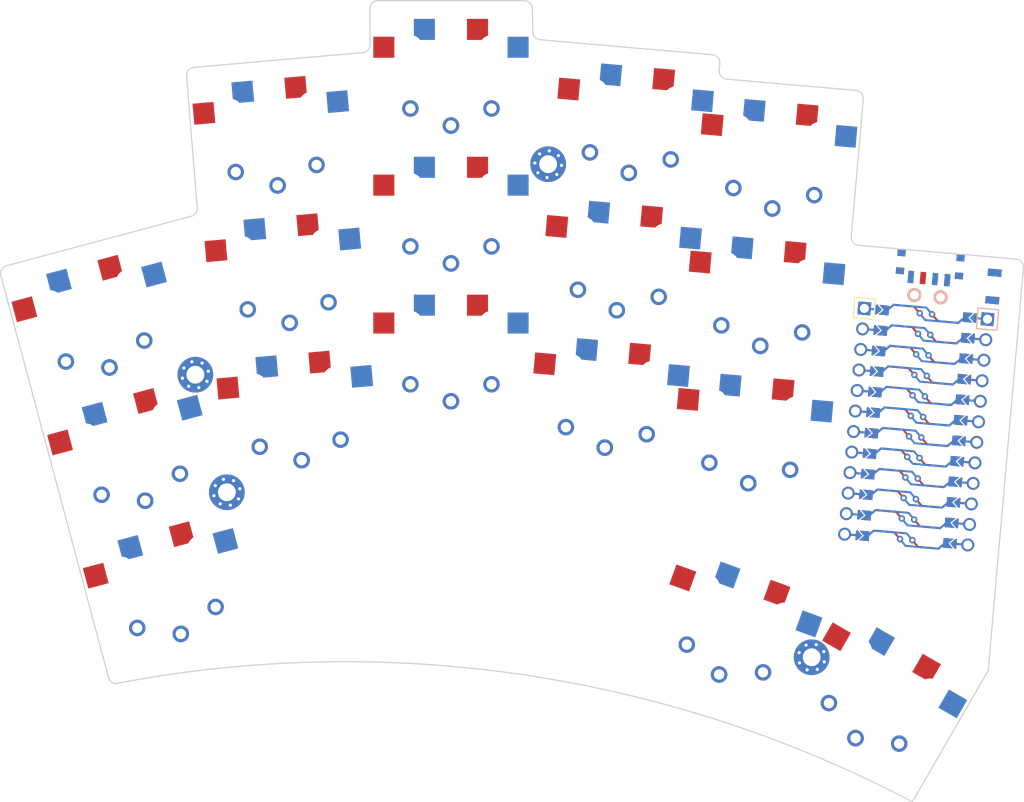
<source format=kicad_pcb>

            
(kicad_pcb (version 20171130) (host pcbnew 5.1.6)

  (page A3)
  (title_block
    (title lambbt)
    (rev v1.0.0)
    (company Unknown)
  )

  (general
    (thickness 1.6)
  )

  (layers
    (0 F.Cu signal)
    (31 B.Cu signal)
    (32 B.Adhes user)
    (33 F.Adhes user)
    (34 B.Paste user)
    (35 F.Paste user)
    (36 B.SilkS user)
    (37 F.SilkS user)
    (38 B.Mask user)
    (39 F.Mask user)
    (40 Dwgs.User user)
    (41 Cmts.User user)
    (42 Eco1.User user)
    (43 Eco2.User user)
    (44 Edge.Cuts user)
    (45 Margin user)
    (46 B.CrtYd user)
    (47 F.CrtYd user)
    (48 B.Fab user)
    (49 F.Fab user)
  )

  (setup
    (last_trace_width 0.25)
    (trace_clearance 0.2)
    (zone_clearance 0.508)
    (zone_45_only no)
    (trace_min 0.2)
    (via_size 0.8)
    (via_drill 0.4)
    (via_min_size 0.4)
    (via_min_drill 0.3)
    (uvia_size 0.3)
    (uvia_drill 0.1)
    (uvias_allowed no)
    (uvia_min_size 0.2)
    (uvia_min_drill 0.1)
    (edge_width 0.05)
    (segment_width 0.2)
    (pcb_text_width 0.3)
    (pcb_text_size 1.5 1.5)
    (mod_edge_width 0.12)
    (mod_text_size 1 1)
    (mod_text_width 0.15)
    (pad_size 1.524 1.524)
    (pad_drill 0.762)
    (pad_to_mask_clearance 0.05)
    (aux_axis_origin 0 0)
    (visible_elements FFFFFF7F)
    (pcbplotparams
      (layerselection 0x010fc_ffffffff)
      (usegerberextensions false)
      (usegerberattributes true)
      (usegerberadvancedattributes true)
      (creategerberjobfile true)
      (excludeedgelayer true)
      (linewidth 0.100000)
      (plotframeref false)
      (viasonmask false)
      (mode 1)
      (useauxorigin false)
      (hpglpennumber 1)
      (hpglpenspeed 20)
      (hpglpendiameter 15.000000)
      (psnegative false)
      (psa4output false)
      (plotreference true)
      (plotvalue true)
      (plotinvisibletext false)
      (padsonsilk false)
      (subtractmaskfromsilk false)
      (outputformat 1)
      (mirror false)
      (drillshape 1)
      (scaleselection 1)
      (outputdirectory ""))
  )

            (net 0 "")
(net 1 "P18")
(net 2 "GND")
(net 3 "P15")
(net 4 "P14")
(net 5 "P16")
(net 6 "P10")
(net 7 "P9")
(net 8 "P8")
(net 9 "P7")
(net 10 "P6")
(net 11 "P5")
(net 12 "P4")
(net 13 "P3")
(net 14 "P2")
(net 15 "P0")
(net 16 "P1")
(net 17 "P19")
(net 18 "P20")
(net 19 "RAW")
(net 20 "RST")
(net 21 "VCC")
(net 22 "P21")
(net 23 "pos")
            
  (net_class Default "This is the default net class."
    (clearance 0.2)
    (trace_width 0.25)
    (via_dia 0.8)
    (via_drill 0.4)
    (uvia_dia 0.3)
    (uvia_drill 0.1)
    (add_net "")
(add_net "P18")
(add_net "GND")
(add_net "P15")
(add_net "P14")
(add_net "P16")
(add_net "P10")
(add_net "P9")
(add_net "P8")
(add_net "P7")
(add_net "P6")
(add_net "P5")
(add_net "P4")
(add_net "P3")
(add_net "P2")
(add_net "P0")
(add_net "P1")
(add_net "P19")
(add_net "P20")
(add_net "RAW")
(add_net "RST")
(add_net "VCC")
(add_net "P21")
(add_net "pos")
  )

            
        
      (module PG1350 (layer F.Cu) (tedit 5DD50112)
      (at 150 150 15)

      
      (fp_text reference "S1" (at 0 0) (layer F.SilkS) hide (effects (font (size 1.27 1.27) (thickness 0.15))))
      (fp_text value "" (at 0 0) (layer F.SilkS) hide (effects (font (size 1.27 1.27) (thickness 0.15))))

      
      (fp_line (start -7 -6) (end -7 -7) (layer Dwgs.User) (width 0.15))
      (fp_line (start -7 7) (end -6 7) (layer Dwgs.User) (width 0.15))
      (fp_line (start -6 -7) (end -7 -7) (layer Dwgs.User) (width 0.15))
      (fp_line (start -7 7) (end -7 6) (layer Dwgs.User) (width 0.15))
      (fp_line (start 7 6) (end 7 7) (layer Dwgs.User) (width 0.15))
      (fp_line (start 7 -7) (end 6 -7) (layer Dwgs.User) (width 0.15))
      (fp_line (start 6 7) (end 7 7) (layer Dwgs.User) (width 0.15))
      (fp_line (start 7 -7) (end 7 -6) (layer Dwgs.User) (width 0.15))      
      
      
      (pad "" np_thru_hole circle (at 0 0) (size 3.429 3.429) (drill 3.429) (layers *.Cu *.Mask))
        
      
      (pad "" np_thru_hole circle (at 5.5 0) (size 1.7018 1.7018) (drill 1.7018) (layers *.Cu *.Mask))
      (pad "" np_thru_hole circle (at -5.5 0) (size 1.7018 1.7018) (drill 1.7018) (layers *.Cu *.Mask))
      
        
      
      (fp_line (start -9 -8.5) (end 9 -8.5) (layer Dwgs.User) (width 0.15))
      (fp_line (start 9 -8.5) (end 9 8.5) (layer Dwgs.User) (width 0.15))
      (fp_line (start 9 8.5) (end -9 8.5) (layer Dwgs.User) (width 0.15))
      (fp_line (start -9 8.5) (end -9 -8.5) (layer Dwgs.User) (width 0.15))
      
        
          
          (pad "" np_thru_hole circle (at 5 -3.75) (size 3 3) (drill 3) (layers *.Cu *.Mask))
          (pad "" np_thru_hole circle (at 0 -5.95) (size 3 3) (drill 3) (layers *.Cu *.Mask))
      
          
          (pad 1 smd rect (at -3.275 -5.95 15) (size 2.6 2.6) (layers B.Cu B.Paste B.Mask)  (net 1 "P18"))
          (pad 2 smd rect (at 8.275 -3.75 15) (size 2.6 2.6) (layers B.Cu B.Paste B.Mask)  (net 2 "GND"))
        
        
          
          (pad "" np_thru_hole circle (at -5 -3.75) (size 3 3) (drill 3) (layers *.Cu *.Mask))
          (pad "" np_thru_hole circle (at 0 -5.95) (size 3 3) (drill 3) (layers *.Cu *.Mask))
      
          
          (pad 1 smd rect (at 3.275 -5.95 15) (size 2.6 2.6) (layers F.Cu F.Paste F.Mask)  (net 1 "P18"))
          (pad 2 smd rect (at -8.275 -3.75 15) (size 2.6 2.6) (layers F.Cu F.Paste F.Mask)  (net 2 "GND"))
        )
        

        
      (module PG1350 (layer F.Cu) (tedit 5DD50112)
      (at 145.6000762 133.579261 15)

      
      (fp_text reference "S2" (at 0 0) (layer F.SilkS) hide (effects (font (size 1.27 1.27) (thickness 0.15))))
      (fp_text value "" (at 0 0) (layer F.SilkS) hide (effects (font (size 1.27 1.27) (thickness 0.15))))

      
      (fp_line (start -7 -6) (end -7 -7) (layer Dwgs.User) (width 0.15))
      (fp_line (start -7 7) (end -6 7) (layer Dwgs.User) (width 0.15))
      (fp_line (start -6 -7) (end -7 -7) (layer Dwgs.User) (width 0.15))
      (fp_line (start -7 7) (end -7 6) (layer Dwgs.User) (width 0.15))
      (fp_line (start 7 6) (end 7 7) (layer Dwgs.User) (width 0.15))
      (fp_line (start 7 -7) (end 6 -7) (layer Dwgs.User) (width 0.15))
      (fp_line (start 6 7) (end 7 7) (layer Dwgs.User) (width 0.15))
      (fp_line (start 7 -7) (end 7 -6) (layer Dwgs.User) (width 0.15))      
      
      
      (pad "" np_thru_hole circle (at 0 0) (size 3.429 3.429) (drill 3.429) (layers *.Cu *.Mask))
        
      
      (pad "" np_thru_hole circle (at 5.5 0) (size 1.7018 1.7018) (drill 1.7018) (layers *.Cu *.Mask))
      (pad "" np_thru_hole circle (at -5.5 0) (size 1.7018 1.7018) (drill 1.7018) (layers *.Cu *.Mask))
      
        
      
      (fp_line (start -9 -8.5) (end 9 -8.5) (layer Dwgs.User) (width 0.15))
      (fp_line (start 9 -8.5) (end 9 8.5) (layer Dwgs.User) (width 0.15))
      (fp_line (start 9 8.5) (end -9 8.5) (layer Dwgs.User) (width 0.15))
      (fp_line (start -9 8.5) (end -9 -8.5) (layer Dwgs.User) (width 0.15))
      
        
          
          (pad "" np_thru_hole circle (at 5 -3.75) (size 3 3) (drill 3) (layers *.Cu *.Mask))
          (pad "" np_thru_hole circle (at 0 -5.95) (size 3 3) (drill 3) (layers *.Cu *.Mask))
      
          
          (pad 1 smd rect (at -3.275 -5.95 15) (size 2.6 2.6) (layers B.Cu B.Paste B.Mask)  (net 3 "P15"))
          (pad 2 smd rect (at 8.275 -3.75 15) (size 2.6 2.6) (layers B.Cu B.Paste B.Mask)  (net 2 "GND"))
        
        
          
          (pad "" np_thru_hole circle (at -5 -3.75) (size 3 3) (drill 3) (layers *.Cu *.Mask))
          (pad "" np_thru_hole circle (at 0 -5.95) (size 3 3) (drill 3) (layers *.Cu *.Mask))
      
          
          (pad 1 smd rect (at 3.275 -5.95 15) (size 2.6 2.6) (layers F.Cu F.Paste F.Mask)  (net 3 "P15"))
          (pad 2 smd rect (at -8.275 -3.75 15) (size 2.6 2.6) (layers F.Cu F.Paste F.Mask)  (net 2 "GND"))
        )
        

        
      (module PG1350 (layer F.Cu) (tedit 5DD50112)
      (at 141.20015239999998 117.158522 15)

      
      (fp_text reference "S3" (at 0 0) (layer F.SilkS) hide (effects (font (size 1.27 1.27) (thickness 0.15))))
      (fp_text value "" (at 0 0) (layer F.SilkS) hide (effects (font (size 1.27 1.27) (thickness 0.15))))

      
      (fp_line (start -7 -6) (end -7 -7) (layer Dwgs.User) (width 0.15))
      (fp_line (start -7 7) (end -6 7) (layer Dwgs.User) (width 0.15))
      (fp_line (start -6 -7) (end -7 -7) (layer Dwgs.User) (width 0.15))
      (fp_line (start -7 7) (end -7 6) (layer Dwgs.User) (width 0.15))
      (fp_line (start 7 6) (end 7 7) (layer Dwgs.User) (width 0.15))
      (fp_line (start 7 -7) (end 6 -7) (layer Dwgs.User) (width 0.15))
      (fp_line (start 6 7) (end 7 7) (layer Dwgs.User) (width 0.15))
      (fp_line (start 7 -7) (end 7 -6) (layer Dwgs.User) (width 0.15))      
      
      
      (pad "" np_thru_hole circle (at 0 0) (size 3.429 3.429) (drill 3.429) (layers *.Cu *.Mask))
        
      
      (pad "" np_thru_hole circle (at 5.5 0) (size 1.7018 1.7018) (drill 1.7018) (layers *.Cu *.Mask))
      (pad "" np_thru_hole circle (at -5.5 0) (size 1.7018 1.7018) (drill 1.7018) (layers *.Cu *.Mask))
      
        
      
      (fp_line (start -9 -8.5) (end 9 -8.5) (layer Dwgs.User) (width 0.15))
      (fp_line (start 9 -8.5) (end 9 8.5) (layer Dwgs.User) (width 0.15))
      (fp_line (start 9 8.5) (end -9 8.5) (layer Dwgs.User) (width 0.15))
      (fp_line (start -9 8.5) (end -9 -8.5) (layer Dwgs.User) (width 0.15))
      
        
          
          (pad "" np_thru_hole circle (at 5 -3.75) (size 3 3) (drill 3) (layers *.Cu *.Mask))
          (pad "" np_thru_hole circle (at 0 -5.95) (size 3 3) (drill 3) (layers *.Cu *.Mask))
      
          
          (pad 1 smd rect (at -3.275 -5.95 15) (size 2.6 2.6) (layers B.Cu B.Paste B.Mask)  (net 4 "P14"))
          (pad 2 smd rect (at 8.275 -3.75 15) (size 2.6 2.6) (layers B.Cu B.Paste B.Mask)  (net 2 "GND"))
        
        
          
          (pad "" np_thru_hole circle (at -5 -3.75) (size 3 3) (drill 3) (layers *.Cu *.Mask))
          (pad "" np_thru_hole circle (at 0 -5.95) (size 3 3) (drill 3) (layers *.Cu *.Mask))
      
          
          (pad 1 smd rect (at 3.275 -5.95 15) (size 2.6 2.6) (layers F.Cu F.Paste F.Mask)  (net 4 "P14"))
          (pad 2 smd rect (at -8.275 -3.75 15) (size 2.6 2.6) (layers F.Cu F.Paste F.Mask)  (net 2 "GND"))
        )
        

        
      (module PG1350 (layer F.Cu) (tedit 5DD50112)
      (at 165.9050172 128.4059473 5)

      
      (fp_text reference "S4" (at 0 0) (layer F.SilkS) hide (effects (font (size 1.27 1.27) (thickness 0.15))))
      (fp_text value "" (at 0 0) (layer F.SilkS) hide (effects (font (size 1.27 1.27) (thickness 0.15))))

      
      (fp_line (start -7 -6) (end -7 -7) (layer Dwgs.User) (width 0.15))
      (fp_line (start -7 7) (end -6 7) (layer Dwgs.User) (width 0.15))
      (fp_line (start -6 -7) (end -7 -7) (layer Dwgs.User) (width 0.15))
      (fp_line (start -7 7) (end -7 6) (layer Dwgs.User) (width 0.15))
      (fp_line (start 7 6) (end 7 7) (layer Dwgs.User) (width 0.15))
      (fp_line (start 7 -7) (end 6 -7) (layer Dwgs.User) (width 0.15))
      (fp_line (start 6 7) (end 7 7) (layer Dwgs.User) (width 0.15))
      (fp_line (start 7 -7) (end 7 -6) (layer Dwgs.User) (width 0.15))      
      
      
      (pad "" np_thru_hole circle (at 0 0) (size 3.429 3.429) (drill 3.429) (layers *.Cu *.Mask))
        
      
      (pad "" np_thru_hole circle (at 5.5 0) (size 1.7018 1.7018) (drill 1.7018) (layers *.Cu *.Mask))
      (pad "" np_thru_hole circle (at -5.5 0) (size 1.7018 1.7018) (drill 1.7018) (layers *.Cu *.Mask))
      
        
      
      (fp_line (start -9 -8.5) (end 9 -8.5) (layer Dwgs.User) (width 0.15))
      (fp_line (start 9 -8.5) (end 9 8.5) (layer Dwgs.User) (width 0.15))
      (fp_line (start 9 8.5) (end -9 8.5) (layer Dwgs.User) (width 0.15))
      (fp_line (start -9 8.5) (end -9 -8.5) (layer Dwgs.User) (width 0.15))
      
        
          
          (pad "" np_thru_hole circle (at 5 -3.75) (size 3 3) (drill 3) (layers *.Cu *.Mask))
          (pad "" np_thru_hole circle (at 0 -5.95) (size 3 3) (drill 3) (layers *.Cu *.Mask))
      
          
          (pad 1 smd rect (at -3.275 -5.95 5) (size 2.6 2.6) (layers B.Cu B.Paste B.Mask)  (net 5 "P16"))
          (pad 2 smd rect (at 8.275 -3.75 5) (size 2.6 2.6) (layers B.Cu B.Paste B.Mask)  (net 2 "GND"))
        
        
          
          (pad "" np_thru_hole circle (at -5 -3.75) (size 3 3) (drill 3) (layers *.Cu *.Mask))
          (pad "" np_thru_hole circle (at 0 -5.95) (size 3 3) (drill 3) (layers *.Cu *.Mask))
      
          
          (pad 1 smd rect (at 3.275 -5.95 5) (size 2.6 2.6) (layers F.Cu F.Paste F.Mask)  (net 5 "P16"))
          (pad 2 smd rect (at -8.275 -3.75 5) (size 2.6 2.6) (layers F.Cu F.Paste F.Mask)  (net 2 "GND"))
        )
        

        
      (module PG1350 (layer F.Cu) (tedit 5DD50112)
      (at 164.4233696 111.47063740000002 5)

      
      (fp_text reference "S5" (at 0 0) (layer F.SilkS) hide (effects (font (size 1.27 1.27) (thickness 0.15))))
      (fp_text value "" (at 0 0) (layer F.SilkS) hide (effects (font (size 1.27 1.27) (thickness 0.15))))

      
      (fp_line (start -7 -6) (end -7 -7) (layer Dwgs.User) (width 0.15))
      (fp_line (start -7 7) (end -6 7) (layer Dwgs.User) (width 0.15))
      (fp_line (start -6 -7) (end -7 -7) (layer Dwgs.User) (width 0.15))
      (fp_line (start -7 7) (end -7 6) (layer Dwgs.User) (width 0.15))
      (fp_line (start 7 6) (end 7 7) (layer Dwgs.User) (width 0.15))
      (fp_line (start 7 -7) (end 6 -7) (layer Dwgs.User) (width 0.15))
      (fp_line (start 6 7) (end 7 7) (layer Dwgs.User) (width 0.15))
      (fp_line (start 7 -7) (end 7 -6) (layer Dwgs.User) (width 0.15))      
      
      
      (pad "" np_thru_hole circle (at 0 0) (size 3.429 3.429) (drill 3.429) (layers *.Cu *.Mask))
        
      
      (pad "" np_thru_hole circle (at 5.5 0) (size 1.7018 1.7018) (drill 1.7018) (layers *.Cu *.Mask))
      (pad "" np_thru_hole circle (at -5.5 0) (size 1.7018 1.7018) (drill 1.7018) (layers *.Cu *.Mask))
      
        
      
      (fp_line (start -9 -8.5) (end 9 -8.5) (layer Dwgs.User) (width 0.15))
      (fp_line (start 9 -8.5) (end 9 8.5) (layer Dwgs.User) (width 0.15))
      (fp_line (start 9 8.5) (end -9 8.5) (layer Dwgs.User) (width 0.15))
      (fp_line (start -9 8.5) (end -9 -8.5) (layer Dwgs.User) (width 0.15))
      
        
          
          (pad "" np_thru_hole circle (at 5 -3.75) (size 3 3) (drill 3) (layers *.Cu *.Mask))
          (pad "" np_thru_hole circle (at 0 -5.95) (size 3 3) (drill 3) (layers *.Cu *.Mask))
      
          
          (pad 1 smd rect (at -3.275 -5.95 5) (size 2.6 2.6) (layers B.Cu B.Paste B.Mask)  (net 6 "P10"))
          (pad 2 smd rect (at 8.275 -3.75 5) (size 2.6 2.6) (layers B.Cu B.Paste B.Mask)  (net 2 "GND"))
        
        
          
          (pad "" np_thru_hole circle (at -5 -3.75) (size 3 3) (drill 3) (layers *.Cu *.Mask))
          (pad "" np_thru_hole circle (at 0 -5.95) (size 3 3) (drill 3) (layers *.Cu *.Mask))
      
          
          (pad 1 smd rect (at 3.275 -5.95 5) (size 2.6 2.6) (layers F.Cu F.Paste F.Mask)  (net 6 "P10"))
          (pad 2 smd rect (at -8.275 -3.75 5) (size 2.6 2.6) (layers F.Cu F.Paste F.Mask)  (net 2 "GND"))
        )
        

        
      (module PG1350 (layer F.Cu) (tedit 5DD50112)
      (at 162.941722 94.53532750000002 5)

      
      (fp_text reference "S6" (at 0 0) (layer F.SilkS) hide (effects (font (size 1.27 1.27) (thickness 0.15))))
      (fp_text value "" (at 0 0) (layer F.SilkS) hide (effects (font (size 1.27 1.27) (thickness 0.15))))

      
      (fp_line (start -7 -6) (end -7 -7) (layer Dwgs.User) (width 0.15))
      (fp_line (start -7 7) (end -6 7) (layer Dwgs.User) (width 0.15))
      (fp_line (start -6 -7) (end -7 -7) (layer Dwgs.User) (width 0.15))
      (fp_line (start -7 7) (end -7 6) (layer Dwgs.User) (width 0.15))
      (fp_line (start 7 6) (end 7 7) (layer Dwgs.User) (width 0.15))
      (fp_line (start 7 -7) (end 6 -7) (layer Dwgs.User) (width 0.15))
      (fp_line (start 6 7) (end 7 7) (layer Dwgs.User) (width 0.15))
      (fp_line (start 7 -7) (end 7 -6) (layer Dwgs.User) (width 0.15))      
      
      
      (pad "" np_thru_hole circle (at 0 0) (size 3.429 3.429) (drill 3.429) (layers *.Cu *.Mask))
        
      
      (pad "" np_thru_hole circle (at 5.5 0) (size 1.7018 1.7018) (drill 1.7018) (layers *.Cu *.Mask))
      (pad "" np_thru_hole circle (at -5.5 0) (size 1.7018 1.7018) (drill 1.7018) (layers *.Cu *.Mask))
      
        
      
      (fp_line (start -9 -8.5) (end 9 -8.5) (layer Dwgs.User) (width 0.15))
      (fp_line (start 9 -8.5) (end 9 8.5) (layer Dwgs.User) (width 0.15))
      (fp_line (start 9 8.5) (end -9 8.5) (layer Dwgs.User) (width 0.15))
      (fp_line (start -9 8.5) (end -9 -8.5) (layer Dwgs.User) (width 0.15))
      
        
          
          (pad "" np_thru_hole circle (at 5 -3.75) (size 3 3) (drill 3) (layers *.Cu *.Mask))
          (pad "" np_thru_hole circle (at 0 -5.95) (size 3 3) (drill 3) (layers *.Cu *.Mask))
      
          
          (pad 1 smd rect (at -3.275 -5.95 5) (size 2.6 2.6) (layers B.Cu B.Paste B.Mask)  (net 7 "P9"))
          (pad 2 smd rect (at 8.275 -3.75 5) (size 2.6 2.6) (layers B.Cu B.Paste B.Mask)  (net 2 "GND"))
        
        
          
          (pad "" np_thru_hole circle (at -5 -3.75) (size 3 3) (drill 3) (layers *.Cu *.Mask))
          (pad "" np_thru_hole circle (at 0 -5.95) (size 3 3) (drill 3) (layers *.Cu *.Mask))
      
          
          (pad 1 smd rect (at 3.275 -5.95 5) (size 2.6 2.6) (layers F.Cu F.Paste F.Mask)  (net 7 "P9"))
          (pad 2 smd rect (at -8.275 -3.75 5) (size 2.6 2.6) (layers F.Cu F.Paste F.Mask)  (net 2 "GND"))
        )
        

        
      (module PG1350 (layer F.Cu) (tedit 5DD50112)
      (at 184.8242869 121.1273505 0)

      
      (fp_text reference "S7" (at 0 0) (layer F.SilkS) hide (effects (font (size 1.27 1.27) (thickness 0.15))))
      (fp_text value "" (at 0 0) (layer F.SilkS) hide (effects (font (size 1.27 1.27) (thickness 0.15))))

      
      (fp_line (start -7 -6) (end -7 -7) (layer Dwgs.User) (width 0.15))
      (fp_line (start -7 7) (end -6 7) (layer Dwgs.User) (width 0.15))
      (fp_line (start -6 -7) (end -7 -7) (layer Dwgs.User) (width 0.15))
      (fp_line (start -7 7) (end -7 6) (layer Dwgs.User) (width 0.15))
      (fp_line (start 7 6) (end 7 7) (layer Dwgs.User) (width 0.15))
      (fp_line (start 7 -7) (end 6 -7) (layer Dwgs.User) (width 0.15))
      (fp_line (start 6 7) (end 7 7) (layer Dwgs.User) (width 0.15))
      (fp_line (start 7 -7) (end 7 -6) (layer Dwgs.User) (width 0.15))      
      
      
      (pad "" np_thru_hole circle (at 0 0) (size 3.429 3.429) (drill 3.429) (layers *.Cu *.Mask))
        
      
      (pad "" np_thru_hole circle (at 5.5 0) (size 1.7018 1.7018) (drill 1.7018) (layers *.Cu *.Mask))
      (pad "" np_thru_hole circle (at -5.5 0) (size 1.7018 1.7018) (drill 1.7018) (layers *.Cu *.Mask))
      
        
      
      (fp_line (start -9 -8.5) (end 9 -8.5) (layer Dwgs.User) (width 0.15))
      (fp_line (start 9 -8.5) (end 9 8.5) (layer Dwgs.User) (width 0.15))
      (fp_line (start 9 8.5) (end -9 8.5) (layer Dwgs.User) (width 0.15))
      (fp_line (start -9 8.5) (end -9 -8.5) (layer Dwgs.User) (width 0.15))
      
        
          
          (pad "" np_thru_hole circle (at 5 -3.75) (size 3 3) (drill 3) (layers *.Cu *.Mask))
          (pad "" np_thru_hole circle (at 0 -5.95) (size 3 3) (drill 3) (layers *.Cu *.Mask))
      
          
          (pad 1 smd rect (at -3.275 -5.95 0) (size 2.6 2.6) (layers B.Cu B.Paste B.Mask)  (net 8 "P8"))
          (pad 2 smd rect (at 8.275 -3.75 0) (size 2.6 2.6) (layers B.Cu B.Paste B.Mask)  (net 2 "GND"))
        
        
          
          (pad "" np_thru_hole circle (at -5 -3.75) (size 3 3) (drill 3) (layers *.Cu *.Mask))
          (pad "" np_thru_hole circle (at 0 -5.95) (size 3 3) (drill 3) (layers *.Cu *.Mask))
      
          
          (pad 1 smd rect (at 3.275 -5.95 0) (size 2.6 2.6) (layers F.Cu F.Paste F.Mask)  (net 8 "P8"))
          (pad 2 smd rect (at -8.275 -3.75 0) (size 2.6 2.6) (layers F.Cu F.Paste F.Mask)  (net 2 "GND"))
        )
        

        
      (module PG1350 (layer F.Cu) (tedit 5DD50112)
      (at 184.8242869 104.1273505 0)

      
      (fp_text reference "S8" (at 0 0) (layer F.SilkS) hide (effects (font (size 1.27 1.27) (thickness 0.15))))
      (fp_text value "" (at 0 0) (layer F.SilkS) hide (effects (font (size 1.27 1.27) (thickness 0.15))))

      
      (fp_line (start -7 -6) (end -7 -7) (layer Dwgs.User) (width 0.15))
      (fp_line (start -7 7) (end -6 7) (layer Dwgs.User) (width 0.15))
      (fp_line (start -6 -7) (end -7 -7) (layer Dwgs.User) (width 0.15))
      (fp_line (start -7 7) (end -7 6) (layer Dwgs.User) (width 0.15))
      (fp_line (start 7 6) (end 7 7) (layer Dwgs.User) (width 0.15))
      (fp_line (start 7 -7) (end 6 -7) (layer Dwgs.User) (width 0.15))
      (fp_line (start 6 7) (end 7 7) (layer Dwgs.User) (width 0.15))
      (fp_line (start 7 -7) (end 7 -6) (layer Dwgs.User) (width 0.15))      
      
      
      (pad "" np_thru_hole circle (at 0 0) (size 3.429 3.429) (drill 3.429) (layers *.Cu *.Mask))
        
      
      (pad "" np_thru_hole circle (at 5.5 0) (size 1.7018 1.7018) (drill 1.7018) (layers *.Cu *.Mask))
      (pad "" np_thru_hole circle (at -5.5 0) (size 1.7018 1.7018) (drill 1.7018) (layers *.Cu *.Mask))
      
        
      
      (fp_line (start -9 -8.5) (end 9 -8.5) (layer Dwgs.User) (width 0.15))
      (fp_line (start 9 -8.5) (end 9 8.5) (layer Dwgs.User) (width 0.15))
      (fp_line (start 9 8.5) (end -9 8.5) (layer Dwgs.User) (width 0.15))
      (fp_line (start -9 8.5) (end -9 -8.5) (layer Dwgs.User) (width 0.15))
      
        
          
          (pad "" np_thru_hole circle (at 5 -3.75) (size 3 3) (drill 3) (layers *.Cu *.Mask))
          (pad "" np_thru_hole circle (at 0 -5.95) (size 3 3) (drill 3) (layers *.Cu *.Mask))
      
          
          (pad 1 smd rect (at -3.275 -5.95 0) (size 2.6 2.6) (layers B.Cu B.Paste B.Mask)  (net 9 "P7"))
          (pad 2 smd rect (at 8.275 -3.75 0) (size 2.6 2.6) (layers B.Cu B.Paste B.Mask)  (net 2 "GND"))
        
        
          
          (pad "" np_thru_hole circle (at -5 -3.75) (size 3 3) (drill 3) (layers *.Cu *.Mask))
          (pad "" np_thru_hole circle (at 0 -5.95) (size 3 3) (drill 3) (layers *.Cu *.Mask))
      
          
          (pad 1 smd rect (at 3.275 -5.95 0) (size 2.6 2.6) (layers F.Cu F.Paste F.Mask)  (net 9 "P7"))
          (pad 2 smd rect (at -8.275 -3.75 0) (size 2.6 2.6) (layers F.Cu F.Paste F.Mask)  (net 2 "GND"))
        )
        

        
      (module PG1350 (layer F.Cu) (tedit 5DD50112)
      (at 184.8242869 87.1273505 0)

      
      (fp_text reference "S9" (at 0 0) (layer F.SilkS) hide (effects (font (size 1.27 1.27) (thickness 0.15))))
      (fp_text value "" (at 0 0) (layer F.SilkS) hide (effects (font (size 1.27 1.27) (thickness 0.15))))

      
      (fp_line (start -7 -6) (end -7 -7) (layer Dwgs.User) (width 0.15))
      (fp_line (start -7 7) (end -6 7) (layer Dwgs.User) (width 0.15))
      (fp_line (start -6 -7) (end -7 -7) (layer Dwgs.User) (width 0.15))
      (fp_line (start -7 7) (end -7 6) (layer Dwgs.User) (width 0.15))
      (fp_line (start 7 6) (end 7 7) (layer Dwgs.User) (width 0.15))
      (fp_line (start 7 -7) (end 6 -7) (layer Dwgs.User) (width 0.15))
      (fp_line (start 6 7) (end 7 7) (layer Dwgs.User) (width 0.15))
      (fp_line (start 7 -7) (end 7 -6) (layer Dwgs.User) (width 0.15))      
      
      
      (pad "" np_thru_hole circle (at 0 0) (size 3.429 3.429) (drill 3.429) (layers *.Cu *.Mask))
        
      
      (pad "" np_thru_hole circle (at 5.5 0) (size 1.7018 1.7018) (drill 1.7018) (layers *.Cu *.Mask))
      (pad "" np_thru_hole circle (at -5.5 0) (size 1.7018 1.7018) (drill 1.7018) (layers *.Cu *.Mask))
      
        
      
      (fp_line (start -9 -8.5) (end 9 -8.5) (layer Dwgs.User) (width 0.15))
      (fp_line (start 9 -8.5) (end 9 8.5) (layer Dwgs.User) (width 0.15))
      (fp_line (start 9 8.5) (end -9 8.5) (layer Dwgs.User) (width 0.15))
      (fp_line (start -9 8.5) (end -9 -8.5) (layer Dwgs.User) (width 0.15))
      
        
          
          (pad "" np_thru_hole circle (at 5 -3.75) (size 3 3) (drill 3) (layers *.Cu *.Mask))
          (pad "" np_thru_hole circle (at 0 -5.95) (size 3 3) (drill 3) (layers *.Cu *.Mask))
      
          
          (pad 1 smd rect (at -3.275 -5.95 0) (size 2.6 2.6) (layers B.Cu B.Paste B.Mask)  (net 10 "P6"))
          (pad 2 smd rect (at 8.275 -3.75 0) (size 2.6 2.6) (layers B.Cu B.Paste B.Mask)  (net 2 "GND"))
        
        
          
          (pad "" np_thru_hole circle (at -5 -3.75) (size 3 3) (drill 3) (layers *.Cu *.Mask))
          (pad "" np_thru_hole circle (at 0 -5.95) (size 3 3) (drill 3) (layers *.Cu *.Mask))
      
          
          (pad 1 smd rect (at 3.275 -5.95 0) (size 2.6 2.6) (layers F.Cu F.Paste F.Mask)  (net 10 "P6"))
          (pad 2 smd rect (at -8.275 -3.75 0) (size 2.6 2.6) (layers F.Cu F.Paste F.Mask)  (net 2 "GND"))
        )
        

        
      (module PG1350 (layer F.Cu) (tedit 5DD50112)
      (at 204.3059345 126.85870730000002 -5)

      
      (fp_text reference "S10" (at 0 0) (layer F.SilkS) hide (effects (font (size 1.27 1.27) (thickness 0.15))))
      (fp_text value "" (at 0 0) (layer F.SilkS) hide (effects (font (size 1.27 1.27) (thickness 0.15))))

      
      (fp_line (start -7 -6) (end -7 -7) (layer Dwgs.User) (width 0.15))
      (fp_line (start -7 7) (end -6 7) (layer Dwgs.User) (width 0.15))
      (fp_line (start -6 -7) (end -7 -7) (layer Dwgs.User) (width 0.15))
      (fp_line (start -7 7) (end -7 6) (layer Dwgs.User) (width 0.15))
      (fp_line (start 7 6) (end 7 7) (layer Dwgs.User) (width 0.15))
      (fp_line (start 7 -7) (end 6 -7) (layer Dwgs.User) (width 0.15))
      (fp_line (start 6 7) (end 7 7) (layer Dwgs.User) (width 0.15))
      (fp_line (start 7 -7) (end 7 -6) (layer Dwgs.User) (width 0.15))      
      
      
      (pad "" np_thru_hole circle (at 0 0) (size 3.429 3.429) (drill 3.429) (layers *.Cu *.Mask))
        
      
      (pad "" np_thru_hole circle (at 5.5 0) (size 1.7018 1.7018) (drill 1.7018) (layers *.Cu *.Mask))
      (pad "" np_thru_hole circle (at -5.5 0) (size 1.7018 1.7018) (drill 1.7018) (layers *.Cu *.Mask))
      
        
      
      (fp_line (start -9 -8.5) (end 9 -8.5) (layer Dwgs.User) (width 0.15))
      (fp_line (start 9 -8.5) (end 9 8.5) (layer Dwgs.User) (width 0.15))
      (fp_line (start 9 8.5) (end -9 8.5) (layer Dwgs.User) (width 0.15))
      (fp_line (start -9 8.5) (end -9 -8.5) (layer Dwgs.User) (width 0.15))
      
        
          
          (pad "" np_thru_hole circle (at 5 -3.75) (size 3 3) (drill 3) (layers *.Cu *.Mask))
          (pad "" np_thru_hole circle (at 0 -5.95) (size 3 3) (drill 3) (layers *.Cu *.Mask))
      
          
          (pad 1 smd rect (at -3.275 -5.95 -5) (size 2.6 2.6) (layers B.Cu B.Paste B.Mask)  (net 11 "P5"))
          (pad 2 smd rect (at 8.275 -3.75 -5) (size 2.6 2.6) (layers B.Cu B.Paste B.Mask)  (net 2 "GND"))
        
        
          
          (pad "" np_thru_hole circle (at -5 -3.75) (size 3 3) (drill 3) (layers *.Cu *.Mask))
          (pad "" np_thru_hole circle (at 0 -5.95) (size 3 3) (drill 3) (layers *.Cu *.Mask))
      
          
          (pad 1 smd rect (at 3.275 -5.95 -5) (size 2.6 2.6) (layers F.Cu F.Paste F.Mask)  (net 11 "P5"))
          (pad 2 smd rect (at -8.275 -3.75 -5) (size 2.6 2.6) (layers F.Cu F.Paste F.Mask)  (net 2 "GND"))
        )
        

        
      (module PG1350 (layer F.Cu) (tedit 5DD50112)
      (at 205.7875821 109.92339740000003 -5)

      
      (fp_text reference "S11" (at 0 0) (layer F.SilkS) hide (effects (font (size 1.27 1.27) (thickness 0.15))))
      (fp_text value "" (at 0 0) (layer F.SilkS) hide (effects (font (size 1.27 1.27) (thickness 0.15))))

      
      (fp_line (start -7 -6) (end -7 -7) (layer Dwgs.User) (width 0.15))
      (fp_line (start -7 7) (end -6 7) (layer Dwgs.User) (width 0.15))
      (fp_line (start -6 -7) (end -7 -7) (layer Dwgs.User) (width 0.15))
      (fp_line (start -7 7) (end -7 6) (layer Dwgs.User) (width 0.15))
      (fp_line (start 7 6) (end 7 7) (layer Dwgs.User) (width 0.15))
      (fp_line (start 7 -7) (end 6 -7) (layer Dwgs.User) (width 0.15))
      (fp_line (start 6 7) (end 7 7) (layer Dwgs.User) (width 0.15))
      (fp_line (start 7 -7) (end 7 -6) (layer Dwgs.User) (width 0.15))      
      
      
      (pad "" np_thru_hole circle (at 0 0) (size 3.429 3.429) (drill 3.429) (layers *.Cu *.Mask))
        
      
      (pad "" np_thru_hole circle (at 5.5 0) (size 1.7018 1.7018) (drill 1.7018) (layers *.Cu *.Mask))
      (pad "" np_thru_hole circle (at -5.5 0) (size 1.7018 1.7018) (drill 1.7018) (layers *.Cu *.Mask))
      
        
      
      (fp_line (start -9 -8.5) (end 9 -8.5) (layer Dwgs.User) (width 0.15))
      (fp_line (start 9 -8.5) (end 9 8.5) (layer Dwgs.User) (width 0.15))
      (fp_line (start 9 8.5) (end -9 8.5) (layer Dwgs.User) (width 0.15))
      (fp_line (start -9 8.5) (end -9 -8.5) (layer Dwgs.User) (width 0.15))
      
        
          
          (pad "" np_thru_hole circle (at 5 -3.75) (size 3 3) (drill 3) (layers *.Cu *.Mask))
          (pad "" np_thru_hole circle (at 0 -5.95) (size 3 3) (drill 3) (layers *.Cu *.Mask))
      
          
          (pad 1 smd rect (at -3.275 -5.95 -5) (size 2.6 2.6) (layers B.Cu B.Paste B.Mask)  (net 12 "P4"))
          (pad 2 smd rect (at 8.275 -3.75 -5) (size 2.6 2.6) (layers B.Cu B.Paste B.Mask)  (net 2 "GND"))
        
        
          
          (pad "" np_thru_hole circle (at -5 -3.75) (size 3 3) (drill 3) (layers *.Cu *.Mask))
          (pad "" np_thru_hole circle (at 0 -5.95) (size 3 3) (drill 3) (layers *.Cu *.Mask))
      
          
          (pad 1 smd rect (at 3.275 -5.95 -5) (size 2.6 2.6) (layers F.Cu F.Paste F.Mask)  (net 12 "P4"))
          (pad 2 smd rect (at -8.275 -3.75 -5) (size 2.6 2.6) (layers F.Cu F.Paste F.Mask)  (net 2 "GND"))
        )
        

        
      (module PG1350 (layer F.Cu) (tedit 5DD50112)
      (at 207.2692297 92.98808750000003 -5)

      
      (fp_text reference "S12" (at 0 0) (layer F.SilkS) hide (effects (font (size 1.27 1.27) (thickness 0.15))))
      (fp_text value "" (at 0 0) (layer F.SilkS) hide (effects (font (size 1.27 1.27) (thickness 0.15))))

      
      (fp_line (start -7 -6) (end -7 -7) (layer Dwgs.User) (width 0.15))
      (fp_line (start -7 7) (end -6 7) (layer Dwgs.User) (width 0.15))
      (fp_line (start -6 -7) (end -7 -7) (layer Dwgs.User) (width 0.15))
      (fp_line (start -7 7) (end -7 6) (layer Dwgs.User) (width 0.15))
      (fp_line (start 7 6) (end 7 7) (layer Dwgs.User) (width 0.15))
      (fp_line (start 7 -7) (end 6 -7) (layer Dwgs.User) (width 0.15))
      (fp_line (start 6 7) (end 7 7) (layer Dwgs.User) (width 0.15))
      (fp_line (start 7 -7) (end 7 -6) (layer Dwgs.User) (width 0.15))      
      
      
      (pad "" np_thru_hole circle (at 0 0) (size 3.429 3.429) (drill 3.429) (layers *.Cu *.Mask))
        
      
      (pad "" np_thru_hole circle (at 5.5 0) (size 1.7018 1.7018) (drill 1.7018) (layers *.Cu *.Mask))
      (pad "" np_thru_hole circle (at -5.5 0) (size 1.7018 1.7018) (drill 1.7018) (layers *.Cu *.Mask))
      
        
      
      (fp_line (start -9 -8.5) (end 9 -8.5) (layer Dwgs.User) (width 0.15))
      (fp_line (start 9 -8.5) (end 9 8.5) (layer Dwgs.User) (width 0.15))
      (fp_line (start 9 8.5) (end -9 8.5) (layer Dwgs.User) (width 0.15))
      (fp_line (start -9 8.5) (end -9 -8.5) (layer Dwgs.User) (width 0.15))
      
        
          
          (pad "" np_thru_hole circle (at 5 -3.75) (size 3 3) (drill 3) (layers *.Cu *.Mask))
          (pad "" np_thru_hole circle (at 0 -5.95) (size 3 3) (drill 3) (layers *.Cu *.Mask))
      
          
          (pad 1 smd rect (at -3.275 -5.95 -5) (size 2.6 2.6) (layers B.Cu B.Paste B.Mask)  (net 13 "P3"))
          (pad 2 smd rect (at 8.275 -3.75 -5) (size 2.6 2.6) (layers B.Cu B.Paste B.Mask)  (net 2 "GND"))
        
        
          
          (pad "" np_thru_hole circle (at -5 -3.75) (size 3 3) (drill 3) (layers *.Cu *.Mask))
          (pad "" np_thru_hole circle (at 0 -5.95) (size 3 3) (drill 3) (layers *.Cu *.Mask))
      
          
          (pad 1 smd rect (at 3.275 -5.95 -5) (size 2.6 2.6) (layers F.Cu F.Paste F.Mask)  (net 13 "P3"))
          (pad 2 smd rect (at -8.275 -3.75 -5) (size 2.6 2.6) (layers F.Cu F.Paste F.Mask)  (net 2 "GND"))
        )
        

        
      (module PG1350 (layer F.Cu) (tedit 5DD50112)
      (at 221.9904978 131.25006230000002 -5)

      
      (fp_text reference "S13" (at 0 0) (layer F.SilkS) hide (effects (font (size 1.27 1.27) (thickness 0.15))))
      (fp_text value "" (at 0 0) (layer F.SilkS) hide (effects (font (size 1.27 1.27) (thickness 0.15))))

      
      (fp_line (start -7 -6) (end -7 -7) (layer Dwgs.User) (width 0.15))
      (fp_line (start -7 7) (end -6 7) (layer Dwgs.User) (width 0.15))
      (fp_line (start -6 -7) (end -7 -7) (layer Dwgs.User) (width 0.15))
      (fp_line (start -7 7) (end -7 6) (layer Dwgs.User) (width 0.15))
      (fp_line (start 7 6) (end 7 7) (layer Dwgs.User) (width 0.15))
      (fp_line (start 7 -7) (end 6 -7) (layer Dwgs.User) (width 0.15))
      (fp_line (start 6 7) (end 7 7) (layer Dwgs.User) (width 0.15))
      (fp_line (start 7 -7) (end 7 -6) (layer Dwgs.User) (width 0.15))      
      
      
      (pad "" np_thru_hole circle (at 0 0) (size 3.429 3.429) (drill 3.429) (layers *.Cu *.Mask))
        
      
      (pad "" np_thru_hole circle (at 5.5 0) (size 1.7018 1.7018) (drill 1.7018) (layers *.Cu *.Mask))
      (pad "" np_thru_hole circle (at -5.5 0) (size 1.7018 1.7018) (drill 1.7018) (layers *.Cu *.Mask))
      
        
      
      (fp_line (start -9 -8.5) (end 9 -8.5) (layer Dwgs.User) (width 0.15))
      (fp_line (start 9 -8.5) (end 9 8.5) (layer Dwgs.User) (width 0.15))
      (fp_line (start 9 8.5) (end -9 8.5) (layer Dwgs.User) (width 0.15))
      (fp_line (start -9 8.5) (end -9 -8.5) (layer Dwgs.User) (width 0.15))
      
        
          
          (pad "" np_thru_hole circle (at 5 -3.75) (size 3 3) (drill 3) (layers *.Cu *.Mask))
          (pad "" np_thru_hole circle (at 0 -5.95) (size 3 3) (drill 3) (layers *.Cu *.Mask))
      
          
          (pad 1 smd rect (at -3.275 -5.95 -5) (size 2.6 2.6) (layers B.Cu B.Paste B.Mask)  (net 14 "P2"))
          (pad 2 smd rect (at 8.275 -3.75 -5) (size 2.6 2.6) (layers B.Cu B.Paste B.Mask)  (net 2 "GND"))
        
        
          
          (pad "" np_thru_hole circle (at -5 -3.75) (size 3 3) (drill 3) (layers *.Cu *.Mask))
          (pad "" np_thru_hole circle (at 0 -5.95) (size 3 3) (drill 3) (layers *.Cu *.Mask))
      
          
          (pad 1 smd rect (at 3.275 -5.95 -5) (size 2.6 2.6) (layers F.Cu F.Paste F.Mask)  (net 14 "P2"))
          (pad 2 smd rect (at -8.275 -3.75 -5) (size 2.6 2.6) (layers F.Cu F.Paste F.Mask)  (net 2 "GND"))
        )
        

        
      (module PG1350 (layer F.Cu) (tedit 5DD50112)
      (at 223.47214540000002 114.31475240000003 -5)

      
      (fp_text reference "S14" (at 0 0) (layer F.SilkS) hide (effects (font (size 1.27 1.27) (thickness 0.15))))
      (fp_text value "" (at 0 0) (layer F.SilkS) hide (effects (font (size 1.27 1.27) (thickness 0.15))))

      
      (fp_line (start -7 -6) (end -7 -7) (layer Dwgs.User) (width 0.15))
      (fp_line (start -7 7) (end -6 7) (layer Dwgs.User) (width 0.15))
      (fp_line (start -6 -7) (end -7 -7) (layer Dwgs.User) (width 0.15))
      (fp_line (start -7 7) (end -7 6) (layer Dwgs.User) (width 0.15))
      (fp_line (start 7 6) (end 7 7) (layer Dwgs.User) (width 0.15))
      (fp_line (start 7 -7) (end 6 -7) (layer Dwgs.User) (width 0.15))
      (fp_line (start 6 7) (end 7 7) (layer Dwgs.User) (width 0.15))
      (fp_line (start 7 -7) (end 7 -6) (layer Dwgs.User) (width 0.15))      
      
      
      (pad "" np_thru_hole circle (at 0 0) (size 3.429 3.429) (drill 3.429) (layers *.Cu *.Mask))
        
      
      (pad "" np_thru_hole circle (at 5.5 0) (size 1.7018 1.7018) (drill 1.7018) (layers *.Cu *.Mask))
      (pad "" np_thru_hole circle (at -5.5 0) (size 1.7018 1.7018) (drill 1.7018) (layers *.Cu *.Mask))
      
        
      
      (fp_line (start -9 -8.5) (end 9 -8.5) (layer Dwgs.User) (width 0.15))
      (fp_line (start 9 -8.5) (end 9 8.5) (layer Dwgs.User) (width 0.15))
      (fp_line (start 9 8.5) (end -9 8.5) (layer Dwgs.User) (width 0.15))
      (fp_line (start -9 8.5) (end -9 -8.5) (layer Dwgs.User) (width 0.15))
      
        
          
          (pad "" np_thru_hole circle (at 5 -3.75) (size 3 3) (drill 3) (layers *.Cu *.Mask))
          (pad "" np_thru_hole circle (at 0 -5.95) (size 3 3) (drill 3) (layers *.Cu *.Mask))
      
          
          (pad 1 smd rect (at -3.275 -5.95 -5) (size 2.6 2.6) (layers B.Cu B.Paste B.Mask)  (net 15 "P0"))
          (pad 2 smd rect (at 8.275 -3.75 -5) (size 2.6 2.6) (layers B.Cu B.Paste B.Mask)  (net 2 "GND"))
        
        
          
          (pad "" np_thru_hole circle (at -5 -3.75) (size 3 3) (drill 3) (layers *.Cu *.Mask))
          (pad "" np_thru_hole circle (at 0 -5.95) (size 3 3) (drill 3) (layers *.Cu *.Mask))
      
          
          (pad 1 smd rect (at 3.275 -5.95 -5) (size 2.6 2.6) (layers F.Cu F.Paste F.Mask)  (net 15 "P0"))
          (pad 2 smd rect (at -8.275 -3.75 -5) (size 2.6 2.6) (layers F.Cu F.Paste F.Mask)  (net 2 "GND"))
        )
        

        
      (module PG1350 (layer F.Cu) (tedit 5DD50112)
      (at 224.95379300000002 97.37944250000004 -5)

      
      (fp_text reference "S15" (at 0 0) (layer F.SilkS) hide (effects (font (size 1.27 1.27) (thickness 0.15))))
      (fp_text value "" (at 0 0) (layer F.SilkS) hide (effects (font (size 1.27 1.27) (thickness 0.15))))

      
      (fp_line (start -7 -6) (end -7 -7) (layer Dwgs.User) (width 0.15))
      (fp_line (start -7 7) (end -6 7) (layer Dwgs.User) (width 0.15))
      (fp_line (start -6 -7) (end -7 -7) (layer Dwgs.User) (width 0.15))
      (fp_line (start -7 7) (end -7 6) (layer Dwgs.User) (width 0.15))
      (fp_line (start 7 6) (end 7 7) (layer Dwgs.User) (width 0.15))
      (fp_line (start 7 -7) (end 6 -7) (layer Dwgs.User) (width 0.15))
      (fp_line (start 6 7) (end 7 7) (layer Dwgs.User) (width 0.15))
      (fp_line (start 7 -7) (end 7 -6) (layer Dwgs.User) (width 0.15))      
      
      
      (pad "" np_thru_hole circle (at 0 0) (size 3.429 3.429) (drill 3.429) (layers *.Cu *.Mask))
        
      
      (pad "" np_thru_hole circle (at 5.5 0) (size 1.7018 1.7018) (drill 1.7018) (layers *.Cu *.Mask))
      (pad "" np_thru_hole circle (at -5.5 0) (size 1.7018 1.7018) (drill 1.7018) (layers *.Cu *.Mask))
      
        
      
      (fp_line (start -9 -8.5) (end 9 -8.5) (layer Dwgs.User) (width 0.15))
      (fp_line (start 9 -8.5) (end 9 8.5) (layer Dwgs.User) (width 0.15))
      (fp_line (start 9 8.5) (end -9 8.5) (layer Dwgs.User) (width 0.15))
      (fp_line (start -9 8.5) (end -9 -8.5) (layer Dwgs.User) (width 0.15))
      
        
          
          (pad "" np_thru_hole circle (at 5 -3.75) (size 3 3) (drill 3) (layers *.Cu *.Mask))
          (pad "" np_thru_hole circle (at 0 -5.95) (size 3 3) (drill 3) (layers *.Cu *.Mask))
      
          
          (pad 1 smd rect (at -3.275 -5.95 -5) (size 2.6 2.6) (layers B.Cu B.Paste B.Mask)  (net 16 "P1"))
          (pad 2 smd rect (at 8.275 -3.75 -5) (size 2.6 2.6) (layers B.Cu B.Paste B.Mask)  (net 2 "GND"))
        
        
          
          (pad "" np_thru_hole circle (at -5 -3.75) (size 3 3) (drill 3) (layers *.Cu *.Mask))
          (pad "" np_thru_hole circle (at 0 -5.95) (size 3 3) (drill 3) (layers *.Cu *.Mask))
      
          
          (pad 1 smd rect (at 3.275 -5.95 -5) (size 2.6 2.6) (layers F.Cu F.Paste F.Mask)  (net 16 "P1"))
          (pad 2 smd rect (at -8.275 -3.75 -5) (size 2.6 2.6) (layers F.Cu F.Paste F.Mask)  (net 2 "GND"))
        )
        

        
      (module PG1350 (layer F.Cu) (tedit 5DD50112)
      (at 219.89876 155.15873510000003 -20)

      
      (fp_text reference "S16" (at 0 0) (layer F.SilkS) hide (effects (font (size 1.27 1.27) (thickness 0.15))))
      (fp_text value "" (at 0 0) (layer F.SilkS) hide (effects (font (size 1.27 1.27) (thickness 0.15))))

      
      (fp_line (start -7 -6) (end -7 -7) (layer Dwgs.User) (width 0.15))
      (fp_line (start -7 7) (end -6 7) (layer Dwgs.User) (width 0.15))
      (fp_line (start -6 -7) (end -7 -7) (layer Dwgs.User) (width 0.15))
      (fp_line (start -7 7) (end -7 6) (layer Dwgs.User) (width 0.15))
      (fp_line (start 7 6) (end 7 7) (layer Dwgs.User) (width 0.15))
      (fp_line (start 7 -7) (end 6 -7) (layer Dwgs.User) (width 0.15))
      (fp_line (start 6 7) (end 7 7) (layer Dwgs.User) (width 0.15))
      (fp_line (start 7 -7) (end 7 -6) (layer Dwgs.User) (width 0.15))      
      
      
      (pad "" np_thru_hole circle (at 0 0) (size 3.429 3.429) (drill 3.429) (layers *.Cu *.Mask))
        
      
      (pad "" np_thru_hole circle (at 5.5 0) (size 1.7018 1.7018) (drill 1.7018) (layers *.Cu *.Mask))
      (pad "" np_thru_hole circle (at -5.5 0) (size 1.7018 1.7018) (drill 1.7018) (layers *.Cu *.Mask))
      
        
      
      (fp_line (start -9 -8.5) (end 9 -8.5) (layer Dwgs.User) (width 0.15))
      (fp_line (start 9 -8.5) (end 9 8.5) (layer Dwgs.User) (width 0.15))
      (fp_line (start 9 8.5) (end -9 8.5) (layer Dwgs.User) (width 0.15))
      (fp_line (start -9 8.5) (end -9 -8.5) (layer Dwgs.User) (width 0.15))
      
        
          
          (pad "" np_thru_hole circle (at 5 -3.75) (size 3 3) (drill 3) (layers *.Cu *.Mask))
          (pad "" np_thru_hole circle (at 0 -5.95) (size 3 3) (drill 3) (layers *.Cu *.Mask))
      
          
          (pad 1 smd rect (at -3.275 -5.95 -20) (size 2.6 2.6) (layers B.Cu B.Paste B.Mask)  (net 17 "P19"))
          (pad 2 smd rect (at 8.275 -3.75 -20) (size 2.6 2.6) (layers B.Cu B.Paste B.Mask)  (net 2 "GND"))
        
        
          
          (pad "" np_thru_hole circle (at -5 -3.75) (size 3 3) (drill 3) (layers *.Cu *.Mask))
          (pad "" np_thru_hole circle (at 0 -5.95) (size 3 3) (drill 3) (layers *.Cu *.Mask))
      
          
          (pad 1 smd rect (at 3.275 -5.95 -20) (size 2.6 2.6) (layers F.Cu F.Paste F.Mask)  (net 17 "P19"))
          (pad 2 smd rect (at -8.275 -3.75 -20) (size 2.6 2.6) (layers F.Cu F.Paste F.Mask)  (net 2 "GND"))
        )
        

        
      (module PG1350 (layer F.Cu) (tedit 5DD50112)
      (at 237.6510309 163.43675500000003 -30)

      
      (fp_text reference "S17" (at 0 0) (layer F.SilkS) hide (effects (font (size 1.27 1.27) (thickness 0.15))))
      (fp_text value "" (at 0 0) (layer F.SilkS) hide (effects (font (size 1.27 1.27) (thickness 0.15))))

      
      (fp_line (start -7 -6) (end -7 -7) (layer Dwgs.User) (width 0.15))
      (fp_line (start -7 7) (end -6 7) (layer Dwgs.User) (width 0.15))
      (fp_line (start -6 -7) (end -7 -7) (layer Dwgs.User) (width 0.15))
      (fp_line (start -7 7) (end -7 6) (layer Dwgs.User) (width 0.15))
      (fp_line (start 7 6) (end 7 7) (layer Dwgs.User) (width 0.15))
      (fp_line (start 7 -7) (end 6 -7) (layer Dwgs.User) (width 0.15))
      (fp_line (start 6 7) (end 7 7) (layer Dwgs.User) (width 0.15))
      (fp_line (start 7 -7) (end 7 -6) (layer Dwgs.User) (width 0.15))      
      
      
      (pad "" np_thru_hole circle (at 0 0) (size 3.429 3.429) (drill 3.429) (layers *.Cu *.Mask))
        
      
      (pad "" np_thru_hole circle (at 5.5 0) (size 1.7018 1.7018) (drill 1.7018) (layers *.Cu *.Mask))
      (pad "" np_thru_hole circle (at -5.5 0) (size 1.7018 1.7018) (drill 1.7018) (layers *.Cu *.Mask))
      
        
      
      (fp_line (start -9 -8.5) (end 9 -8.5) (layer Dwgs.User) (width 0.15))
      (fp_line (start 9 -8.5) (end 9 8.5) (layer Dwgs.User) (width 0.15))
      (fp_line (start 9 8.5) (end -9 8.5) (layer Dwgs.User) (width 0.15))
      (fp_line (start -9 8.5) (end -9 -8.5) (layer Dwgs.User) (width 0.15))
      
        
          
          (pad "" np_thru_hole circle (at 5 -3.75) (size 3 3) (drill 3) (layers *.Cu *.Mask))
          (pad "" np_thru_hole circle (at 0 -5.95) (size 3 3) (drill 3) (layers *.Cu *.Mask))
      
          
          (pad 1 smd rect (at -3.275 -5.95 -30) (size 2.6 2.6) (layers B.Cu B.Paste B.Mask)  (net 18 "P20"))
          (pad 2 smd rect (at 8.275 -3.75 -30) (size 2.6 2.6) (layers B.Cu B.Paste B.Mask)  (net 2 "GND"))
        
        
          
          (pad "" np_thru_hole circle (at -5 -3.75) (size 3 3) (drill 3) (layers *.Cu *.Mask))
          (pad "" np_thru_hole circle (at 0 -5.95) (size 3 3) (drill 3) (layers *.Cu *.Mask))
      
          
          (pad 1 smd rect (at 3.275 -5.95 -30) (size 2.6 2.6) (layers F.Cu F.Paste F.Mask)  (net 18 "P20"))
          (pad 2 smd rect (at -8.275 -3.75 -30) (size 2.6 2.6) (layers F.Cu F.Paste F.Mask)  (net 2 "GND"))
        )
        

        
      (module PG1350 (layer F.Cu) (tedit 5DD50112)
      (at 150 150 195)

      
      (fp_text reference "S18" (at 0 0) (layer F.SilkS) hide (effects (font (size 1.27 1.27) (thickness 0.15))))
      (fp_text value "" (at 0 0) (layer F.SilkS) hide (effects (font (size 1.27 1.27) (thickness 0.15))))

      
      (fp_line (start -7 -6) (end -7 -7) (layer Dwgs.User) (width 0.15))
      (fp_line (start -7 7) (end -6 7) (layer Dwgs.User) (width 0.15))
      (fp_line (start -6 -7) (end -7 -7) (layer Dwgs.User) (width 0.15))
      (fp_line (start -7 7) (end -7 6) (layer Dwgs.User) (width 0.15))
      (fp_line (start 7 6) (end 7 7) (layer Dwgs.User) (width 0.15))
      (fp_line (start 7 -7) (end 6 -7) (layer Dwgs.User) (width 0.15))
      (fp_line (start 6 7) (end 7 7) (layer Dwgs.User) (width 0.15))
      (fp_line (start 7 -7) (end 7 -6) (layer Dwgs.User) (width 0.15))      
      
      
      (pad "" np_thru_hole circle (at 0 0) (size 3.429 3.429) (drill 3.429) (layers *.Cu *.Mask))
        
      
      (pad "" np_thru_hole circle (at 5.5 0) (size 1.7018 1.7018) (drill 1.7018) (layers *.Cu *.Mask))
      (pad "" np_thru_hole circle (at -5.5 0) (size 1.7018 1.7018) (drill 1.7018) (layers *.Cu *.Mask))
      
        
      
      (fp_line (start -9 -8.5) (end 9 -8.5) (layer Dwgs.User) (width 0.15))
      (fp_line (start 9 -8.5) (end 9 8.5) (layer Dwgs.User) (width 0.15))
      (fp_line (start 9 8.5) (end -9 8.5) (layer Dwgs.User) (width 0.15))
      (fp_line (start -9 8.5) (end -9 -8.5) (layer Dwgs.User) (width 0.15))
      
        
            
            (pad 1 thru_hole circle (at 5 -3.8) (size 2.032 2.032) (drill 1.27) (layers *.Cu *.Mask) (net 1 "P18"))
            (pad 2 thru_hole circle (at 0 -5.9) (size 2.032 2.032) (drill 1.27) (layers *.Cu *.Mask) (net 2 "GND"))
          
        
            
            (pad 1 thru_hole circle (at -5 -3.8) (size 2.032 2.032) (drill 1.27) (layers *.Cu *.Mask) (net 1 "P18"))
            (pad 2 thru_hole circle (at -0 -5.9) (size 2.032 2.032) (drill 1.27) (layers *.Cu *.Mask) (net 2 "GND"))
          )
        

        
      (module PG1350 (layer F.Cu) (tedit 5DD50112)
      (at 145.6000762 133.579261 195)

      
      (fp_text reference "S19" (at 0 0) (layer F.SilkS) hide (effects (font (size 1.27 1.27) (thickness 0.15))))
      (fp_text value "" (at 0 0) (layer F.SilkS) hide (effects (font (size 1.27 1.27) (thickness 0.15))))

      
      (fp_line (start -7 -6) (end -7 -7) (layer Dwgs.User) (width 0.15))
      (fp_line (start -7 7) (end -6 7) (layer Dwgs.User) (width 0.15))
      (fp_line (start -6 -7) (end -7 -7) (layer Dwgs.User) (width 0.15))
      (fp_line (start -7 7) (end -7 6) (layer Dwgs.User) (width 0.15))
      (fp_line (start 7 6) (end 7 7) (layer Dwgs.User) (width 0.15))
      (fp_line (start 7 -7) (end 6 -7) (layer Dwgs.User) (width 0.15))
      (fp_line (start 6 7) (end 7 7) (layer Dwgs.User) (width 0.15))
      (fp_line (start 7 -7) (end 7 -6) (layer Dwgs.User) (width 0.15))      
      
      
      (pad "" np_thru_hole circle (at 0 0) (size 3.429 3.429) (drill 3.429) (layers *.Cu *.Mask))
        
      
      (pad "" np_thru_hole circle (at 5.5 0) (size 1.7018 1.7018) (drill 1.7018) (layers *.Cu *.Mask))
      (pad "" np_thru_hole circle (at -5.5 0) (size 1.7018 1.7018) (drill 1.7018) (layers *.Cu *.Mask))
      
        
      
      (fp_line (start -9 -8.5) (end 9 -8.5) (layer Dwgs.User) (width 0.15))
      (fp_line (start 9 -8.5) (end 9 8.5) (layer Dwgs.User) (width 0.15))
      (fp_line (start 9 8.5) (end -9 8.5) (layer Dwgs.User) (width 0.15))
      (fp_line (start -9 8.5) (end -9 -8.5) (layer Dwgs.User) (width 0.15))
      
        
            
            (pad 1 thru_hole circle (at 5 -3.8) (size 2.032 2.032) (drill 1.27) (layers *.Cu *.Mask) (net 3 "P15"))
            (pad 2 thru_hole circle (at 0 -5.9) (size 2.032 2.032) (drill 1.27) (layers *.Cu *.Mask) (net 2 "GND"))
          
        
            
            (pad 1 thru_hole circle (at -5 -3.8) (size 2.032 2.032) (drill 1.27) (layers *.Cu *.Mask) (net 3 "P15"))
            (pad 2 thru_hole circle (at -0 -5.9) (size 2.032 2.032) (drill 1.27) (layers *.Cu *.Mask) (net 2 "GND"))
          )
        

        
      (module PG1350 (layer F.Cu) (tedit 5DD50112)
      (at 141.20015239999998 117.158522 195)

      
      (fp_text reference "S20" (at 0 0) (layer F.SilkS) hide (effects (font (size 1.27 1.27) (thickness 0.15))))
      (fp_text value "" (at 0 0) (layer F.SilkS) hide (effects (font (size 1.27 1.27) (thickness 0.15))))

      
      (fp_line (start -7 -6) (end -7 -7) (layer Dwgs.User) (width 0.15))
      (fp_line (start -7 7) (end -6 7) (layer Dwgs.User) (width 0.15))
      (fp_line (start -6 -7) (end -7 -7) (layer Dwgs.User) (width 0.15))
      (fp_line (start -7 7) (end -7 6) (layer Dwgs.User) (width 0.15))
      (fp_line (start 7 6) (end 7 7) (layer Dwgs.User) (width 0.15))
      (fp_line (start 7 -7) (end 6 -7) (layer Dwgs.User) (width 0.15))
      (fp_line (start 6 7) (end 7 7) (layer Dwgs.User) (width 0.15))
      (fp_line (start 7 -7) (end 7 -6) (layer Dwgs.User) (width 0.15))      
      
      
      (pad "" np_thru_hole circle (at 0 0) (size 3.429 3.429) (drill 3.429) (layers *.Cu *.Mask))
        
      
      (pad "" np_thru_hole circle (at 5.5 0) (size 1.7018 1.7018) (drill 1.7018) (layers *.Cu *.Mask))
      (pad "" np_thru_hole circle (at -5.5 0) (size 1.7018 1.7018) (drill 1.7018) (layers *.Cu *.Mask))
      
        
      
      (fp_line (start -9 -8.5) (end 9 -8.5) (layer Dwgs.User) (width 0.15))
      (fp_line (start 9 -8.5) (end 9 8.5) (layer Dwgs.User) (width 0.15))
      (fp_line (start 9 8.5) (end -9 8.5) (layer Dwgs.User) (width 0.15))
      (fp_line (start -9 8.5) (end -9 -8.5) (layer Dwgs.User) (width 0.15))
      
        
            
            (pad 1 thru_hole circle (at 5 -3.8) (size 2.032 2.032) (drill 1.27) (layers *.Cu *.Mask) (net 4 "P14"))
            (pad 2 thru_hole circle (at 0 -5.9) (size 2.032 2.032) (drill 1.27) (layers *.Cu *.Mask) (net 2 "GND"))
          
        
            
            (pad 1 thru_hole circle (at -5 -3.8) (size 2.032 2.032) (drill 1.27) (layers *.Cu *.Mask) (net 4 "P14"))
            (pad 2 thru_hole circle (at -0 -5.9) (size 2.032 2.032) (drill 1.27) (layers *.Cu *.Mask) (net 2 "GND"))
          )
        

        
      (module PG1350 (layer F.Cu) (tedit 5DD50112)
      (at 165.9050172 128.4059473 185)

      
      (fp_text reference "S21" (at 0 0) (layer F.SilkS) hide (effects (font (size 1.27 1.27) (thickness 0.15))))
      (fp_text value "" (at 0 0) (layer F.SilkS) hide (effects (font (size 1.27 1.27) (thickness 0.15))))

      
      (fp_line (start -7 -6) (end -7 -7) (layer Dwgs.User) (width 0.15))
      (fp_line (start -7 7) (end -6 7) (layer Dwgs.User) (width 0.15))
      (fp_line (start -6 -7) (end -7 -7) (layer Dwgs.User) (width 0.15))
      (fp_line (start -7 7) (end -7 6) (layer Dwgs.User) (width 0.15))
      (fp_line (start 7 6) (end 7 7) (layer Dwgs.User) (width 0.15))
      (fp_line (start 7 -7) (end 6 -7) (layer Dwgs.User) (width 0.15))
      (fp_line (start 6 7) (end 7 7) (layer Dwgs.User) (width 0.15))
      (fp_line (start 7 -7) (end 7 -6) (layer Dwgs.User) (width 0.15))      
      
      
      (pad "" np_thru_hole circle (at 0 0) (size 3.429 3.429) (drill 3.429) (layers *.Cu *.Mask))
        
      
      (pad "" np_thru_hole circle (at 5.5 0) (size 1.7018 1.7018) (drill 1.7018) (layers *.Cu *.Mask))
      (pad "" np_thru_hole circle (at -5.5 0) (size 1.7018 1.7018) (drill 1.7018) (layers *.Cu *.Mask))
      
        
      
      (fp_line (start -9 -8.5) (end 9 -8.5) (layer Dwgs.User) (width 0.15))
      (fp_line (start 9 -8.5) (end 9 8.5) (layer Dwgs.User) (width 0.15))
      (fp_line (start 9 8.5) (end -9 8.5) (layer Dwgs.User) (width 0.15))
      (fp_line (start -9 8.5) (end -9 -8.5) (layer Dwgs.User) (width 0.15))
      
        
            
            (pad 1 thru_hole circle (at 5 -3.8) (size 2.032 2.032) (drill 1.27) (layers *.Cu *.Mask) (net 5 "P16"))
            (pad 2 thru_hole circle (at 0 -5.9) (size 2.032 2.032) (drill 1.27) (layers *.Cu *.Mask) (net 2 "GND"))
          
        
            
            (pad 1 thru_hole circle (at -5 -3.8) (size 2.032 2.032) (drill 1.27) (layers *.Cu *.Mask) (net 5 "P16"))
            (pad 2 thru_hole circle (at -0 -5.9) (size 2.032 2.032) (drill 1.27) (layers *.Cu *.Mask) (net 2 "GND"))
          )
        

        
      (module PG1350 (layer F.Cu) (tedit 5DD50112)
      (at 164.4233696 111.47063740000002 185)

      
      (fp_text reference "S22" (at 0 0) (layer F.SilkS) hide (effects (font (size 1.27 1.27) (thickness 0.15))))
      (fp_text value "" (at 0 0) (layer F.SilkS) hide (effects (font (size 1.27 1.27) (thickness 0.15))))

      
      (fp_line (start -7 -6) (end -7 -7) (layer Dwgs.User) (width 0.15))
      (fp_line (start -7 7) (end -6 7) (layer Dwgs.User) (width 0.15))
      (fp_line (start -6 -7) (end -7 -7) (layer Dwgs.User) (width 0.15))
      (fp_line (start -7 7) (end -7 6) (layer Dwgs.User) (width 0.15))
      (fp_line (start 7 6) (end 7 7) (layer Dwgs.User) (width 0.15))
      (fp_line (start 7 -7) (end 6 -7) (layer Dwgs.User) (width 0.15))
      (fp_line (start 6 7) (end 7 7) (layer Dwgs.User) (width 0.15))
      (fp_line (start 7 -7) (end 7 -6) (layer Dwgs.User) (width 0.15))      
      
      
      (pad "" np_thru_hole circle (at 0 0) (size 3.429 3.429) (drill 3.429) (layers *.Cu *.Mask))
        
      
      (pad "" np_thru_hole circle (at 5.5 0) (size 1.7018 1.7018) (drill 1.7018) (layers *.Cu *.Mask))
      (pad "" np_thru_hole circle (at -5.5 0) (size 1.7018 1.7018) (drill 1.7018) (layers *.Cu *.Mask))
      
        
      
      (fp_line (start -9 -8.5) (end 9 -8.5) (layer Dwgs.User) (width 0.15))
      (fp_line (start 9 -8.5) (end 9 8.5) (layer Dwgs.User) (width 0.15))
      (fp_line (start 9 8.5) (end -9 8.5) (layer Dwgs.User) (width 0.15))
      (fp_line (start -9 8.5) (end -9 -8.5) (layer Dwgs.User) (width 0.15))
      
        
            
            (pad 1 thru_hole circle (at 5 -3.8) (size 2.032 2.032) (drill 1.27) (layers *.Cu *.Mask) (net 6 "P10"))
            (pad 2 thru_hole circle (at 0 -5.9) (size 2.032 2.032) (drill 1.27) (layers *.Cu *.Mask) (net 2 "GND"))
          
        
            
            (pad 1 thru_hole circle (at -5 -3.8) (size 2.032 2.032) (drill 1.27) (layers *.Cu *.Mask) (net 6 "P10"))
            (pad 2 thru_hole circle (at -0 -5.9) (size 2.032 2.032) (drill 1.27) (layers *.Cu *.Mask) (net 2 "GND"))
          )
        

        
      (module PG1350 (layer F.Cu) (tedit 5DD50112)
      (at 162.941722 94.53532750000002 185)

      
      (fp_text reference "S23" (at 0 0) (layer F.SilkS) hide (effects (font (size 1.27 1.27) (thickness 0.15))))
      (fp_text value "" (at 0 0) (layer F.SilkS) hide (effects (font (size 1.27 1.27) (thickness 0.15))))

      
      (fp_line (start -7 -6) (end -7 -7) (layer Dwgs.User) (width 0.15))
      (fp_line (start -7 7) (end -6 7) (layer Dwgs.User) (width 0.15))
      (fp_line (start -6 -7) (end -7 -7) (layer Dwgs.User) (width 0.15))
      (fp_line (start -7 7) (end -7 6) (layer Dwgs.User) (width 0.15))
      (fp_line (start 7 6) (end 7 7) (layer Dwgs.User) (width 0.15))
      (fp_line (start 7 -7) (end 6 -7) (layer Dwgs.User) (width 0.15))
      (fp_line (start 6 7) (end 7 7) (layer Dwgs.User) (width 0.15))
      (fp_line (start 7 -7) (end 7 -6) (layer Dwgs.User) (width 0.15))      
      
      
      (pad "" np_thru_hole circle (at 0 0) (size 3.429 3.429) (drill 3.429) (layers *.Cu *.Mask))
        
      
      (pad "" np_thru_hole circle (at 5.5 0) (size 1.7018 1.7018) (drill 1.7018) (layers *.Cu *.Mask))
      (pad "" np_thru_hole circle (at -5.5 0) (size 1.7018 1.7018) (drill 1.7018) (layers *.Cu *.Mask))
      
        
      
      (fp_line (start -9 -8.5) (end 9 -8.5) (layer Dwgs.User) (width 0.15))
      (fp_line (start 9 -8.5) (end 9 8.5) (layer Dwgs.User) (width 0.15))
      (fp_line (start 9 8.5) (end -9 8.5) (layer Dwgs.User) (width 0.15))
      (fp_line (start -9 8.5) (end -9 -8.5) (layer Dwgs.User) (width 0.15))
      
        
            
            (pad 1 thru_hole circle (at 5 -3.8) (size 2.032 2.032) (drill 1.27) (layers *.Cu *.Mask) (net 7 "P9"))
            (pad 2 thru_hole circle (at 0 -5.9) (size 2.032 2.032) (drill 1.27) (layers *.Cu *.Mask) (net 2 "GND"))
          
        
            
            (pad 1 thru_hole circle (at -5 -3.8) (size 2.032 2.032) (drill 1.27) (layers *.Cu *.Mask) (net 7 "P9"))
            (pad 2 thru_hole circle (at -0 -5.9) (size 2.032 2.032) (drill 1.27) (layers *.Cu *.Mask) (net 2 "GND"))
          )
        

        
      (module PG1350 (layer F.Cu) (tedit 5DD50112)
      (at 184.8242869 121.1273505 180)

      
      (fp_text reference "S24" (at 0 0) (layer F.SilkS) hide (effects (font (size 1.27 1.27) (thickness 0.15))))
      (fp_text value "" (at 0 0) (layer F.SilkS) hide (effects (font (size 1.27 1.27) (thickness 0.15))))

      
      (fp_line (start -7 -6) (end -7 -7) (layer Dwgs.User) (width 0.15))
      (fp_line (start -7 7) (end -6 7) (layer Dwgs.User) (width 0.15))
      (fp_line (start -6 -7) (end -7 -7) (layer Dwgs.User) (width 0.15))
      (fp_line (start -7 7) (end -7 6) (layer Dwgs.User) (width 0.15))
      (fp_line (start 7 6) (end 7 7) (layer Dwgs.User) (width 0.15))
      (fp_line (start 7 -7) (end 6 -7) (layer Dwgs.User) (width 0.15))
      (fp_line (start 6 7) (end 7 7) (layer Dwgs.User) (width 0.15))
      (fp_line (start 7 -7) (end 7 -6) (layer Dwgs.User) (width 0.15))      
      
      
      (pad "" np_thru_hole circle (at 0 0) (size 3.429 3.429) (drill 3.429) (layers *.Cu *.Mask))
        
      
      (pad "" np_thru_hole circle (at 5.5 0) (size 1.7018 1.7018) (drill 1.7018) (layers *.Cu *.Mask))
      (pad "" np_thru_hole circle (at -5.5 0) (size 1.7018 1.7018) (drill 1.7018) (layers *.Cu *.Mask))
      
        
      
      (fp_line (start -9 -8.5) (end 9 -8.5) (layer Dwgs.User) (width 0.15))
      (fp_line (start 9 -8.5) (end 9 8.5) (layer Dwgs.User) (width 0.15))
      (fp_line (start 9 8.5) (end -9 8.5) (layer Dwgs.User) (width 0.15))
      (fp_line (start -9 8.5) (end -9 -8.5) (layer Dwgs.User) (width 0.15))
      
        
            
            (pad 1 thru_hole circle (at 5 -3.8) (size 2.032 2.032) (drill 1.27) (layers *.Cu *.Mask) (net 8 "P8"))
            (pad 2 thru_hole circle (at 0 -5.9) (size 2.032 2.032) (drill 1.27) (layers *.Cu *.Mask) (net 2 "GND"))
          
        
            
            (pad 1 thru_hole circle (at -5 -3.8) (size 2.032 2.032) (drill 1.27) (layers *.Cu *.Mask) (net 8 "P8"))
            (pad 2 thru_hole circle (at -0 -5.9) (size 2.032 2.032) (drill 1.27) (layers *.Cu *.Mask) (net 2 "GND"))
          )
        

        
      (module PG1350 (layer F.Cu) (tedit 5DD50112)
      (at 184.8242869 104.1273505 180)

      
      (fp_text reference "S25" (at 0 0) (layer F.SilkS) hide (effects (font (size 1.27 1.27) (thickness 0.15))))
      (fp_text value "" (at 0 0) (layer F.SilkS) hide (effects (font (size 1.27 1.27) (thickness 0.15))))

      
      (fp_line (start -7 -6) (end -7 -7) (layer Dwgs.User) (width 0.15))
      (fp_line (start -7 7) (end -6 7) (layer Dwgs.User) (width 0.15))
      (fp_line (start -6 -7) (end -7 -7) (layer Dwgs.User) (width 0.15))
      (fp_line (start -7 7) (end -7 6) (layer Dwgs.User) (width 0.15))
      (fp_line (start 7 6) (end 7 7) (layer Dwgs.User) (width 0.15))
      (fp_line (start 7 -7) (end 6 -7) (layer Dwgs.User) (width 0.15))
      (fp_line (start 6 7) (end 7 7) (layer Dwgs.User) (width 0.15))
      (fp_line (start 7 -7) (end 7 -6) (layer Dwgs.User) (width 0.15))      
      
      
      (pad "" np_thru_hole circle (at 0 0) (size 3.429 3.429) (drill 3.429) (layers *.Cu *.Mask))
        
      
      (pad "" np_thru_hole circle (at 5.5 0) (size 1.7018 1.7018) (drill 1.7018) (layers *.Cu *.Mask))
      (pad "" np_thru_hole circle (at -5.5 0) (size 1.7018 1.7018) (drill 1.7018) (layers *.Cu *.Mask))
      
        
      
      (fp_line (start -9 -8.5) (end 9 -8.5) (layer Dwgs.User) (width 0.15))
      (fp_line (start 9 -8.5) (end 9 8.5) (layer Dwgs.User) (width 0.15))
      (fp_line (start 9 8.5) (end -9 8.5) (layer Dwgs.User) (width 0.15))
      (fp_line (start -9 8.5) (end -9 -8.5) (layer Dwgs.User) (width 0.15))
      
        
            
            (pad 1 thru_hole circle (at 5 -3.8) (size 2.032 2.032) (drill 1.27) (layers *.Cu *.Mask) (net 9 "P7"))
            (pad 2 thru_hole circle (at 0 -5.9) (size 2.032 2.032) (drill 1.27) (layers *.Cu *.Mask) (net 2 "GND"))
          
        
            
            (pad 1 thru_hole circle (at -5 -3.8) (size 2.032 2.032) (drill 1.27) (layers *.Cu *.Mask) (net 9 "P7"))
            (pad 2 thru_hole circle (at -0 -5.9) (size 2.032 2.032) (drill 1.27) (layers *.Cu *.Mask) (net 2 "GND"))
          )
        

        
      (module PG1350 (layer F.Cu) (tedit 5DD50112)
      (at 184.8242869 87.1273505 180)

      
      (fp_text reference "S26" (at 0 0) (layer F.SilkS) hide (effects (font (size 1.27 1.27) (thickness 0.15))))
      (fp_text value "" (at 0 0) (layer F.SilkS) hide (effects (font (size 1.27 1.27) (thickness 0.15))))

      
      (fp_line (start -7 -6) (end -7 -7) (layer Dwgs.User) (width 0.15))
      (fp_line (start -7 7) (end -6 7) (layer Dwgs.User) (width 0.15))
      (fp_line (start -6 -7) (end -7 -7) (layer Dwgs.User) (width 0.15))
      (fp_line (start -7 7) (end -7 6) (layer Dwgs.User) (width 0.15))
      (fp_line (start 7 6) (end 7 7) (layer Dwgs.User) (width 0.15))
      (fp_line (start 7 -7) (end 6 -7) (layer Dwgs.User) (width 0.15))
      (fp_line (start 6 7) (end 7 7) (layer Dwgs.User) (width 0.15))
      (fp_line (start 7 -7) (end 7 -6) (layer Dwgs.User) (width 0.15))      
      
      
      (pad "" np_thru_hole circle (at 0 0) (size 3.429 3.429) (drill 3.429) (layers *.Cu *.Mask))
        
      
      (pad "" np_thru_hole circle (at 5.5 0) (size 1.7018 1.7018) (drill 1.7018) (layers *.Cu *.Mask))
      (pad "" np_thru_hole circle (at -5.5 0) (size 1.7018 1.7018) (drill 1.7018) (layers *.Cu *.Mask))
      
        
      
      (fp_line (start -9 -8.5) (end 9 -8.5) (layer Dwgs.User) (width 0.15))
      (fp_line (start 9 -8.5) (end 9 8.5) (layer Dwgs.User) (width 0.15))
      (fp_line (start 9 8.5) (end -9 8.5) (layer Dwgs.User) (width 0.15))
      (fp_line (start -9 8.5) (end -9 -8.5) (layer Dwgs.User) (width 0.15))
      
        
            
            (pad 1 thru_hole circle (at 5 -3.8) (size 2.032 2.032) (drill 1.27) (layers *.Cu *.Mask) (net 10 "P6"))
            (pad 2 thru_hole circle (at 0 -5.9) (size 2.032 2.032) (drill 1.27) (layers *.Cu *.Mask) (net 2 "GND"))
          
        
            
            (pad 1 thru_hole circle (at -5 -3.8) (size 2.032 2.032) (drill 1.27) (layers *.Cu *.Mask) (net 10 "P6"))
            (pad 2 thru_hole circle (at -0 -5.9) (size 2.032 2.032) (drill 1.27) (layers *.Cu *.Mask) (net 2 "GND"))
          )
        

        
      (module PG1350 (layer F.Cu) (tedit 5DD50112)
      (at 204.3059345 126.85870730000002 175)

      
      (fp_text reference "S27" (at 0 0) (layer F.SilkS) hide (effects (font (size 1.27 1.27) (thickness 0.15))))
      (fp_text value "" (at 0 0) (layer F.SilkS) hide (effects (font (size 1.27 1.27) (thickness 0.15))))

      
      (fp_line (start -7 -6) (end -7 -7) (layer Dwgs.User) (width 0.15))
      (fp_line (start -7 7) (end -6 7) (layer Dwgs.User) (width 0.15))
      (fp_line (start -6 -7) (end -7 -7) (layer Dwgs.User) (width 0.15))
      (fp_line (start -7 7) (end -7 6) (layer Dwgs.User) (width 0.15))
      (fp_line (start 7 6) (end 7 7) (layer Dwgs.User) (width 0.15))
      (fp_line (start 7 -7) (end 6 -7) (layer Dwgs.User) (width 0.15))
      (fp_line (start 6 7) (end 7 7) (layer Dwgs.User) (width 0.15))
      (fp_line (start 7 -7) (end 7 -6) (layer Dwgs.User) (width 0.15))      
      
      
      (pad "" np_thru_hole circle (at 0 0) (size 3.429 3.429) (drill 3.429) (layers *.Cu *.Mask))
        
      
      (pad "" np_thru_hole circle (at 5.5 0) (size 1.7018 1.7018) (drill 1.7018) (layers *.Cu *.Mask))
      (pad "" np_thru_hole circle (at -5.5 0) (size 1.7018 1.7018) (drill 1.7018) (layers *.Cu *.Mask))
      
        
      
      (fp_line (start -9 -8.5) (end 9 -8.5) (layer Dwgs.User) (width 0.15))
      (fp_line (start 9 -8.5) (end 9 8.5) (layer Dwgs.User) (width 0.15))
      (fp_line (start 9 8.5) (end -9 8.5) (layer Dwgs.User) (width 0.15))
      (fp_line (start -9 8.5) (end -9 -8.5) (layer Dwgs.User) (width 0.15))
      
        
            
            (pad 1 thru_hole circle (at 5 -3.8) (size 2.032 2.032) (drill 1.27) (layers *.Cu *.Mask) (net 11 "P5"))
            (pad 2 thru_hole circle (at 0 -5.9) (size 2.032 2.032) (drill 1.27) (layers *.Cu *.Mask) (net 2 "GND"))
          
        
            
            (pad 1 thru_hole circle (at -5 -3.8) (size 2.032 2.032) (drill 1.27) (layers *.Cu *.Mask) (net 11 "P5"))
            (pad 2 thru_hole circle (at -0 -5.9) (size 2.032 2.032) (drill 1.27) (layers *.Cu *.Mask) (net 2 "GND"))
          )
        

        
      (module PG1350 (layer F.Cu) (tedit 5DD50112)
      (at 205.7875821 109.92339740000003 175)

      
      (fp_text reference "S28" (at 0 0) (layer F.SilkS) hide (effects (font (size 1.27 1.27) (thickness 0.15))))
      (fp_text value "" (at 0 0) (layer F.SilkS) hide (effects (font (size 1.27 1.27) (thickness 0.15))))

      
      (fp_line (start -7 -6) (end -7 -7) (layer Dwgs.User) (width 0.15))
      (fp_line (start -7 7) (end -6 7) (layer Dwgs.User) (width 0.15))
      (fp_line (start -6 -7) (end -7 -7) (layer Dwgs.User) (width 0.15))
      (fp_line (start -7 7) (end -7 6) (layer Dwgs.User) (width 0.15))
      (fp_line (start 7 6) (end 7 7) (layer Dwgs.User) (width 0.15))
      (fp_line (start 7 -7) (end 6 -7) (layer Dwgs.User) (width 0.15))
      (fp_line (start 6 7) (end 7 7) (layer Dwgs.User) (width 0.15))
      (fp_line (start 7 -7) (end 7 -6) (layer Dwgs.User) (width 0.15))      
      
      
      (pad "" np_thru_hole circle (at 0 0) (size 3.429 3.429) (drill 3.429) (layers *.Cu *.Mask))
        
      
      (pad "" np_thru_hole circle (at 5.5 0) (size 1.7018 1.7018) (drill 1.7018) (layers *.Cu *.Mask))
      (pad "" np_thru_hole circle (at -5.5 0) (size 1.7018 1.7018) (drill 1.7018) (layers *.Cu *.Mask))
      
        
      
      (fp_line (start -9 -8.5) (end 9 -8.5) (layer Dwgs.User) (width 0.15))
      (fp_line (start 9 -8.5) (end 9 8.5) (layer Dwgs.User) (width 0.15))
      (fp_line (start 9 8.5) (end -9 8.5) (layer Dwgs.User) (width 0.15))
      (fp_line (start -9 8.5) (end -9 -8.5) (layer Dwgs.User) (width 0.15))
      
        
            
            (pad 1 thru_hole circle (at 5 -3.8) (size 2.032 2.032) (drill 1.27) (layers *.Cu *.Mask) (net 12 "P4"))
            (pad 2 thru_hole circle (at 0 -5.9) (size 2.032 2.032) (drill 1.27) (layers *.Cu *.Mask) (net 2 "GND"))
          
        
            
            (pad 1 thru_hole circle (at -5 -3.8) (size 2.032 2.032) (drill 1.27) (layers *.Cu *.Mask) (net 12 "P4"))
            (pad 2 thru_hole circle (at -0 -5.9) (size 2.032 2.032) (drill 1.27) (layers *.Cu *.Mask) (net 2 "GND"))
          )
        

        
      (module PG1350 (layer F.Cu) (tedit 5DD50112)
      (at 207.2692297 92.98808750000003 175)

      
      (fp_text reference "S29" (at 0 0) (layer F.SilkS) hide (effects (font (size 1.27 1.27) (thickness 0.15))))
      (fp_text value "" (at 0 0) (layer F.SilkS) hide (effects (font (size 1.27 1.27) (thickness 0.15))))

      
      (fp_line (start -7 -6) (end -7 -7) (layer Dwgs.User) (width 0.15))
      (fp_line (start -7 7) (end -6 7) (layer Dwgs.User) (width 0.15))
      (fp_line (start -6 -7) (end -7 -7) (layer Dwgs.User) (width 0.15))
      (fp_line (start -7 7) (end -7 6) (layer Dwgs.User) (width 0.15))
      (fp_line (start 7 6) (end 7 7) (layer Dwgs.User) (width 0.15))
      (fp_line (start 7 -7) (end 6 -7) (layer Dwgs.User) (width 0.15))
      (fp_line (start 6 7) (end 7 7) (layer Dwgs.User) (width 0.15))
      (fp_line (start 7 -7) (end 7 -6) (layer Dwgs.User) (width 0.15))      
      
      
      (pad "" np_thru_hole circle (at 0 0) (size 3.429 3.429) (drill 3.429) (layers *.Cu *.Mask))
        
      
      (pad "" np_thru_hole circle (at 5.5 0) (size 1.7018 1.7018) (drill 1.7018) (layers *.Cu *.Mask))
      (pad "" np_thru_hole circle (at -5.5 0) (size 1.7018 1.7018) (drill 1.7018) (layers *.Cu *.Mask))
      
        
      
      (fp_line (start -9 -8.5) (end 9 -8.5) (layer Dwgs.User) (width 0.15))
      (fp_line (start 9 -8.5) (end 9 8.5) (layer Dwgs.User) (width 0.15))
      (fp_line (start 9 8.5) (end -9 8.5) (layer Dwgs.User) (width 0.15))
      (fp_line (start -9 8.5) (end -9 -8.5) (layer Dwgs.User) (width 0.15))
      
        
            
            (pad 1 thru_hole circle (at 5 -3.8) (size 2.032 2.032) (drill 1.27) (layers *.Cu *.Mask) (net 13 "P3"))
            (pad 2 thru_hole circle (at 0 -5.9) (size 2.032 2.032) (drill 1.27) (layers *.Cu *.Mask) (net 2 "GND"))
          
        
            
            (pad 1 thru_hole circle (at -5 -3.8) (size 2.032 2.032) (drill 1.27) (layers *.Cu *.Mask) (net 13 "P3"))
            (pad 2 thru_hole circle (at -0 -5.9) (size 2.032 2.032) (drill 1.27) (layers *.Cu *.Mask) (net 2 "GND"))
          )
        

        
      (module PG1350 (layer F.Cu) (tedit 5DD50112)
      (at 221.9904978 131.25006230000002 175)

      
      (fp_text reference "S30" (at 0 0) (layer F.SilkS) hide (effects (font (size 1.27 1.27) (thickness 0.15))))
      (fp_text value "" (at 0 0) (layer F.SilkS) hide (effects (font (size 1.27 1.27) (thickness 0.15))))

      
      (fp_line (start -7 -6) (end -7 -7) (layer Dwgs.User) (width 0.15))
      (fp_line (start -7 7) (end -6 7) (layer Dwgs.User) (width 0.15))
      (fp_line (start -6 -7) (end -7 -7) (layer Dwgs.User) (width 0.15))
      (fp_line (start -7 7) (end -7 6) (layer Dwgs.User) (width 0.15))
      (fp_line (start 7 6) (end 7 7) (layer Dwgs.User) (width 0.15))
      (fp_line (start 7 -7) (end 6 -7) (layer Dwgs.User) (width 0.15))
      (fp_line (start 6 7) (end 7 7) (layer Dwgs.User) (width 0.15))
      (fp_line (start 7 -7) (end 7 -6) (layer Dwgs.User) (width 0.15))      
      
      
      (pad "" np_thru_hole circle (at 0 0) (size 3.429 3.429) (drill 3.429) (layers *.Cu *.Mask))
        
      
      (pad "" np_thru_hole circle (at 5.5 0) (size 1.7018 1.7018) (drill 1.7018) (layers *.Cu *.Mask))
      (pad "" np_thru_hole circle (at -5.5 0) (size 1.7018 1.7018) (drill 1.7018) (layers *.Cu *.Mask))
      
        
      
      (fp_line (start -9 -8.5) (end 9 -8.5) (layer Dwgs.User) (width 0.15))
      (fp_line (start 9 -8.5) (end 9 8.5) (layer Dwgs.User) (width 0.15))
      (fp_line (start 9 8.5) (end -9 8.5) (layer Dwgs.User) (width 0.15))
      (fp_line (start -9 8.5) (end -9 -8.5) (layer Dwgs.User) (width 0.15))
      
        
            
            (pad 1 thru_hole circle (at 5 -3.8) (size 2.032 2.032) (drill 1.27) (layers *.Cu *.Mask) (net 14 "P2"))
            (pad 2 thru_hole circle (at 0 -5.9) (size 2.032 2.032) (drill 1.27) (layers *.Cu *.Mask) (net 2 "GND"))
          
        
            
            (pad 1 thru_hole circle (at -5 -3.8) (size 2.032 2.032) (drill 1.27) (layers *.Cu *.Mask) (net 14 "P2"))
            (pad 2 thru_hole circle (at -0 -5.9) (size 2.032 2.032) (drill 1.27) (layers *.Cu *.Mask) (net 2 "GND"))
          )
        

        
      (module PG1350 (layer F.Cu) (tedit 5DD50112)
      (at 223.47214540000002 114.31475240000003 175)

      
      (fp_text reference "S31" (at 0 0) (layer F.SilkS) hide (effects (font (size 1.27 1.27) (thickness 0.15))))
      (fp_text value "" (at 0 0) (layer F.SilkS) hide (effects (font (size 1.27 1.27) (thickness 0.15))))

      
      (fp_line (start -7 -6) (end -7 -7) (layer Dwgs.User) (width 0.15))
      (fp_line (start -7 7) (end -6 7) (layer Dwgs.User) (width 0.15))
      (fp_line (start -6 -7) (end -7 -7) (layer Dwgs.User) (width 0.15))
      (fp_line (start -7 7) (end -7 6) (layer Dwgs.User) (width 0.15))
      (fp_line (start 7 6) (end 7 7) (layer Dwgs.User) (width 0.15))
      (fp_line (start 7 -7) (end 6 -7) (layer Dwgs.User) (width 0.15))
      (fp_line (start 6 7) (end 7 7) (layer Dwgs.User) (width 0.15))
      (fp_line (start 7 -7) (end 7 -6) (layer Dwgs.User) (width 0.15))      
      
      
      (pad "" np_thru_hole circle (at 0 0) (size 3.429 3.429) (drill 3.429) (layers *.Cu *.Mask))
        
      
      (pad "" np_thru_hole circle (at 5.5 0) (size 1.7018 1.7018) (drill 1.7018) (layers *.Cu *.Mask))
      (pad "" np_thru_hole circle (at -5.5 0) (size 1.7018 1.7018) (drill 1.7018) (layers *.Cu *.Mask))
      
        
      
      (fp_line (start -9 -8.5) (end 9 -8.5) (layer Dwgs.User) (width 0.15))
      (fp_line (start 9 -8.5) (end 9 8.5) (layer Dwgs.User) (width 0.15))
      (fp_line (start 9 8.5) (end -9 8.5) (layer Dwgs.User) (width 0.15))
      (fp_line (start -9 8.5) (end -9 -8.5) (layer Dwgs.User) (width 0.15))
      
        
            
            (pad 1 thru_hole circle (at 5 -3.8) (size 2.032 2.032) (drill 1.27) (layers *.Cu *.Mask) (net 15 "P0"))
            (pad 2 thru_hole circle (at 0 -5.9) (size 2.032 2.032) (drill 1.27) (layers *.Cu *.Mask) (net 2 "GND"))
          
        
            
            (pad 1 thru_hole circle (at -5 -3.8) (size 2.032 2.032) (drill 1.27) (layers *.Cu *.Mask) (net 15 "P0"))
            (pad 2 thru_hole circle (at -0 -5.9) (size 2.032 2.032) (drill 1.27) (layers *.Cu *.Mask) (net 2 "GND"))
          )
        

        
      (module PG1350 (layer F.Cu) (tedit 5DD50112)
      (at 224.95379300000002 97.37944250000004 175)

      
      (fp_text reference "S32" (at 0 0) (layer F.SilkS) hide (effects (font (size 1.27 1.27) (thickness 0.15))))
      (fp_text value "" (at 0 0) (layer F.SilkS) hide (effects (font (size 1.27 1.27) (thickness 0.15))))

      
      (fp_line (start -7 -6) (end -7 -7) (layer Dwgs.User) (width 0.15))
      (fp_line (start -7 7) (end -6 7) (layer Dwgs.User) (width 0.15))
      (fp_line (start -6 -7) (end -7 -7) (layer Dwgs.User) (width 0.15))
      (fp_line (start -7 7) (end -7 6) (layer Dwgs.User) (width 0.15))
      (fp_line (start 7 6) (end 7 7) (layer Dwgs.User) (width 0.15))
      (fp_line (start 7 -7) (end 6 -7) (layer Dwgs.User) (width 0.15))
      (fp_line (start 6 7) (end 7 7) (layer Dwgs.User) (width 0.15))
      (fp_line (start 7 -7) (end 7 -6) (layer Dwgs.User) (width 0.15))      
      
      
      (pad "" np_thru_hole circle (at 0 0) (size 3.429 3.429) (drill 3.429) (layers *.Cu *.Mask))
        
      
      (pad "" np_thru_hole circle (at 5.5 0) (size 1.7018 1.7018) (drill 1.7018) (layers *.Cu *.Mask))
      (pad "" np_thru_hole circle (at -5.5 0) (size 1.7018 1.7018) (drill 1.7018) (layers *.Cu *.Mask))
      
        
      
      (fp_line (start -9 -8.5) (end 9 -8.5) (layer Dwgs.User) (width 0.15))
      (fp_line (start 9 -8.5) (end 9 8.5) (layer Dwgs.User) (width 0.15))
      (fp_line (start 9 8.5) (end -9 8.5) (layer Dwgs.User) (width 0.15))
      (fp_line (start -9 8.5) (end -9 -8.5) (layer Dwgs.User) (width 0.15))
      
        
            
            (pad 1 thru_hole circle (at 5 -3.8) (size 2.032 2.032) (drill 1.27) (layers *.Cu *.Mask) (net 16 "P1"))
            (pad 2 thru_hole circle (at 0 -5.9) (size 2.032 2.032) (drill 1.27) (layers *.Cu *.Mask) (net 2 "GND"))
          
        
            
            (pad 1 thru_hole circle (at -5 -3.8) (size 2.032 2.032) (drill 1.27) (layers *.Cu *.Mask) (net 16 "P1"))
            (pad 2 thru_hole circle (at -0 -5.9) (size 2.032 2.032) (drill 1.27) (layers *.Cu *.Mask) (net 2 "GND"))
          )
        

        
      (module PG1350 (layer F.Cu) (tedit 5DD50112)
      (at 219.89876 155.15873510000003 160)

      
      (fp_text reference "S33" (at 0 0) (layer F.SilkS) hide (effects (font (size 1.27 1.27) (thickness 0.15))))
      (fp_text value "" (at 0 0) (layer F.SilkS) hide (effects (font (size 1.27 1.27) (thickness 0.15))))

      
      (fp_line (start -7 -6) (end -7 -7) (layer Dwgs.User) (width 0.15))
      (fp_line (start -7 7) (end -6 7) (layer Dwgs.User) (width 0.15))
      (fp_line (start -6 -7) (end -7 -7) (layer Dwgs.User) (width 0.15))
      (fp_line (start -7 7) (end -7 6) (layer Dwgs.User) (width 0.15))
      (fp_line (start 7 6) (end 7 7) (layer Dwgs.User) (width 0.15))
      (fp_line (start 7 -7) (end 6 -7) (layer Dwgs.User) (width 0.15))
      (fp_line (start 6 7) (end 7 7) (layer Dwgs.User) (width 0.15))
      (fp_line (start 7 -7) (end 7 -6) (layer Dwgs.User) (width 0.15))      
      
      
      (pad "" np_thru_hole circle (at 0 0) (size 3.429 3.429) (drill 3.429) (layers *.Cu *.Mask))
        
      
      (pad "" np_thru_hole circle (at 5.5 0) (size 1.7018 1.7018) (drill 1.7018) (layers *.Cu *.Mask))
      (pad "" np_thru_hole circle (at -5.5 0) (size 1.7018 1.7018) (drill 1.7018) (layers *.Cu *.Mask))
      
        
      
      (fp_line (start -9 -8.5) (end 9 -8.5) (layer Dwgs.User) (width 0.15))
      (fp_line (start 9 -8.5) (end 9 8.5) (layer Dwgs.User) (width 0.15))
      (fp_line (start 9 8.5) (end -9 8.5) (layer Dwgs.User) (width 0.15))
      (fp_line (start -9 8.5) (end -9 -8.5) (layer Dwgs.User) (width 0.15))
      
        
            
            (pad 1 thru_hole circle (at 5 -3.8) (size 2.032 2.032) (drill 1.27) (layers *.Cu *.Mask) (net 17 "P19"))
            (pad 2 thru_hole circle (at 0 -5.9) (size 2.032 2.032) (drill 1.27) (layers *.Cu *.Mask) (net 2 "GND"))
          
        
            
            (pad 1 thru_hole circle (at -5 -3.8) (size 2.032 2.032) (drill 1.27) (layers *.Cu *.Mask) (net 17 "P19"))
            (pad 2 thru_hole circle (at -0 -5.9) (size 2.032 2.032) (drill 1.27) (layers *.Cu *.Mask) (net 2 "GND"))
          )
        

        
      (module PG1350 (layer F.Cu) (tedit 5DD50112)
      (at 237.6510309 163.43675500000003 150)

      
      (fp_text reference "S34" (at 0 0) (layer F.SilkS) hide (effects (font (size 1.27 1.27) (thickness 0.15))))
      (fp_text value "" (at 0 0) (layer F.SilkS) hide (effects (font (size 1.27 1.27) (thickness 0.15))))

      
      (fp_line (start -7 -6) (end -7 -7) (layer Dwgs.User) (width 0.15))
      (fp_line (start -7 7) (end -6 7) (layer Dwgs.User) (width 0.15))
      (fp_line (start -6 -7) (end -7 -7) (layer Dwgs.User) (width 0.15))
      (fp_line (start -7 7) (end -7 6) (layer Dwgs.User) (width 0.15))
      (fp_line (start 7 6) (end 7 7) (layer Dwgs.User) (width 0.15))
      (fp_line (start 7 -7) (end 6 -7) (layer Dwgs.User) (width 0.15))
      (fp_line (start 6 7) (end 7 7) (layer Dwgs.User) (width 0.15))
      (fp_line (start 7 -7) (end 7 -6) (layer Dwgs.User) (width 0.15))      
      
      
      (pad "" np_thru_hole circle (at 0 0) (size 3.429 3.429) (drill 3.429) (layers *.Cu *.Mask))
        
      
      (pad "" np_thru_hole circle (at 5.5 0) (size 1.7018 1.7018) (drill 1.7018) (layers *.Cu *.Mask))
      (pad "" np_thru_hole circle (at -5.5 0) (size 1.7018 1.7018) (drill 1.7018) (layers *.Cu *.Mask))
      
        
      
      (fp_line (start -9 -8.5) (end 9 -8.5) (layer Dwgs.User) (width 0.15))
      (fp_line (start 9 -8.5) (end 9 8.5) (layer Dwgs.User) (width 0.15))
      (fp_line (start 9 8.5) (end -9 8.5) (layer Dwgs.User) (width 0.15))
      (fp_line (start -9 8.5) (end -9 -8.5) (layer Dwgs.User) (width 0.15))
      
        
            
            (pad 1 thru_hole circle (at 5 -3.8) (size 2.032 2.032) (drill 1.27) (layers *.Cu *.Mask) (net 18 "P20"))
            (pad 2 thru_hole circle (at 0 -5.9) (size 2.032 2.032) (drill 1.27) (layers *.Cu *.Mask) (net 2 "GND"))
          
        
            
            (pad 1 thru_hole circle (at -5 -3.8) (size 2.032 2.032) (drill 1.27) (layers *.Cu *.Mask) (net 18 "P20"))
            (pad 2 thru_hole circle (at -0 -5.9) (size 2.032 2.032) (drill 1.27) (layers *.Cu *.Mask) (net 2 "GND"))
          )
        

            (module ProMicro (layer F.Cu) (tedit 6135B927)
            (at 242.1627856 130.15402230000004 -95)

            
            (descr "Solder-jumper reversible Pro Micro footprint")
            (tags "promicro ProMicro reversible solder jumper")
            (fp_text reference "MCU1" (at -16.256 -0.254 -5) (layer F.SilkS) hide
            (effects (font (size 1 1) (thickness 0.15)))
            )

            
            (fp_line (start -15.24 6.35) (end -12.7 6.35) (layer F.SilkS) (width 0.15))
            (fp_line (start -15.24 6.35) (end -15.24 8.89) (layer F.SilkS) (width 0.15))
            (fp_line (start -12.7 6.35) (end -12.7 8.89) (layer F.SilkS) (width 0.15))
            (fp_line (start -12.7 8.89) (end -15.24 8.89) (layer F.SilkS) (width 0.15))
            (fp_line (start -15.24 -6.35) (end -12.7 -6.35) (layer B.SilkS) (width 0.15))
            (fp_line (start -15.24 -6.35) (end -15.24 -8.89) (layer B.SilkS) (width 0.15))
            (fp_line (start -12.7 -6.35) (end -12.7 -8.89) (layer B.SilkS) (width 0.15))
            (fp_line (start -12.7 -8.89) (end -15.24 -8.89) (layer B.SilkS) (width 0.15))

            
            (fp_line (start -19.304 -3.81) (end -14.224 -3.81) (layer Dwgs.User) (width 0.15))
            (fp_line (start -19.304 3.81) (end -19.304 -3.81) (layer Dwgs.User) (width 0.15))
            (fp_line (start -14.224 3.81) (end -19.304 3.81) (layer Dwgs.User) (width 0.15))
            (fp_line (start -14.224 -3.81) (end -14.224 3.81) (layer Dwgs.User) (width 0.15))

            (fp_circle (center 13.97 0.762) (end 14.095 0.762) (layer B.Mask) (width 0.25))
            (fp_circle (center 13.97 0.762) (end 14.095 0.762) (layer F.Mask) (width 0.25))
            (fp_circle (center 13.97 -0.762) (end 14.095 -0.762) (layer B.Mask) (width 0.25))
            (fp_circle (center 13.97 -0.762) (end 14.095 -0.762) (layer F.Mask) (width 0.25))
            (fp_circle (center 11.43 0.762) (end 11.555 0.762) (layer B.Mask) (width 0.25))
            (fp_circle (center 11.43 0.762) (end 11.555 0.762) (layer F.Mask) (width 0.25))
            (fp_circle (center 11.43 -0.762) (end 11.555 -0.762) (layer B.Mask) (width 0.25))
            (fp_circle (center 11.43 -0.762) (end 11.555 -0.762) (layer F.Mask) (width 0.25))
            (fp_circle (center 8.89 0.762) (end 9.015 0.762) (layer B.Mask) (width 0.25))
            (fp_circle (center 8.89 0.762) (end 9.015 0.762) (layer F.Mask) (width 0.25))
            (fp_circle (center 8.89 -0.762) (end 9.015 -0.762) (layer B.Mask) (width 0.25))
            (fp_circle (center 8.89 -0.762) (end 9.015 -0.762) (layer F.Mask) (width 0.25))
            (fp_circle (center 6.35 0.762) (end 6.475 0.762) (layer B.Mask) (width 0.25))
            (fp_circle (center 6.35 0.762) (end 6.475 0.762) (layer F.Mask) (width 0.25))
            (fp_circle (center 6.35 -0.762) (end 6.475 -0.762) (layer B.Mask) (width 0.25))
            (fp_circle (center 6.35 -0.762) (end 6.475 -0.762) (layer F.Mask) (width 0.25))
            (fp_circle (center 3.81 0.762) (end 3.935 0.762) (layer B.Mask) (width 0.25))
            (fp_circle (center 3.81 0.762) (end 3.935 0.762) (layer F.Mask) (width 0.25))
            (fp_circle (center 3.81 -0.762) (end 3.935 -0.762) (layer B.Mask) (width 0.25))
            (fp_circle (center 3.81 -0.762) (end 3.935 -0.762) (layer F.Mask) (width 0.25))
            (fp_circle (center 1.27 0.762) (end 1.395 0.762) (layer B.Mask) (width 0.25))
            (fp_circle (center 1.27 0.762) (end 1.395 0.762) (layer F.Mask) (width 0.25))
            (fp_circle (center 1.27 -0.762) (end 1.395 -0.762) (layer B.Mask) (width 0.25))
            (fp_circle (center 1.27 -0.762) (end 1.395 -0.762) (layer F.Mask) (width 0.25))
            (fp_circle (center -1.27 0.762) (end -1.145 0.762) (layer B.Mask) (width 0.25))
            (fp_circle (center -1.27 0.762) (end -1.145 0.762) (layer F.Mask) (width 0.25))
            (fp_circle (center -1.27 -0.762) (end -1.145 -0.762) (layer B.Mask) (width 0.25))
            (fp_circle (center -1.27 -0.762) (end -1.145 -0.762) (layer F.Mask) (width 0.25))
            (fp_circle (center -3.81 0.762) (end -3.685 0.762) (layer B.Mask) (width 0.25))
            (fp_circle (center -3.81 0.762) (end -3.685 0.762) (layer F.Mask) (width 0.25))
            (fp_circle (center -3.81 -0.762) (end -3.685 -0.762) (layer B.Mask) (width 0.25))
            (fp_circle (center -3.81 -0.762) (end -3.685 -0.762) (layer F.Mask) (width 0.25))
            (fp_circle (center -6.35 0.762) (end -6.225 0.762) (layer B.Mask) (width 0.25))
            (fp_circle (center -6.35 0.762) (end -6.225 0.762) (layer F.Mask) (width 0.25))
            (fp_circle (center -6.35 -0.762) (end -6.225 -0.762) (layer B.Mask) (width 0.25))
            (fp_circle (center -6.35 -0.762) (end -6.225 -0.762) (layer F.Mask) (width 0.25))
            (fp_circle (center -8.89 0.762) (end -8.765 0.762) (layer B.Mask) (width 0.25))
            (fp_circle (center -8.89 0.762) (end -8.765 0.762) (layer F.Mask) (width 0.25))
            (fp_circle (center -8.89 -0.762) (end -8.765 -0.762) (layer B.Mask) (width 0.25))
            (fp_circle (center -8.89 -0.762) (end -8.765 -0.762) (layer F.Mask) (width 0.25))
            (fp_circle (center -11.43 -0.762) (end -11.305 -0.762) (layer B.Mask) (width 0.25))
            (fp_circle (center -11.43 -0.762) (end -11.305 -0.762) (layer F.Mask) (width 0.25))
            (fp_circle (center -11.43 0.762) (end -11.305 0.762) (layer B.Mask) (width 0.25))
            (fp_circle (center -11.43 0.762) (end -11.305 0.762) (layer F.Mask) (width 0.25))
            (fp_circle (center -13.97 0.762) (end -13.845 0.762) (layer B.Mask) (width 0.25))
            (fp_circle (center -13.97 0.762) (end -13.845 0.762) (layer F.Mask) (width 0.25))
            (fp_circle (center -13.97 -0.762) (end -13.845 -0.762) (layer B.Mask) (width 0.25))
            (fp_circle (center -13.97 -0.762) (end -13.845 -0.762) (layer F.Mask) (width 0.25))
            (fp_poly (pts (xy 14.478 -5.08) (xy 13.462 -5.08) (xy 13.462 -6.096) (xy 14.478 -6.096)) (layer B.Mask) (width 0.1))
            (fp_poly (pts (xy 11.938 -5.08) (xy 10.922 -5.08) (xy 10.922 -6.096) (xy 11.938 -6.096)) (layer B.Mask) (width 0.1))
            (fp_poly (pts (xy 9.398 -5.08) (xy 8.382 -5.08) (xy 8.382 -6.096) (xy 9.398 -6.096)) (layer B.Mask) (width 0.1))
            (fp_poly (pts (xy 6.858 -5.08) (xy 5.842 -5.08) (xy 5.842 -6.096) (xy 6.858 -6.096)) (layer B.Mask) (width 0.1))
            (fp_poly (pts (xy 4.318 -5.08) (xy 3.302 -5.08) (xy 3.302 -6.096) (xy 4.318 -6.096)) (layer B.Mask) (width 0.1))
            (fp_poly (pts (xy 1.778 -5.08) (xy 0.762 -5.08) (xy 0.762 -6.096) (xy 1.778 -6.096)) (layer B.Mask) (width 0.1))
            (fp_poly (pts (xy -0.762 -5.08) (xy -1.778 -5.08) (xy -1.778 -6.096) (xy -0.762 -6.096)) (layer B.Mask) (width 0.1))
            (fp_poly (pts (xy -3.302 -5.08) (xy -4.318 -5.08) (xy -4.318 -6.096) (xy -3.302 -6.096)) (layer B.Mask) (width 0.1))
            (fp_poly (pts (xy -5.842 -5.08) (xy -6.858 -5.08) (xy -6.858 -6.096) (xy -5.842 -6.096)) (layer B.Mask) (width 0.1))
            (fp_poly (pts (xy -8.382 -5.08) (xy -9.398 -5.08) (xy -9.398 -6.096) (xy -8.382 -6.096)) (layer B.Mask) (width 0.1))
            (fp_poly (pts (xy -10.922 -5.08) (xy -11.938 -5.08) (xy -11.938 -6.096) (xy -10.922 -6.096)) (layer B.Mask) (width 0.1))
            (fp_poly (pts (xy -13.462 -5.08) (xy -14.478 -5.08) (xy -14.478 -6.096) (xy -13.462 -6.096)) (layer B.Mask) (width 0.1))
            (fp_poly (pts (xy 13.462 5.08) (xy 14.478 5.08) (xy 14.478 6.096) (xy 13.462 6.096)) (layer B.Mask) (width 0.1))
            (fp_poly (pts (xy 10.922 5.08) (xy 11.938 5.08) (xy 11.938 6.096) (xy 10.922 6.096)) (layer B.Mask) (width 0.1))
            (fp_poly (pts (xy 8.382 5.08) (xy 9.398 5.08) (xy 9.398 6.096) (xy 8.382 6.096)) (layer B.Mask) (width 0.1))
            (fp_poly (pts (xy 5.842 5.08) (xy 6.858 5.08) (xy 6.858 6.096) (xy 5.842 6.096)) (layer B.Mask) (width 0.1))
            (fp_poly (pts (xy 3.302 5.08) (xy 4.318 5.08) (xy 4.318 6.096) (xy 3.302 6.096)) (layer B.Mask) (width 0.1))
            (fp_poly (pts (xy 0.762 5.08) (xy 1.778 5.08) (xy 1.778 6.096) (xy 0.762 6.096)) (layer B.Mask) (width 0.1))
            (fp_poly (pts (xy -1.778 5.08) (xy -0.762 5.08) (xy -0.762 6.096) (xy -1.778 6.096)) (layer B.Mask) (width 0.1))
            (fp_poly (pts (xy -4.318 5.08) (xy -3.302 5.08) (xy -3.302 6.096) (xy -4.318 6.096)) (layer B.Mask) (width 0.1))
            (fp_poly (pts (xy -6.858 5.08) (xy -5.842 5.08) (xy -5.842 6.096) (xy -6.858 6.096)) (layer B.Mask) (width 0.1))
            (fp_poly (pts (xy -9.398 5.08) (xy -8.382 5.08) (xy -8.382 6.096) (xy -9.398 6.096)) (layer B.Mask) (width 0.1))
            (fp_poly (pts (xy -11.938 5.08) (xy -10.922 5.08) (xy -10.922 6.096) (xy -11.938 6.096)) (layer B.Mask) (width 0.1))
            (fp_poly (pts (xy -14.478 5.08) (xy -13.462 5.08) (xy -13.462 6.096) (xy -14.478 6.096)) (layer B.Mask) (width 0.1))
            (fp_poly (pts (xy -13.462 -5.08) (xy -14.478 -5.08) (xy -14.478 -6.096) (xy -13.462 -6.096)) (layer F.Mask) (width 0.1))
            (fp_poly (pts (xy 1.778 -5.08) (xy 0.762 -5.08) (xy 0.762 -6.096) (xy 1.778 -6.096)) (layer F.Mask) (width 0.1))
            (fp_poly (pts (xy -10.922 -5.08) (xy -11.938 -5.08) (xy -11.938 -6.096) (xy -10.922 -6.096)) (layer F.Mask) (width 0.1))
            (fp_poly (pts (xy -8.382 -5.08) (xy -9.398 -5.08) (xy -9.398 -6.096) (xy -8.382 -6.096)) (layer F.Mask) (width 0.1))
            (fp_poly (pts (xy -3.302 -5.08) (xy -4.318 -5.08) (xy -4.318 -6.096) (xy -3.302 -6.096)) (layer F.Mask) (width 0.1))
            (fp_poly (pts (xy -0.762 -5.08) (xy -1.778 -5.08) (xy -1.778 -6.096) (xy -0.762 -6.096)) (layer F.Mask) (width 0.1))
            (fp_poly (pts (xy 6.858 -5.08) (xy 5.842 -5.08) (xy 5.842 -6.096) (xy 6.858 -6.096)) (layer F.Mask) (width 0.1))
            (fp_poly (pts (xy 11.938 -5.08) (xy 10.922 -5.08) (xy 10.922 -6.096) (xy 11.938 -6.096)) (layer F.Mask) (width 0.1))
            (fp_poly (pts (xy -5.842 -5.08) (xy -6.858 -5.08) (xy -6.858 -6.096) (xy -5.842 -6.096)) (layer F.Mask) (width 0.1))
            (fp_poly (pts (xy 4.318 -5.08) (xy 3.302 -5.08) (xy 3.302 -6.096) (xy 4.318 -6.096)) (layer F.Mask) (width 0.1))
            (fp_poly (pts (xy 9.398 -5.08) (xy 8.382 -5.08) (xy 8.382 -6.096) (xy 9.398 -6.096)) (layer F.Mask) (width 0.1))
            (fp_poly (pts (xy 14.478 -5.08) (xy 13.462 -5.08) (xy 13.462 -6.096) (xy 14.478 -6.096)) (layer F.Mask) (width 0.1))
            (fp_poly (pts (xy 13.462 5.08) (xy 14.478 5.08) (xy 14.478 6.096) (xy 13.462 6.096)) (layer F.Mask) (width 0.1))
            (fp_poly (pts (xy 10.922 5.08) (xy 11.938 5.08) (xy 11.938 6.096) (xy 10.922 6.096)) (layer F.Mask) (width 0.1))
            (fp_poly (pts (xy 8.382 5.08) (xy 9.398 5.08) (xy 9.398 6.096) (xy 8.382 6.096)) (layer F.Mask) (width 0.1))
            (fp_poly (pts (xy 5.842 5.08) (xy 6.858 5.08) (xy 6.858 6.096) (xy 5.842 6.096)) (layer F.Mask) (width 0.1))
            (fp_poly (pts (xy 3.302 5.08) (xy 4.318 5.08) (xy 4.318 6.096) (xy 3.302 6.096)) (layer F.Mask) (width 0.1))
            (fp_poly (pts (xy 0.762 5.08) (xy 1.778 5.08) (xy 1.778 6.096) (xy 0.762 6.096)) (layer F.Mask) (width 0.1))
            (fp_poly (pts (xy -1.778 5.08) (xy -0.762 5.08) (xy -0.762 6.096) (xy -1.778 6.096)) (layer F.Mask) (width 0.1))
            (fp_poly (pts (xy -4.318 5.08) (xy -3.302 5.08) (xy -3.302 6.096) (xy -4.318 6.096)) (layer F.Mask) (width 0.1))
            (fp_poly (pts (xy -6.858 5.08) (xy -5.842 5.08) (xy -5.842 6.096) (xy -6.858 6.096)) (layer F.Mask) (width 0.1))
            (fp_poly (pts (xy -9.398 5.08) (xy -8.382 5.08) (xy -8.382 6.096) (xy -9.398 6.096)) (layer F.Mask) (width 0.1))
            (fp_poly (pts (xy -11.938 5.08) (xy -10.922 5.08) (xy -10.922 6.096) (xy -11.938 6.096)) (layer F.Mask) (width 0.1))
            (fp_poly (pts (xy -14.478 5.08) (xy -13.462 5.08) (xy -13.462 6.096) (xy -14.478 6.096)) (layer F.Mask) (width 0.1))
            (pad "" thru_hole circle (at -13.97 7.62) (size 1.6 1.6) (drill 1.1) (layers *.Cu *.Mask)
            (zone_connect 0))
            (pad "" thru_hole circle (at -11.43 7.62) (size 1.6 1.6) (drill 1.1) (layers *.Cu *.Mask))
            (pad "" thru_hole circle (at -8.89 7.62) (size 1.6 1.6) (drill 1.1) (layers *.Cu *.Mask))
            (pad "" thru_hole circle (at -6.35 7.62) (size 1.6 1.6) (drill 1.1) (layers *.Cu *.Mask))
            (pad "" thru_hole circle (at -3.81 7.62) (size 1.6 1.6) (drill 1.1) (layers *.Cu *.Mask))
            (pad "" thru_hole circle (at -1.27 7.62) (size 1.6 1.6) (drill 1.1) (layers *.Cu *.Mask))
            (pad "" thru_hole circle (at 1.27 7.62) (size 1.6 1.6) (drill 1.1) (layers *.Cu *.Mask))
            (pad "" thru_hole circle (at 3.81 7.62) (size 1.6 1.6) (drill 1.1) (layers *.Cu *.Mask))
            (pad "" thru_hole circle (at 6.35 7.62) (size 1.6 1.6) (drill 1.1) (layers *.Cu *.Mask))
            (pad "" thru_hole circle (at 8.89 7.62) (size 1.6 1.6) (drill 1.1) (layers *.Cu *.Mask))
            (pad "" thru_hole circle (at 11.43 7.62) (size 1.6 1.6) (drill 1.1) (layers *.Cu *.Mask))
            (pad "" thru_hole circle (at 13.97 7.62) (size 1.6 1.6) (drill 1.1) (layers *.Cu *.Mask))
            (pad "" thru_hole circle (at 13.97 -7.62) (size 1.6 1.6) (drill 1.1) (layers *.Cu *.Mask))
            (pad "" thru_hole circle (at 11.43 -7.62) (size 1.6 1.6) (drill 1.1) (layers *.Cu *.Mask))
            (pad "" thru_hole circle (at 8.89 -7.62) (size 1.6 1.6) (drill 1.1) (layers *.Cu *.Mask))
            (pad "" thru_hole circle (at 6.35 -7.62) (size 1.6 1.6) (drill 1.1) (layers *.Cu *.Mask))
            (pad "" thru_hole circle (at 3.81 -7.62) (size 1.6 1.6) (drill 1.1) (layers *.Cu *.Mask))
            (pad "" thru_hole circle (at 1.27 -7.62) (size 1.6 1.6) (drill 1.1) (layers *.Cu *.Mask))
            (pad "" thru_hole circle (at -1.27 -7.62) (size 1.6 1.6) (drill 1.1) (layers *.Cu *.Mask))
            (pad "" thru_hole circle (at -3.81 -7.62) (size 1.6 1.6) (drill 1.1) (layers *.Cu *.Mask))
            (pad "" thru_hole circle (at -6.35 -7.62) (size 1.6 1.6) (drill 1.1) (layers *.Cu *.Mask))
            (pad "" thru_hole circle (at -8.89 -7.62) (size 1.6 1.6) (drill 1.1) (layers *.Cu *.Mask))
            (pad "" thru_hole circle (at -11.43 -7.62) (size 1.6 1.6) (drill 1.1) (layers *.Cu *.Mask))
            (pad "" thru_hole circle (at -13.97 -7.62) (size 1.6 1.6) (drill 1.1) (layers *.Cu *.Mask))
            (pad "" smd custom (at -13.97 5.842 85) (size 0.1 0.1) (layers F.Cu F.Mask)
            (clearance 0.1) (zone_connect 0)
            (options (clearance outline) (anchor rect))
            (primitives
                (gr_poly (pts
                (xy 0.6 -0.4) (xy -0.6 -0.4) (xy -0.6 -0.2) (xy 0 0.4) (xy 0.6 -0.2)
            ) (width 0))
                ))
                (pad 24 smd custom (at -13.97 4.826 85) (size 1.2 0.5) (layers F.Cu F.Mask) (net 16 "P1")
                (clearance 0.1) (zone_connect 0)
                (options (clearance outline) (anchor rect))
                (primitives
                    (gr_poly (pts
                    (xy 0.6 0) (xy -0.6 0) (xy -0.6 -1) (xy 0 -0.4) (xy 0.6 -1)
            ) (width 0))
                ))
                (pad "" smd custom (at -13.97 6.35 85) (size 0.25 1) (layers F.Cu)
                (zone_connect 0)
                (options (clearance outline) (anchor rect))
                (primitives
                ))
                (pad "" thru_hole rect (at -13.97 7.62 -95) (size 1.6 1.6) (drill 1.1) (layers F.Cu F.Mask)
                (zone_connect 0))
                (pad "" thru_hole rect (at -13.97 -7.62 -95) (size 1.6 1.6) (drill 1.1) (layers B.Cu B.Mask)
                (zone_connect 0))
                (pad "" smd custom (at -11.43 6.35 85) (size 0.25 1) (layers F.Cu)
                (zone_connect 0)
                (options (clearance outline) (anchor rect))
                (primitives
                ))
                (pad "" smd custom (at -11.43 5.842 85) (size 0.1 0.1) (layers F.Cu F.Mask)
                (clearance 0.1) (zone_connect 0)
                (options (clearance outline) (anchor rect))
                (primitives
                    (gr_poly (pts
                    (xy 0.6 -0.4) (xy -0.6 -0.4) (xy -0.6 -0.2) (xy 0 0.4) (xy 0.6 -0.2)
            ) (width 0))
                ))
                (pad 23 smd custom (at -11.43 4.826 85) (size 1.2 0.5) (layers F.Cu F.Mask) (net 15 "P0")
                (clearance 0.1) (zone_connect 0)
                (options (clearance outline) (anchor rect))
                (primitives
                    (gr_poly (pts
                    (xy 0.6 0) (xy -0.6 0) (xy -0.6 -1) (xy 0 -0.4) (xy 0.6 -1)
            ) (width 0))
                ))
                (pad "" smd custom (at -8.89 6.35 85) (size 0.25 1) (layers F.Cu)
                (zone_connect 0)
                (options (clearance outline) (anchor rect))
                (primitives
                ))
                (pad "" smd custom (at -8.89 5.842 85) (size 0.1 0.1) (layers F.Cu F.Mask)
                (clearance 0.1) (zone_connect 0)
                (options (clearance outline) (anchor rect))
                (primitives
                    (gr_poly (pts
                    (xy 0.6 -0.4) (xy -0.6 -0.4) (xy -0.6 -0.2) (xy 0 0.4) (xy 0.6 -0.2)
            ) (width 0))
                ))
                (pad 22 smd custom (at -8.89 4.826 85) (size 1.2 0.5) (layers F.Cu F.Mask) (net 2 "GND")
                (clearance 0.1) (zone_connect 0)
                (options (clearance outline) (anchor rect))
                (primitives
                    (gr_poly (pts
                    (xy 0.6 0) (xy -0.6 0) (xy -0.6 -1) (xy 0 -0.4) (xy 0.6 -1)
            ) (width 0))
                ))
                (pad "" smd custom (at -6.35 6.35 85) (size 0.25 1) (layers F.Cu)
                (zone_connect 0)
                (options (clearance outline) (anchor rect))
                (primitives
                ))
                (pad "" smd custom (at -6.35 5.842 85) (size 0.1 0.1) (layers F.Cu F.Mask)
                (clearance 0.1) (zone_connect 0)
                (options (clearance outline) (anchor rect))
                (primitives
                    (gr_poly (pts
                    (xy 0.6 -0.4) (xy -0.6 -0.4) (xy -0.6 -0.2) (xy 0 0.4) (xy 0.6 -0.2)
            ) (width 0))
                ))
                (pad 21 smd custom (at -6.35 4.826 85) (size 1.2 0.5) (layers F.Cu F.Mask) (net 2 "GND")
                (clearance 0.1) (zone_connect 0)
                (options (clearance outline) (anchor rect))
                (primitives
                    (gr_poly (pts
                    (xy 0.6 0) (xy -0.6 0) (xy -0.6 -1) (xy 0 -0.4) (xy 0.6 -1)
            ) (width 0))
                ))
                (pad "" smd custom (at -3.81 6.35 85) (size 0.25 1) (layers F.Cu)
                (zone_connect 0)
                (options (clearance outline) (anchor rect))
                (primitives
                ))
                (pad "" smd custom (at -3.81 5.842 85) (size 0.1 0.1) (layers F.Cu F.Mask)
                (clearance 0.1) (zone_connect 0)
                (options (clearance outline) (anchor rect))
                (primitives
                    (gr_poly (pts
                    (xy 0.6 -0.4) (xy -0.6 -0.4) (xy -0.6 -0.2) (xy 0 0.4) (xy 0.6 -0.2)
            ) (width 0))
                ))
                (pad 20 smd custom (at -3.81 4.826 85) (size 1.2 0.5) (layers F.Cu F.Mask) (net 14 "P2")
                (clearance 0.1) (zone_connect 0)
                (options (clearance outline) (anchor rect))
                (primitives
                    (gr_poly (pts
                    (xy 0.6 0) (xy -0.6 0) (xy -0.6 -1) (xy 0 -0.4) (xy 0.6 -1)
            ) (width 0))
                ))
                (pad "" smd custom (at -1.27 6.35 85) (size 0.25 1) (layers F.Cu)
                (zone_connect 0)
                (options (clearance outline) (anchor rect))
                (primitives
                ))
                (pad "" smd custom (at -1.27 5.842 85) (size 0.1 0.1) (layers F.Cu F.Mask)
                (clearance 0.1) (zone_connect 0)
                (options (clearance outline) (anchor rect))
                (primitives
                    (gr_poly (pts
                    (xy 0.6 -0.4) (xy -0.6 -0.4) (xy -0.6 -0.2) (xy 0 0.4) (xy 0.6 -0.2)
            ) (width 0))
                ))
                (pad 19 smd custom (at -1.27 4.826 85) (size 1.2 0.5) (layers F.Cu F.Mask) (net 13 "P3")
                (clearance 0.1) (zone_connect 0)
                (options (clearance outline) (anchor rect))
                (primitives
                    (gr_poly (pts
                    (xy 0.6 0) (xy -0.6 0) (xy -0.6 -1) (xy 0 -0.4) (xy 0.6 -1)
            ) (width 0))
                ))
                (pad "" smd custom (at 1.27 6.35 85) (size 0.25 1) (layers F.Cu)
                (zone_connect 0)
                (options (clearance outline) (anchor rect))
                (primitives
                ))
                (pad "" smd custom (at 1.27 5.842 85) (size 0.1 0.1) (layers F.Cu F.Mask)
                (clearance 0.1) (zone_connect 0)
                (options (clearance outline) (anchor rect))
                (primitives
                    (gr_poly (pts
                    (xy 0.6 -0.4) (xy -0.6 -0.4) (xy -0.6 -0.2) (xy 0 0.4) (xy 0.6 -0.2)
            ) (width 0))
                ))
                (pad 18 smd custom (at 1.27 4.826 85) (size 1.2 0.5) (layers F.Cu F.Mask) (net 12 "P4")
                (clearance 0.1) (zone_connect 0)
                (options (clearance outline) (anchor rect))
                (primitives
                    (gr_poly (pts
                    (xy 0.6 0) (xy -0.6 0) (xy -0.6 -1) (xy 0 -0.4) (xy 0.6 -1)
            ) (width 0))
                ))
                (pad "" smd custom (at 3.81 6.35 85) (size 0.25 1) (layers F.Cu)
                (zone_connect 0)
                (options (clearance outline) (anchor rect))
                (primitives
                ))
                (pad "" smd custom (at 3.81 5.842 85) (size 0.1 0.1) (layers F.Cu F.Mask)
                (clearance 0.1) (zone_connect 0)
                (options (clearance outline) (anchor rect))
                (primitives
                    (gr_poly (pts
                    (xy 0.6 -0.4) (xy -0.6 -0.4) (xy -0.6 -0.2) (xy 0 0.4) (xy 0.6 -0.2)
            ) (width 0))
                ))
                (pad 17 smd custom (at 3.81 4.826 85) (size 1.2 0.5) (layers F.Cu F.Mask) (net 11 "P5")
                (clearance 0.1) (zone_connect 0)
                (options (clearance outline) (anchor rect))
                (primitives
                    (gr_poly (pts
                    (xy 0.6 0) (xy -0.6 0) (xy -0.6 -1) (xy 0 -0.4) (xy 0.6 -1)
            ) (width 0))
                ))
                (pad "" smd custom (at 6.35 6.35 85) (size 0.25 1) (layers F.Cu)
                (zone_connect 0)
                (options (clearance outline) (anchor rect))
                (primitives
                ))
                (pad "" smd custom (at 6.35 5.842 85) (size 0.1 0.1) (layers F.Cu F.Mask)
                (clearance 0.1) (zone_connect 0)
                (options (clearance outline) (anchor rect))
                (primitives
                    (gr_poly (pts
                    (xy 0.6 -0.4) (xy -0.6 -0.4) (xy -0.6 -0.2) (xy 0 0.4) (xy 0.6 -0.2)
            ) (width 0))
                ))
                (pad 16 smd custom (at 6.35 4.826 85) (size 1.2 0.5) (layers F.Cu F.Mask) (net 10 "P6")
                (clearance 0.1) (zone_connect 0)
                (options (clearance outline) (anchor rect))
                (primitives
                    (gr_poly (pts
                    (xy 0.6 0) (xy -0.6 0) (xy -0.6 -1) (xy 0 -0.4) (xy 0.6 -1)
            ) (width 0))
                ))
                (pad "" smd custom (at 8.89 6.35 85) (size 0.25 1) (layers F.Cu)
                (zone_connect 0)
                (options (clearance outline) (anchor rect))
                (primitives
                ))
                (pad "" smd custom (at 8.89 5.842 85) (size 0.1 0.1) (layers F.Cu F.Mask)
                (clearance 0.1) (zone_connect 0)
                (options (clearance outline) (anchor rect))
                (primitives
                    (gr_poly (pts
                    (xy 0.6 -0.4) (xy -0.6 -0.4) (xy -0.6 -0.2) (xy 0 0.4) (xy 0.6 -0.2)
            ) (width 0))
                ))
                (pad 15 smd custom (at 8.89 4.826 85) (size 1.2 0.5) (layers F.Cu F.Mask) (net 9 "P7")
                (clearance 0.1) (zone_connect 0)
                (options (clearance outline) (anchor rect))
                (primitives
                    (gr_poly (pts
                    (xy 0.6 0) (xy -0.6 0) (xy -0.6 -1) (xy 0 -0.4) (xy 0.6 -1)
            ) (width 0))
                ))
                (pad "" smd custom (at 11.43 6.35 85) (size 0.25 1) (layers F.Cu)
                (zone_connect 0)
                (options (clearance outline) (anchor rect))
                (primitives
                ))
                (pad "" smd custom (at 11.43 5.842 85) (size 0.1 0.1) (layers F.Cu F.Mask)
                (clearance 0.1) (zone_connect 0)
                (options (clearance outline) (anchor rect))
                (primitives
                    (gr_poly (pts
                    (xy 0.6 -0.4) (xy -0.6 -0.4) (xy -0.6 -0.2) (xy 0 0.4) (xy 0.6 -0.2)
            ) (width 0))
                ))
                (pad 14 smd custom (at 11.43 4.826 85) (size 1.2 0.5) (layers F.Cu F.Mask) (net 8 "P8")
                (clearance 0.1) (zone_connect 0)
                (options (clearance outline) (anchor rect))
                (primitives
                    (gr_poly (pts
                    (xy 0.6 0) (xy -0.6 0) (xy -0.6 -1) (xy 0 -0.4) (xy 0.6 -1)
            ) (width 0))
                ))
                (pad "" smd custom (at 13.97 6.35 85) (size 0.25 1) (layers F.Cu)
                (zone_connect 0)
                (options (clearance outline) (anchor rect))
                (primitives
                ))
                (pad "" smd custom (at 13.97 5.842 85) (size 0.1 0.1) (layers F.Cu F.Mask)
                (clearance 0.1) (zone_connect 0)
                (options (clearance outline) (anchor rect))
                (primitives
                    (gr_poly (pts
                    (xy 0.6 -0.4) (xy -0.6 -0.4) (xy -0.6 -0.2) (xy 0 0.4) (xy 0.6 -0.2)
            ) (width 0))
                ))
                (pad 13 smd custom (at 13.97 4.826 85) (size 1.2 0.5) (layers F.Cu F.Mask) (net 7 "P9")
                (clearance 0.1) (zone_connect 0)
                (options (clearance outline) (anchor rect))
                (primitives
                    (gr_poly (pts
                    (xy 0.6 0) (xy -0.6 0) (xy -0.6 -1) (xy 0 -0.4) (xy 0.6 -1)
            ) (width 0))
                ))
                (pad 1 smd custom (at -13.97 -4.826 -95) (size 1.2 0.5) (layers F.Cu F.Mask) (net 19 "RAW")
                (clearance 0.1) (zone_connect 0)
                (options (clearance outline) (anchor rect))
                (primitives
                    (gr_poly (pts
                    (xy 0.6 0) (xy -0.6 0) (xy -0.6 -1) (xy 0 -0.4) (xy 0.6 -1)
            ) (width 0))
                ))
                (pad 3 smd custom (at -8.89 -4.826 -95) (size 1.2 0.5) (layers F.Cu F.Mask) (net 20 "RST")
                (clearance 0.1) (zone_connect 0)
                (options (clearance outline) (anchor rect))
                (primitives
                    (gr_poly (pts
                    (xy 0.6 0) (xy -0.6 0) (xy -0.6 -1) (xy 0 -0.4) (xy 0.6 -1)
            ) (width 0))
                ))
                (pad "" smd custom (at -8.89 -6.35 -95) (size 0.25 1) (layers F.Cu)
                (zone_connect 0)
                (options (clearance outline) (anchor rect))
                (primitives
                ))
                (pad "" smd custom (at -8.89 -5.842 -95) (size 0.1 0.1) (layers F.Cu F.Mask)
                (clearance 0.1) (zone_connect 0)
                (options (clearance outline) (anchor rect))
                (primitives
                    (gr_poly (pts
                    (xy 0.6 -0.4) (xy -0.6 -0.4) (xy -0.6 -0.2) (xy 0 0.4) (xy 0.6 -0.2)
            ) (width 0))
                ))
                (pad "" smd custom (at -13.97 -5.842 -95) (size 0.1 0.1) (layers F.Cu F.Mask)
                (clearance 0.1) (zone_connect 0)
                (options (clearance outline) (anchor rect))
                (primitives
                    (gr_poly (pts
                    (xy 0.6 -0.4) (xy -0.6 -0.4) (xy -0.6 -0.2) (xy 0 0.4) (xy 0.6 -0.2)
            ) (width 0))
                ))
                (pad "" smd custom (at -11.43 -6.35 -95) (size 0.25 1) (layers F.Cu)
                (zone_connect 0)
                (options (clearance outline) (anchor rect))
                (primitives
                ))
                (pad 2 smd custom (at -11.43 -4.826 -95) (size 1.2 0.5) (layers F.Cu F.Mask) (net 2 "GND")
                (clearance 0.1) (zone_connect 0)
                (options (clearance outline) (anchor rect))
                (primitives
                    (gr_poly (pts
                    (xy 0.6 0) (xy -0.6 0) (xy -0.6 -1) (xy 0 -0.4) (xy 0.6 -1)
            ) (width 0))
                ))
                (pad "" smd custom (at -13.97 -6.35 -95) (size 0.25 1) (layers F.Cu)
                (zone_connect 0)
                (options (clearance outline) (anchor rect))
                (primitives
                ))
                (pad 4 smd custom (at -6.35 -4.826 -95) (size 1.2 0.5) (layers F.Cu F.Mask) (net 21 "VCC")
                (clearance 0.1) (zone_connect 0)
                (options (clearance outline) (anchor rect))
                (primitives
                    (gr_poly (pts
                    (xy 0.6 0) (xy -0.6 0) (xy -0.6 -1) (xy 0 -0.4) (xy 0.6 -1)
            ) (width 0))
                ))
                (pad "" smd custom (at -11.43 -5.842 -95) (size 0.1 0.1) (layers F.Cu F.Mask)
                (clearance 0.1) (zone_connect 0)
                (options (clearance outline) (anchor rect))
                (primitives
                    (gr_poly (pts
                    (xy 0.6 -0.4) (xy -0.6 -0.4) (xy -0.6 -0.2) (xy 0 0.4) (xy 0.6 -0.2)
            ) (width 0))
                ))
                (pad "" smd custom (at -6.35 -5.842 -95) (size 0.1 0.1) (layers F.Cu F.Mask)
                (clearance 0.1) (zone_connect 0)
                (options (clearance outline) (anchor rect))
                (primitives
                    (gr_poly (pts
                    (xy 0.6 -0.4) (xy -0.6 -0.4) (xy -0.6 -0.2) (xy 0 0.4) (xy 0.6 -0.2)
            ) (width 0))
                ))
                (pad 6 smd custom (at -1.27 -4.826 -95) (size 1.2 0.5) (layers F.Cu F.Mask) (net 18 "P20")
                (clearance 0.1) (zone_connect 0)
                (options (clearance outline) (anchor rect))
                (primitives
                    (gr_poly (pts
                    (xy 0.6 0) (xy -0.6 0) (xy -0.6 -1) (xy 0 -0.4) (xy 0.6 -1)
            ) (width 0))
                ))
                (pad 7 smd custom (at 1.27 -4.826 -95) (size 1.2 0.5) (layers F.Cu F.Mask) (net 17 "P19")
                (clearance 0.1) (zone_connect 0)
                (options (clearance outline) (anchor rect))
                (primitives
                    (gr_poly (pts
                    (xy 0.6 0) (xy -0.6 0) (xy -0.6 -1) (xy 0 -0.4) (xy 0.6 -1)
            ) (width 0))
                ))
                (pad "" smd custom (at 13.97 -6.35 -95) (size 0.25 1) (layers F.Cu)
                (zone_connect 0)
                (options (clearance outline) (anchor rect))
                (primitives
                ))
                (pad "" smd custom (at 1.27 -5.842 -95) (size 0.1 0.1) (layers F.Cu F.Mask)
                (clearance 0.1) (zone_connect 0)
                (options (clearance outline) (anchor rect))
                (primitives
                    (gr_poly (pts
                    (xy 0.6 -0.4) (xy -0.6 -0.4) (xy -0.6 -0.2) (xy 0 0.4) (xy 0.6 -0.2)
            ) (width 0))
                ))
                (pad "" smd custom (at 8.89 -6.35 -95) (size 0.25 1) (layers F.Cu)
                (zone_connect 0)
                (options (clearance outline) (anchor rect))
                (primitives
                ))
                (pad 8 smd custom (at 3.81 -4.826 -95) (size 1.2 0.5) (layers F.Cu F.Mask) (net 1 "P18")
                (clearance 0.1) (zone_connect 0)
                (options (clearance outline) (anchor rect))
                (primitives
                    (gr_poly (pts
                    (xy 0.6 0) (xy -0.6 0) (xy -0.6 -1) (xy 0 -0.4) (xy 0.6 -1)
            ) (width 0))
                ))
                (pad "" smd custom (at 1.27 -6.35 -95) (size 0.25 1) (layers F.Cu)
                (zone_connect 0)
                (options (clearance outline) (anchor rect))
                (primitives
                ))
                (pad 12 smd custom (at 13.97 -4.826 -95) (size 1.2 0.5) (layers F.Cu F.Mask) (net 6 "P10")
                (clearance 0.1) (zone_connect 0)
                (options (clearance outline) (anchor rect))
                (primitives
                    (gr_poly (pts
                    (xy 0.6 0) (xy -0.6 0) (xy -0.6 -1) (xy 0 -0.4) (xy 0.6 -1)
            ) (width 0))
                ))
                (pad "" smd custom (at 3.81 -5.842 -95) (size 0.1 0.1) (layers F.Cu F.Mask)
                (clearance 0.1) (zone_connect 0)
                (options (clearance outline) (anchor rect))
                (primitives
                    (gr_poly (pts
                    (xy 0.6 -0.4) (xy -0.6 -0.4) (xy -0.6 -0.2) (xy 0 0.4) (xy 0.6 -0.2)
            ) (width 0))
                ))
                (pad "" smd custom (at 6.35 -6.35 -95) (size 0.25 1) (layers F.Cu)
                (zone_connect 0)
                (options (clearance outline) (anchor rect))
                (primitives
                ))
                (pad "" smd custom (at 13.97 -5.842 -95) (size 0.1 0.1) (layers F.Cu F.Mask)
                (clearance 0.1) (zone_connect 0)
                (options (clearance outline) (anchor rect))
                (primitives
                    (gr_poly (pts
                    (xy 0.6 -0.4) (xy -0.6 -0.4) (xy -0.6 -0.2) (xy 0 0.4) (xy 0.6 -0.2)
            ) (width 0))
                ))
                (pad "" smd custom (at -3.81 -6.35 -95) (size 0.25 1) (layers F.Cu)
                (zone_connect 0)
                (options (clearance outline) (anchor rect))
                (primitives
                ))
                (pad "" smd custom (at 3.81 -6.35 -95) (size 0.25 1) (layers F.Cu)
                (zone_connect 0)
                (options (clearance outline) (anchor rect))
                (primitives
                ))
                (pad "" smd custom (at -1.27 -6.35 -95) (size 0.25 1) (layers F.Cu)
                (zone_connect 0)
                (options (clearance outline) (anchor rect))
                (primitives
                ))
                (pad 9 smd custom (at 6.35 -4.826 -95) (size 1.2 0.5) (layers F.Cu F.Mask) (net 3 "P15")
                (clearance 0.1) (zone_connect 0)
                (options (clearance outline) (anchor rect))
                (primitives
                    (gr_poly (pts
                    (xy 0.6 0) (xy -0.6 0) (xy -0.6 -1) (xy 0 -0.4) (xy 0.6 -1)
            ) (width 0))
                ))
                (pad "" smd custom (at -6.35 -6.35 -95) (size 0.25 1) (layers F.Cu)
                (zone_connect 0)
                (options (clearance outline) (anchor rect))
                (primitives
                ))
                (pad "" smd custom (at -3.81 -5.842 -95) (size 0.1 0.1) (layers F.Cu F.Mask)
                (clearance 0.1) (zone_connect 0)
                (options (clearance outline) (anchor rect))
                (primitives
                    (gr_poly (pts
                    (xy 0.6 -0.4) (xy -0.6 -0.4) (xy -0.6 -0.2) (xy 0 0.4) (xy 0.6 -0.2)
            ) (width 0))
                ))
                (pad "" smd custom (at -1.27 -5.842 -95) (size 0.1 0.1) (layers F.Cu F.Mask)
                (clearance 0.1) (zone_connect 0)
                (options (clearance outline) (anchor rect))
                (primitives
                    (gr_poly (pts
                    (xy 0.6 -0.4) (xy -0.6 -0.4) (xy -0.6 -0.2) (xy 0 0.4) (xy 0.6 -0.2)
            ) (width 0))
                ))
                (pad "" smd custom (at 6.35 -5.842 -95) (size 0.1 0.1) (layers F.Cu F.Mask)
                (clearance 0.1) (zone_connect 0)
                (options (clearance outline) (anchor rect))
                (primitives
                    (gr_poly (pts
                    (xy 0.6 -0.4) (xy -0.6 -0.4) (xy -0.6 -0.2) (xy 0 0.4) (xy 0.6 -0.2)
            ) (width 0))
                ))
                (pad 10 smd custom (at 8.89 -4.826 -95) (size 1.2 0.5) (layers F.Cu F.Mask) (net 4 "P14")
                (clearance 0.1) (zone_connect 0)
                (options (clearance outline) (anchor rect))
                (primitives
                    (gr_poly (pts
                    (xy 0.6 0) (xy -0.6 0) (xy -0.6 -1) (xy 0 -0.4) (xy 0.6 -1)
            ) (width 0))
                ))
                (pad "" smd custom (at 8.89 -5.842 -95) (size 0.1 0.1) (layers F.Cu F.Mask)
                (clearance 0.1) (zone_connect 0)
                (options (clearance outline) (anchor rect))
                (primitives
                    (gr_poly (pts
                    (xy 0.6 -0.4) (xy -0.6 -0.4) (xy -0.6 -0.2) (xy 0 0.4) (xy 0.6 -0.2)
            ) (width 0))
                ))
                (pad "" smd custom (at 11.43 -5.842 -95) (size 0.1 0.1) (layers F.Cu F.Mask)
                (clearance 0.1) (zone_connect 0)
                (options (clearance outline) (anchor rect))
                (primitives
                    (gr_poly (pts
                    (xy 0.6 -0.4) (xy -0.6 -0.4) (xy -0.6 -0.2) (xy 0 0.4) (xy 0.6 -0.2)
            ) (width 0))
                ))
                (pad 11 smd custom (at 11.43 -4.826 -95) (size 1.2 0.5) (layers F.Cu F.Mask) (net 5 "P16")
                (clearance 0.1) (zone_connect 0)
                (options (clearance outline) (anchor rect))
                (primitives
                    (gr_poly (pts
                    (xy 0.6 0) (xy -0.6 0) (xy -0.6 -1) (xy 0 -0.4) (xy 0.6 -1)
            ) (width 0))
                ))
                (pad "" smd custom (at 11.43 -6.35 -95) (size 0.25 1) (layers F.Cu)
                (zone_connect 0)
                (options (clearance outline) (anchor rect))
                (primitives
                ))
                (pad 5 smd custom (at -3.81 -4.826 -95) (size 1.2 0.5) (layers F.Cu F.Mask) (net 22 "P21")
                (clearance 0.1) (zone_connect 0)
                (options (clearance outline) (anchor rect))
                (primitives
                    (gr_poly (pts
                    (xy 0.6 0) (xy -0.6 0) (xy -0.6 -1) (xy 0 -0.4) (xy 0.6 -1)
            ) (width 0))
                ))
                (pad "" smd custom (at -13.97 6.35 85) (size 0.25 1) (layers B.Cu)
                (zone_connect 0)
                (options (clearance outline) (anchor rect))
                (primitives
                ))
                (pad 1 smd custom (at -13.97 4.826 85) (size 1.2 0.5) (layers B.Cu B.Mask) (net 19 "RAW")
                (clearance 0.1) (zone_connect 0)
                (options (clearance outline) (anchor rect))
                (primitives
                    (gr_poly (pts
                    (xy 0.6 0) (xy -0.6 0) (xy -0.6 -1) (xy 0 -0.4) (xy 0.6 -1)
            ) (width 0))
                ))
                (pad "" smd custom (at -13.97 5.842 85) (size 0.1 0.1) (layers B.Cu B.Mask)
                (clearance 0.1) (zone_connect 0)
                (options (clearance outline) (anchor rect))
                (primitives
                    (gr_poly (pts
                    (xy 0.6 -0.4) (xy -0.6 -0.4) (xy -0.6 -0.2) (xy 0 0.4) (xy 0.6 -0.2)
            ) (width 0))
                ))
                (pad "" smd custom (at -11.43 6.35 85) (size 0.25 1) (layers B.Cu)
                (zone_connect 0)
                (options (clearance outline) (anchor rect))
                (primitives
                ))
                (pad "" smd custom (at -11.43 5.842 85) (size 0.1 0.1) (layers B.Cu B.Mask)
                (clearance 0.1) (zone_connect 0)
                (options (clearance outline) (anchor rect))
                (primitives
                    (gr_poly (pts
                    (xy 0.6 -0.4) (xy -0.6 -0.4) (xy -0.6 -0.2) (xy 0 0.4) (xy 0.6 -0.2)
            ) (width 0))
                ))
                (pad 2 smd custom (at -11.43 4.826 85) (size 1.2 0.5) (layers B.Cu B.Mask) (net 2 "GND")
                (clearance 0.1) (zone_connect 0)
                (options (clearance outline) (anchor rect))
                (primitives
                    (gr_poly (pts
                    (xy 0.6 0) (xy -0.6 0) (xy -0.6 -1) (xy 0 -0.4) (xy 0.6 -1)
            ) (width 0))
                ))
                (pad "" smd custom (at -8.89 6.35 85) (size 0.25 1) (layers B.Cu)
                (zone_connect 0)
                (options (clearance outline) (anchor rect))
                (primitives
                ))
                (pad "" smd custom (at -8.89 5.842 85) (size 0.1 0.1) (layers B.Cu B.Mask)
                (clearance 0.1) (zone_connect 0)
                (options (clearance outline) (anchor rect))
                (primitives
                    (gr_poly (pts
                    (xy 0.6 -0.4) (xy -0.6 -0.4) (xy -0.6 -0.2) (xy 0 0.4) (xy 0.6 -0.2)
            ) (width 0))
                ))
                (pad 3 smd custom (at -8.89 4.826 85) (size 1.2 0.5) (layers B.Cu B.Mask) (net 20 "RST")
                (clearance 0.1) (zone_connect 0)
                (options (clearance outline) (anchor rect))
                (primitives
                    (gr_poly (pts
                    (xy 0.6 0) (xy -0.6 0) (xy -0.6 -1) (xy 0 -0.4) (xy 0.6 -1)
            ) (width 0))
                ))
                (pad "" smd custom (at -6.35 6.35 85) (size 0.25 1) (layers B.Cu)
                (zone_connect 0)
                (options (clearance outline) (anchor rect))
                (primitives
                ))
                (pad "" smd custom (at -6.35 5.842 85) (size 0.1 0.1) (layers B.Cu B.Mask)
                (clearance 0.1) (zone_connect 0)
                (options (clearance outline) (anchor rect))
                (primitives
                    (gr_poly (pts
                    (xy 0.6 -0.4) (xy -0.6 -0.4) (xy -0.6 -0.2) (xy 0 0.4) (xy 0.6 -0.2)
            ) (width 0))
                ))
                (pad 4 smd custom (at -6.35 4.826 85) (size 1.2 0.5) (layers B.Cu B.Mask) (net 21 "VCC")
                (clearance 0.1) (zone_connect 0)
                (options (clearance outline) (anchor rect))
                (primitives
                    (gr_poly (pts
                    (xy 0.6 0) (xy -0.6 0) (xy -0.6 -1) (xy 0 -0.4) (xy 0.6 -1)
            ) (width 0))
                ))
                (pad "" smd custom (at -3.81 6.35 85) (size 0.25 1) (layers B.Cu)
                (zone_connect 0)
                (options (clearance outline) (anchor rect))
                (primitives
                ))
                (pad "" smd custom (at -3.81 5.842 85) (size 0.1 0.1) (layers B.Cu B.Mask)
                (clearance 0.1) (zone_connect 0)
                (options (clearance outline) (anchor rect))
                (primitives
                    (gr_poly (pts
                    (xy 0.6 -0.4) (xy -0.6 -0.4) (xy -0.6 -0.2) (xy 0 0.4) (xy 0.6 -0.2)
            ) (width 0))
                ))
                (pad 5 smd custom (at -3.81 4.826 85) (size 1.2 0.5) (layers B.Cu B.Mask) (net 22 "P21")
                (clearance 0.1) (zone_connect 0)
                (options (clearance outline) (anchor rect))
                (primitives
                    (gr_poly (pts
                    (xy 0.6 0) (xy -0.6 0) (xy -0.6 -1) (xy 0 -0.4) (xy 0.6 -1)
            ) (width 0))
                ))
                (pad "" smd custom (at -1.27 6.35 85) (size 0.25 1) (layers B.Cu)
                (zone_connect 0)
                (options (clearance outline) (anchor rect))
                (primitives
                ))
                (pad "" smd custom (at -1.27 5.842 85) (size 0.1 0.1) (layers B.Cu B.Mask)
                (clearance 0.1) (zone_connect 0)
                (options (clearance outline) (anchor rect))
                (primitives
                    (gr_poly (pts
                    (xy 0.6 -0.4) (xy -0.6 -0.4) (xy -0.6 -0.2) (xy 0 0.4) (xy 0.6 -0.2)
            ) (width 0))
                ))
                (pad 6 smd custom (at -1.27 4.826 85) (size 1.2 0.5) (layers B.Cu B.Mask) (net 18 "P20")
                (clearance 0.1) (zone_connect 0)
                (options (clearance outline) (anchor rect))
                (primitives
                    (gr_poly (pts
                    (xy 0.6 0) (xy -0.6 0) (xy -0.6 -1) (xy 0 -0.4) (xy 0.6 -1)
            ) (width 0))
                ))
                (pad "" smd custom (at 1.27 6.35 85) (size 0.25 1) (layers B.Cu)
                (zone_connect 0)
                (options (clearance outline) (anchor rect))
                (primitives
                ))
                (pad "" smd custom (at 1.27 5.842 85) (size 0.1 0.1) (layers B.Cu B.Mask)
                (clearance 0.1) (zone_connect 0)
                (options (clearance outline) (anchor rect))
                (primitives
                    (gr_poly (pts
                    (xy 0.6 -0.4) (xy -0.6 -0.4) (xy -0.6 -0.2) (xy 0 0.4) (xy 0.6 -0.2)
            ) (width 0))
                ))
                (pad 7 smd custom (at 1.27 4.826 85) (size 1.2 0.5) (layers B.Cu B.Mask) (net 17 "P19")
                (clearance 0.1) (zone_connect 0)
                (options (clearance outline) (anchor rect))
                (primitives
                    (gr_poly (pts
                    (xy 0.6 0) (xy -0.6 0) (xy -0.6 -1) (xy 0 -0.4) (xy 0.6 -1)
            ) (width 0))
                ))
                (pad "" smd custom (at 3.81 6.35 85) (size 0.25 1) (layers B.Cu)
                (zone_connect 0)
                (options (clearance outline) (anchor rect))
                (primitives
                ))
                (pad "" smd custom (at 3.81 5.842 85) (size 0.1 0.1) (layers B.Cu B.Mask)
                (clearance 0.1) (zone_connect 0)
                (options (clearance outline) (anchor rect))
                (primitives
                    (gr_poly (pts
                    (xy 0.6 -0.4) (xy -0.6 -0.4) (xy -0.6 -0.2) (xy 0 0.4) (xy 0.6 -0.2)
            ) (width 0))
                ))
                (pad 8 smd custom (at 3.81 4.826 85) (size 1.2 0.5) (layers B.Cu B.Mask) (net 1 "P18")
                (clearance 0.1) (zone_connect 0)
                (options (clearance outline) (anchor rect))
                (primitives
                    (gr_poly (pts
                    (xy 0.6 0) (xy -0.6 0) (xy -0.6 -1) (xy 0 -0.4) (xy 0.6 -1)
            ) (width 0))
                ))
                (pad "" smd custom (at 6.35 6.35 85) (size 0.25 1) (layers B.Cu)
                (zone_connect 0)
                (options (clearance outline) (anchor rect))
                (primitives
                ))
                (pad "" smd custom (at 6.35 5.842 85) (size 0.1 0.1) (layers B.Cu B.Mask)
                (clearance 0.1) (zone_connect 0)
                (options (clearance outline) (anchor rect))
                (primitives
                    (gr_poly (pts
                    (xy 0.6 -0.4) (xy -0.6 -0.4) (xy -0.6 -0.2) (xy 0 0.4) (xy 0.6 -0.2)
            ) (width 0))
                ))
                (pad 9 smd custom (at 6.35 4.826 85) (size 1.2 0.5) (layers B.Cu B.Mask) (net 3 "P15")
                (clearance 0.1) (zone_connect 0)
                (options (clearance outline) (anchor rect))
                (primitives
                    (gr_poly (pts
                    (xy 0.6 0) (xy -0.6 0) (xy -0.6 -1) (xy 0 -0.4) (xy 0.6 -1)
            ) (width 0))
                ))
                (pad "" smd custom (at 8.89 6.35 85) (size 0.25 1) (layers B.Cu)
                (zone_connect 0)
                (options (clearance outline) (anchor rect))
                (primitives
                ))
                (pad "" smd custom (at 8.89 5.842 85) (size 0.1 0.1) (layers B.Cu B.Mask)
                (clearance 0.1) (zone_connect 0)
                (options (clearance outline) (anchor rect))
                (primitives
                    (gr_poly (pts
                    (xy 0.6 -0.4) (xy -0.6 -0.4) (xy -0.6 -0.2) (xy 0 0.4) (xy 0.6 -0.2)
            ) (width 0))
                ))
                (pad 10 smd custom (at 8.89 4.826 85) (size 1.2 0.5) (layers B.Cu B.Mask) (net 4 "P14")
                (clearance 0.1) (zone_connect 0)
                (options (clearance outline) (anchor rect))
                (primitives
                    (gr_poly (pts
                    (xy 0.6 0) (xy -0.6 0) (xy -0.6 -1) (xy 0 -0.4) (xy 0.6 -1)
            ) (width 0))
                ))
                (pad "" smd custom (at 11.43 6.35 85) (size 0.25 1) (layers B.Cu)
                (zone_connect 0)
                (options (clearance outline) (anchor rect))
                (primitives
                ))
                (pad "" smd custom (at 11.43 5.842 85) (size 0.1 0.1) (layers B.Cu B.Mask)
                (clearance 0.1) (zone_connect 0)
                (options (clearance outline) (anchor rect))
                (primitives
                    (gr_poly (pts
                    (xy 0.6 -0.4) (xy -0.6 -0.4) (xy -0.6 -0.2) (xy 0 0.4) (xy 0.6 -0.2)
            ) (width 0))
                ))
                (pad 11 smd custom (at 11.43 4.826 85) (size 1.2 0.5) (layers B.Cu B.Mask) (net 5 "P16")
                (clearance 0.1) (zone_connect 0)
                (options (clearance outline) (anchor rect))
                (primitives
                    (gr_poly (pts
                    (xy 0.6 0) (xy -0.6 0) (xy -0.6 -1) (xy 0 -0.4) (xy 0.6 -1)
            ) (width 0))
                ))
                (pad "" smd custom (at 13.97 6.35 85) (size 0.25 1) (layers B.Cu)
                (zone_connect 0)
                (options (clearance outline) (anchor rect))
                (primitives
                ))
                (pad "" smd custom (at 13.97 5.842 85) (size 0.1 0.1) (layers B.Cu B.Mask)
                (clearance 0.1) (zone_connect 0)
                (options (clearance outline) (anchor rect))
                (primitives
                    (gr_poly (pts
                    (xy 0.6 -0.4) (xy -0.6 -0.4) (xy -0.6 -0.2) (xy 0 0.4) (xy 0.6 -0.2)
            ) (width 0))
                ))
                (pad 12 smd custom (at 13.97 4.826 85) (size 1.2 0.5) (layers B.Cu B.Mask) (net 6 "P10")
                (clearance 0.1) (zone_connect 0)
                (options (clearance outline) (anchor rect))
                (primitives
                    (gr_poly (pts
                    (xy 0.6 0) (xy -0.6 0) (xy -0.6 -1) (xy 0 -0.4) (xy 0.6 -1)
            ) (width 0))
                ))
                (pad "" smd custom (at -13.97 -6.35 -95) (size 0.25 1) (layers B.Cu)
                (zone_connect 0)
                (options (clearance outline) (anchor rect))
                (primitives
                ))
                (pad "" smd custom (at -13.97 -5.842 -95) (size 0.1 0.1) (layers B.Cu B.Mask)
                (clearance 0.1) (zone_connect 0)
                (options (clearance outline) (anchor rect))
                (primitives
                    (gr_poly (pts
                    (xy 0.6 -0.4) (xy -0.6 -0.4) (xy -0.6 -0.2) (xy 0 0.4) (xy 0.6 -0.2)
            ) (width 0))
                ))
                (pad 24 smd custom (at -13.97 -4.826 -95) (size 1.2 0.5) (layers B.Cu B.Mask) (net 16 "P1")
                (clearance 0.1) (zone_connect 0)
                (options (clearance outline) (anchor rect))
                (primitives
                    (gr_poly (pts
                    (xy 0.6 0) (xy -0.6 0) (xy -0.6 -1) (xy 0 -0.4) (xy 0.6 -1)
            ) (width 0))
                ))
                (pad 23 smd custom (at -11.43 -4.826 -95) (size 1.2 0.5) (layers B.Cu B.Mask) (net 15 "P0")
                (clearance 0.1) (zone_connect 0)
                (options (clearance outline) (anchor rect))
                (primitives
                    (gr_poly (pts
                    (xy 0.6 0) (xy -0.6 0) (xy -0.6 -1) (xy 0 -0.4) (xy 0.6 -1)
            ) (width 0))
                ))
                (pad "" smd custom (at -11.43 -6.35 -95) (size 0.25 1) (layers B.Cu)
                (zone_connect 0)
                (options (clearance outline) (anchor rect))
                (primitives
                ))
                (pad "" smd custom (at -11.43 -5.842 -95) (size 0.1 0.1) (layers B.Cu B.Mask)
                (clearance 0.1) (zone_connect 0)
                (options (clearance outline) (anchor rect))
                (primitives
                    (gr_poly (pts
                    (xy 0.6 -0.4) (xy -0.6 -0.4) (xy -0.6 -0.2) (xy 0 0.4) (xy 0.6 -0.2)
            ) (width 0))
                ))
                (pad 22 smd custom (at -8.89 -4.826 -95) (size 1.2 0.5) (layers B.Cu B.Mask) (net 2 "GND")
                (clearance 0.1) (zone_connect 0)
                (options (clearance outline) (anchor rect))
                (primitives
                    (gr_poly (pts
                    (xy 0.6 0) (xy -0.6 0) (xy -0.6 -1) (xy 0 -0.4) (xy 0.6 -1)
            ) (width 0))
                ))
                (pad "" smd custom (at -8.89 -6.35 -95) (size 0.25 1) (layers B.Cu)
                (zone_connect 0)
                (options (clearance outline) (anchor rect))
                (primitives
                ))
                (pad "" smd custom (at -8.89 -5.842 -95) (size 0.1 0.1) (layers B.Cu B.Mask)
                (clearance 0.1) (zone_connect 0)
                (options (clearance outline) (anchor rect))
                (primitives
                    (gr_poly (pts
                    (xy 0.6 -0.4) (xy -0.6 -0.4) (xy -0.6 -0.2) (xy 0 0.4) (xy 0.6 -0.2)
            ) (width 0))
                ))
                (pad 21 smd custom (at -6.35 -4.826 -95) (size 1.2 0.5) (layers B.Cu B.Mask) (net 2 "GND")
                (clearance 0.1) (zone_connect 0)
                (options (clearance outline) (anchor rect))
                (primitives
                    (gr_poly (pts
                    (xy 0.6 0) (xy -0.6 0) (xy -0.6 -1) (xy 0 -0.4) (xy 0.6 -1)
            ) (width 0))
                ))
                (pad "" smd custom (at -6.35 -6.35 -95) (size 0.25 1) (layers B.Cu)
                (zone_connect 0)
                (options (clearance outline) (anchor rect))
                (primitives
                ))
                (pad "" smd custom (at -6.35 -5.842 -95) (size 0.1 0.1) (layers B.Cu B.Mask)
                (clearance 0.1) (zone_connect 0)
                (options (clearance outline) (anchor rect))
                (primitives
                    (gr_poly (pts
                    (xy 0.6 -0.4) (xy -0.6 -0.4) (xy -0.6 -0.2) (xy 0 0.4) (xy 0.6 -0.2)
            ) (width 0))
                ))
                (pad 20 smd custom (at -3.81 -4.826 -95) (size 1.2 0.5) (layers B.Cu B.Mask) (net 14 "P2")
                (clearance 0.1) (zone_connect 0)
                (options (clearance outline) (anchor rect))
                (primitives
                    (gr_poly (pts
                    (xy 0.6 0) (xy -0.6 0) (xy -0.6 -1) (xy 0 -0.4) (xy 0.6 -1)
            ) (width 0))
                ))
                (pad "" smd custom (at -3.81 -6.35 -95) (size 0.25 1) (layers B.Cu)
                (zone_connect 0)
                (options (clearance outline) (anchor rect))
                (primitives
                ))
                (pad "" smd custom (at -3.81 -5.842 -95) (size 0.1 0.1) (layers B.Cu B.Mask)
                (clearance 0.1) (zone_connect 0)
                (options (clearance outline) (anchor rect))
                (primitives
                    (gr_poly (pts
                    (xy 0.6 -0.4) (xy -0.6 -0.4) (xy -0.6 -0.2) (xy 0 0.4) (xy 0.6 -0.2)
            ) (width 0))
                ))
                (pad 19 smd custom (at -1.27 -4.826 -95) (size 1.2 0.5) (layers B.Cu B.Mask) (net 13 "P3")
                (clearance 0.1) (zone_connect 0)
                (options (clearance outline) (anchor rect))
                (primitives
                    (gr_poly (pts
                    (xy 0.6 0) (xy -0.6 0) (xy -0.6 -1) (xy 0 -0.4) (xy 0.6 -1)
            ) (width 0))
                ))
                (pad "" smd custom (at -1.27 -6.35 -95) (size 0.25 1) (layers B.Cu)
                (zone_connect 0)
                (options (clearance outline) (anchor rect))
                (primitives
                ))
                (pad "" smd custom (at -1.27 -5.842 -95) (size 0.1 0.1) (layers B.Cu B.Mask)
                (clearance 0.1) (zone_connect 0)
                (options (clearance outline) (anchor rect))
                (primitives
                    (gr_poly (pts
                    (xy 0.6 -0.4) (xy -0.6 -0.4) (xy -0.6 -0.2) (xy 0 0.4) (xy 0.6 -0.2)
            ) (width 0))
                ))
                (pad 18 smd custom (at 1.27 -4.826 -95) (size 1.2 0.5) (layers B.Cu B.Mask) (net 12 "P4")
                (clearance 0.1) (zone_connect 0)
                (options (clearance outline) (anchor rect))
                (primitives
                    (gr_poly (pts
                    (xy 0.6 0) (xy -0.6 0) (xy -0.6 -1) (xy 0 -0.4) (xy 0.6 -1)
            ) (width 0))
                ))
                (pad "" smd custom (at 1.27 -6.35 -95) (size 0.25 1) (layers B.Cu)
                (zone_connect 0)
                (options (clearance outline) (anchor rect))
                (primitives
                ))
                (pad "" smd custom (at 1.27 -5.842 -95) (size 0.1 0.1) (layers B.Cu B.Mask)
                (clearance 0.1) (zone_connect 0)
                (options (clearance outline) (anchor rect))
                (primitives
                    (gr_poly (pts
                    (xy 0.6 -0.4) (xy -0.6 -0.4) (xy -0.6 -0.2) (xy 0 0.4) (xy 0.6 -0.2)
            ) (width 0))
                ))
                (pad 17 smd custom (at 3.81 -4.826 -95) (size 1.2 0.5) (layers B.Cu B.Mask) (net 11 "P5")
                (clearance 0.1) (zone_connect 0)
                (options (clearance outline) (anchor rect))
                (primitives
                    (gr_poly (pts
                    (xy 0.6 0) (xy -0.6 0) (xy -0.6 -1) (xy 0 -0.4) (xy 0.6 -1)
            ) (width 0))
                ))
                (pad "" smd custom (at 3.81 -6.35 -95) (size 0.25 1) (layers B.Cu)
                (zone_connect 0)
                (options (clearance outline) (anchor rect))
                (primitives
                ))
                (pad "" smd custom (at 3.81 -5.842 -95) (size 0.1 0.1) (layers B.Cu B.Mask)
                (clearance 0.1) (zone_connect 0)
                (options (clearance outline) (anchor rect))
                (primitives
                    (gr_poly (pts
                    (xy 0.6 -0.4) (xy -0.6 -0.4) (xy -0.6 -0.2) (xy 0 0.4) (xy 0.6 -0.2)
            ) (width 0))
                ))
                (pad 16 smd custom (at 6.35 -4.826 -95) (size 1.2 0.5) (layers B.Cu B.Mask) (net 10 "P6")
                (clearance 0.1) (zone_connect 0)
                (options (clearance outline) (anchor rect))
                (primitives
                    (gr_poly (pts
                    (xy 0.6 0) (xy -0.6 0) (xy -0.6 -1) (xy 0 -0.4) (xy 0.6 -1)
            ) (width 0))
                ))
                (pad "" smd custom (at 6.35 -6.35 -95) (size 0.25 1) (layers B.Cu)
                (zone_connect 0)
                (options (clearance outline) (anchor rect))
                (primitives
                ))
                (pad "" smd custom (at 6.35 -5.842 -95) (size 0.1 0.1) (layers B.Cu B.Mask)
                (clearance 0.1) (zone_connect 0)
                (options (clearance outline) (anchor rect))
                (primitives
                    (gr_poly (pts
                    (xy 0.6 -0.4) (xy -0.6 -0.4) (xy -0.6 -0.2) (xy 0 0.4) (xy 0.6 -0.2)
            ) (width 0))
                ))
                (pad 15 smd custom (at 8.89 -4.826 -95) (size 1.2 0.5) (layers B.Cu B.Mask) (net 9 "P7")
                (clearance 0.1) (zone_connect 0)
                (options (clearance outline) (anchor rect))
                (primitives
                    (gr_poly (pts
                    (xy 0.6 0) (xy -0.6 0) (xy -0.6 -1) (xy 0 -0.4) (xy 0.6 -1)
            ) (width 0))
                ))
                (pad "" smd custom (at 8.89 -6.35 -95) (size 0.25 1) (layers B.Cu)
                (zone_connect 0)
                (options (clearance outline) (anchor rect))
                (primitives
                ))
                (pad "" smd custom (at 8.89 -5.842 -95) (size 0.1 0.1) (layers B.Cu B.Mask)
                (clearance 0.1) (zone_connect 0)
                (options (clearance outline) (anchor rect))
                (primitives
                    (gr_poly (pts
                    (xy 0.6 -0.4) (xy -0.6 -0.4) (xy -0.6 -0.2) (xy 0 0.4) (xy 0.6 -0.2)
            ) (width 0))
                ))
                (pad 14 smd custom (at 11.43 -4.826 -95) (size 1.2 0.5) (layers B.Cu B.Mask) (net 8 "P8")
                (clearance 0.1) (zone_connect 0)
                (options (clearance outline) (anchor rect))
                (primitives
                    (gr_poly (pts
                    (xy 0.6 0) (xy -0.6 0) (xy -0.6 -1) (xy 0 -0.4) (xy 0.6 -1)
            ) (width 0))
                ))
                (pad "" smd custom (at 11.43 -6.35 -95) (size 0.25 1) (layers B.Cu)
                (zone_connect 0)
                (options (clearance outline) (anchor rect))
                (primitives
                ))
                (pad "" smd custom (at 11.43 -5.842 -95) (size 0.1 0.1) (layers B.Cu B.Mask)
                (clearance 0.1) (zone_connect 0)
                (options (clearance outline) (anchor rect))
                (primitives
                    (gr_poly (pts
                    (xy 0.6 -0.4) (xy -0.6 -0.4) (xy -0.6 -0.2) (xy 0 0.4) (xy 0.6 -0.2)
            ) (width 0))
                ))
                (pad 13 smd custom (at 13.97 -4.826 -95) (size 1.2 0.5) (layers B.Cu B.Mask) (net 7 "P9")
                (clearance 0.1) (zone_connect 0)
                (options (clearance outline) (anchor rect))
                (primitives
                    (gr_poly (pts
                    (xy 0.6 0) (xy -0.6 0) (xy -0.6 -1) (xy 0 -0.4) (xy 0.6 -1)
            ) (width 0))
                ))
                (pad "" smd custom (at 13.97 -6.35 -95) (size 0.25 1) (layers B.Cu)
                (zone_connect 0)
                (options (clearance outline) (anchor rect))
                (primitives
                ))
                (pad "" smd custom (at 13.97 -5.842 -95) (size 0.1 0.1) (layers B.Cu B.Mask)
                (clearance 0.1) (zone_connect 0)
                (options (clearance outline) (anchor rect))
                (primitives
                    (gr_poly (pts
                    (xy 0.6 -0.4) (xy -0.6 -0.4) (xy -0.6 -0.2) (xy 0 0.4) (xy 0.6 -0.2)
            ) (width 0))
                ))
            )
            (segment (start 244.1716488 124.72444510000004) (end 246.6940137 124.94512340000004) (width 0.25) (layer "F.Cu"))
            (segment (start 246.6940137 124.94512340000004) (end 247.5238602 124.24879960000004) (width 0.25) (layer "F.Cu"))
            (segment (start 243.4753249 123.89459860000004) (end 244.1716488 124.72444510000004) (width 0.25) (layer "F.Cu"))
            (segment (start 243.4753249 123.89459860000004) (end 242.77900110000002 123.06475220000004) (width 0.25) (layer "B.Cu"))
            (segment (start 242.77900110000002 123.06475220000004) (end 238.73843540000001 122.71124850000004) (width 0.25) (layer "B.Cu"))
            (segment (start 238.73843540000001 122.71124850000004) (end 237.908589 123.40757240000003) (width 0.25) (layer "B.Cu"))
            (segment (start 243.9180761 118.83392960000003) (end 244.6143999 119.66377600000004) (width 0.25) (layer "F.Cu"))
            (segment (start 238.9528673 120.19257420000004) (end 238.1230209 120.88889800000004) (width 0.25) (layer "F.Cu"))
            (segment (start 244.6143999 119.66377600000004) (end 247.1367649 119.88445440000004) (width 0.25) (layer "F.Cu"))
            (segment (start 241.47523230000002 120.41325250000004) (end 238.9528673 120.19257420000004) (width 0.25) (layer "F.Cu"))
            (segment (start 241.95018050000002 123.77343350000004) (end 241.2538567 122.94358700000004) (width 0.25) (layer "F.Cu"))
            (segment (start 242.1715561 121.24309890000004) (end 241.47523230000002 120.41325250000004) (width 0.25) (layer "F.Cu"))
            (segment (start 238.7314917 122.72290870000003) (end 237.9016453 123.41923250000004) (width 0.25) (layer "F.Cu"))
            (segment (start 241.2538567 122.94358700000004) (end 238.7314917 122.72290870000003) (width 0.25) (layer "F.Cu"))
            (segment (start 247.1367649 119.88445440000004) (end 247.9666114 119.18813050000004) (width 0.25) (layer "F.Cu"))
            (segment (start 241.95018050000002 123.77343350000004) (end 242.6465044 124.60327990000003) (width 0.25) (layer "B.Cu"))
            (segment (start 246.90844570000002 122.42644910000004) (end 247.7382921 121.73012520000003) (width 0.25) (layer "B.Cu"))
            (segment (start 242.86788 122.07294540000004) (end 246.90844570000002 122.42644910000004) (width 0.25) (layer "B.Cu"))
            (segment (start 242.1715561 121.24309890000004) (end 242.86788 122.07294540000004) (width 0.25) (layer "B.Cu"))
            (segment (start 242.6465044 124.60327990000003) (end 246.6870701 124.95678360000004) (width 0.25) (layer "B.Cu"))
            (segment (start 243.9180761 118.83392960000003) (end 243.22175230000002 118.00408310000003) (width 0.25) (layer "B.Cu"))
            (segment (start 239.18118660000002 117.65057940000004) (end 238.35134010000002 118.34690330000004) (width 0.25) (layer "B.Cu"))
            (segment (start 243.22175230000002 118.00408310000003) (end 239.18118660000002 117.65057940000004) (width 0.25) (layer "B.Cu"))
            (segment (start 246.6870701 124.95678360000004) (end 247.5169165 124.26045980000004) (width 0.25) (layer "B.Cu"))
            (segment (start 240.1791758 144.01610970000004) (end 239.482852 143.18626330000004) (width 0.25) (layer "F.Cu"))
            (segment (start 236.960487 142.96558500000003) (end 236.1306406 143.66190880000005) (width 0.25) (layer "F.Cu"))
            (segment (start 239.482852 143.18626330000004) (end 236.960487 142.96558500000003) (width 0.25) (layer "F.Cu"))
            (segment (start 240.1791758 144.01610970000004) (end 240.8754997 144.84595620000005) (width 0.25) (layer "B.Cu"))
            (segment (start 240.8754997 144.84595620000005) (end 244.9160654 145.19945990000002) (width 0.25) (layer "B.Cu"))
            (segment (start 244.9160654 145.19945990000002) (end 245.74591180000002 144.50313600000004) (width 0.25) (layer "B.Cu"))
            (segment (start 238.5101161 125.25324320000004) (end 237.6802697 125.94956710000004) (width 0.25) (layer "F.Cu"))
            (segment (start 241.7288049 126.30376800000003) (end 241.0324811 125.47392160000004) (width 0.25) (layer "F.Cu"))
            (segment (start 241.0324811 125.47392160000004) (end 238.5101161 125.25324320000004) (width 0.25) (layer "F.Cu"))
            (segment (start 241.7288049 126.30376800000003) (end 242.4251288 127.13361450000004) (width 0.25) (layer "B.Cu"))
            (segment (start 242.4251288 127.13361450000004) (end 246.4656945 127.48711810000003) (width 0.25) (layer "B.Cu"))
            (segment (start 246.4656945 127.48711810000003) (end 247.29554090000002 126.79079430000003) (width 0.25) (layer "B.Cu"))
            (segment (start 239.1742429 117.66223960000004) (end 238.34439650000002 118.35856350000003) (width 0.25) (layer "F.Cu"))
            (segment (start 241.6966079 117.88291800000003) (end 239.1742429 117.66223960000004) (width 0.25) (layer "F.Cu"))
            (segment (start 242.39293170000002 118.71276440000004) (end 241.6966079 117.88291800000003) (width 0.25) (layer "F.Cu"))
            (segment (start 243.0892555 119.54261090000004) (end 247.1298212 119.89611450000004) (width 0.25) (layer "B.Cu"))
            (segment (start 242.39293170000002 118.71276440000004) (end 243.0892555 119.54261090000004) (width 0.25) (layer "B.Cu"))
            (segment (start 247.1298212 119.89611450000004) (end 247.9596677 119.19979070000004) (width 0.25) (layer "B.Cu"))
            (segment (start 241.91798350000002 115.35258340000004) (end 239.3956185 115.13190510000004) (width 0.25) (layer "F.Cu"))
            (segment (start 239.3956185 115.13190510000004) (end 238.565772 115.82822890000004) (width 0.25) (layer "F.Cu"))
            (segment (start 242.6143073 116.18242990000003) (end 241.91798350000002 115.35258340000004) (width 0.25) (layer "F.Cu"))
            (segment (start 242.6143073 116.18242990000003) (end 243.3106311 117.01227630000004) (width 0.25) (layer "B.Cu"))
            (segment (start 243.3106311 117.01227630000004) (end 247.3511968 117.36578000000003) (width 0.25) (layer "B.Cu"))
            (segment (start 247.3511968 117.36578000000003) (end 248.1810433 116.66945620000004) (width 0.25) (layer "B.Cu"))
            (segment (start 239.7042276 140.65592880000003) (end 237.18186260000002 140.43525040000003) (width 0.25) (layer "F.Cu"))
            (segment (start 240.4005514 141.48577520000003) (end 239.7042276 140.65592880000003) (width 0.25) (layer "F.Cu"))
            (segment (start 237.18186260000002 140.43525040000003) (end 236.3520162 141.13157430000004) (width 0.25) (layer "F.Cu"))
            (segment (start 240.4005514 141.48577520000003) (end 241.0968753 142.31562170000004) (width 0.25) (layer "B.Cu"))
            (segment (start 245.137441 142.66912530000005) (end 245.9672874 141.97280150000003) (width 0.25) (layer "B.Cu"))
            (segment (start 241.0968753 142.31562170000004) (end 245.137441 142.66912530000005) (width 0.25) (layer "B.Cu"))
            (segment (start 237.4032382 137.90491590000005) (end 236.5733918 138.60123970000004) (width 0.25) (layer "F.Cu"))
            (segment (start 240.621927 138.95544070000003) (end 239.9256032 138.12559420000002) (width 0.25) (layer "F.Cu"))
            (segment (start 239.9256032 138.12559420000002) (end 237.4032382 137.90491590000005) (width 0.25) (layer "F.Cu"))
            (segment (start 245.35881650000002 140.13879080000004) (end 246.18866300000002 139.44246700000002) (width 0.25) (layer "B.Cu"))
            (segment (start 240.621927 138.95544070000003) (end 241.3182509 139.78528710000003) (width 0.25) (layer "B.Cu"))
            (segment (start 241.3182509 139.78528710000003) (end 245.35881650000002 140.13879080000004) (width 0.25) (layer "B.Cu"))
            (segment (start 240.1469788 135.59525970000004) (end 237.62461380000002 135.37458140000004) (width 0.25) (layer "F.Cu"))
            (segment (start 237.62461380000002 135.37458140000004) (end 236.79476730000002 136.07090520000003) (width 0.25) (layer "F.Cu"))
            (segment (start 240.84330260000002 136.42510610000005) (end 240.1469788 135.59525970000004) (width 0.25) (layer "F.Cu"))
            (segment (start 245.5801921 137.60845630000003) (end 246.4100386 136.91213240000005) (width 0.25) (layer "B.Cu"))
            (segment (start 241.5396264 137.25495260000002) (end 245.5801921 137.60845630000003) (width 0.25) (layer "B.Cu"))
            (segment (start 240.84330260000002 136.42510610000005) (end 241.5396264 137.25495260000002) (width 0.25) (layer "B.Cu"))
            (segment (start 237.8459894 132.84424680000004) (end 237.0161429 133.54057070000005) (width 0.25) (layer "F.Cu"))
            (segment (start 241.0646782 133.89477160000004) (end 240.3683543 133.06492520000003) (width 0.25) (layer "F.Cu"))
            (segment (start 240.3683543 133.06492520000003) (end 237.8459894 132.84424680000004) (width 0.25) (layer "F.Cu"))
            (segment (start 245.8015677 135.07812170000003) (end 246.6314142 134.38179790000004) (width 0.25) (layer "B.Cu"))
            (segment (start 241.76100200000002 134.72461810000004) (end 245.8015677 135.07812170000003) (width 0.25) (layer "B.Cu"))
            (segment (start 241.0646782 133.89477160000004) (end 241.76100200000002 134.72461810000004) (width 0.25) (layer "B.Cu"))
            (segment (start 238.067365 130.31391230000003) (end 237.2375185 131.01023610000004) (width 0.25) (layer "F.Cu"))
            (segment (start 240.5897299 130.53459060000003) (end 238.067365 130.31391230000003) (width 0.25) (layer "F.Cu"))
            (segment (start 241.28605380000002 131.36443710000003) (end 240.5897299 130.53459060000003) (width 0.25) (layer "F.Cu"))
            (segment (start 246.0229433 132.54778720000004) (end 246.85278970000002 131.85146340000003) (width 0.25) (layer "B.Cu"))
            (segment (start 241.9823776 132.19428350000004) (end 246.0229433 132.54778720000004) (width 0.25) (layer "B.Cu"))
            (segment (start 241.28605380000002 131.36443710000003) (end 241.9823776 132.19428350000004) (width 0.25) (layer "B.Cu"))
            (segment (start 238.28874050000002 127.78357780000003) (end 237.4588941 128.47990160000003) (width 0.25) (layer "F.Cu"))
            (segment (start 241.5074294 128.83410250000003) (end 240.8111055 128.00425610000005) (width 0.25) (layer "F.Cu"))
            (segment (start 240.8111055 128.00425610000005) (end 238.28874050000002 127.78357780000003) (width 0.25) (layer "F.Cu"))
            (segment (start 242.2037532 129.66394900000003) (end 246.2443189 130.01745270000004) (width 0.25) (layer "B.Cu"))
            (segment (start 246.2443189 130.01745270000004) (end 247.0741653 129.32112880000003) (width 0.25) (layer "B.Cu"))
            (segment (start 241.5074294 128.83410250000003) (end 242.2037532 129.66394900000003) (width 0.25) (layer "B.Cu"))
            (segment (start 247.35814050000002 117.35411980000003) (end 248.1879869 116.65779600000003) (width 0.25) (layer "F.Cu"))
            (segment (start 244.8357755 117.13344150000003) (end 247.35814050000002 117.35411980000003) (width 0.25) (layer "F.Cu"))
            (segment (start 244.1394517 116.30359500000003) (end 244.8357755 117.13344150000003) (width 0.25) (layer "F.Cu"))
            (segment (start 243.4431278 115.47374860000004) (end 239.4025622 115.12024490000003) (width 0.25) (layer "B.Cu"))
            (segment (start 239.4025622 115.12024490000003) (end 238.5727157 115.81656880000004) (width 0.25) (layer "B.Cu"))
            (segment (start 244.1394517 116.30359500000003) (end 243.4431278 115.47374860000004) (width 0.25) (layer "B.Cu"))
            (segment (start 243.69670050000002 121.36426410000004) (end 244.3930244 122.19411050000004) (width 0.25) (layer "F.Cu"))
            (segment (start 246.91538930000002 122.41478890000003) (end 247.74523580000002 121.71846500000004) (width 0.25) (layer "F.Cu"))
            (segment (start 244.3930244 122.19411050000004) (end 246.91538930000002 122.41478890000003) (width 0.25) (layer "F.Cu"))
            (segment (start 243.0003767 120.53441770000003) (end 238.959811 120.18091400000003) (width 0.25) (layer "B.Cu"))
            (segment (start 243.69670050000002 121.36426410000004) (end 243.0003767 120.53441770000003) (width 0.25) (layer "B.Cu"))
            (segment (start 238.959811 120.18091400000003) (end 238.1299645 120.87723780000003) (width 0.25) (layer "B.Cu"))
            (segment (start 246.4726382 127.47545800000003) (end 247.3024846 126.77913410000004) (width 0.25) (layer "F.Cu"))
            (segment (start 243.25394930000002 126.42493320000004) (end 243.9502732 127.25477960000003) (width 0.25) (layer "F.Cu"))
            (segment (start 243.9502732 127.25477960000003) (end 246.4726382 127.47545800000003) (width 0.25) (layer "F.Cu"))
            (segment (start 242.5576255 125.59508670000004) (end 238.5170598 125.24158300000003) (width 0.25) (layer "B.Cu"))
            (segment (start 243.25394930000002 126.42493320000004) (end 242.5576255 125.59508670000004) (width 0.25) (layer "B.Cu"))
            (segment (start 238.5170598 125.24158300000003) (end 237.68721340000002 125.93790690000003) (width 0.25) (layer "B.Cu"))
            (segment (start 243.0325738 128.95526770000004) (end 243.7288976 129.78511410000004) (width 0.25) (layer "F.Cu"))
            (segment (start 246.25126260000002 130.00579250000004) (end 247.081109 129.30946860000003) (width 0.25) (layer "F.Cu"))
            (segment (start 243.7288976 129.78511410000004) (end 246.25126260000002 130.00579250000004) (width 0.25) (layer "F.Cu"))
            (segment (start 238.2956842 127.77191760000004) (end 237.4658378 128.46824140000004) (width 0.25) (layer "B.Cu"))
            (segment (start 242.3362499 128.12542130000003) (end 238.2956842 127.77191760000004) (width 0.25) (layer "B.Cu"))
            (segment (start 243.0325738 128.95526770000004) (end 242.3362499 128.12542130000003) (width 0.25) (layer "B.Cu"))
            (segment (start 243.507522 132.31544870000005) (end 246.029887 132.53612700000005) (width 0.25) (layer "F.Cu"))
            (segment (start 242.8111982 131.48560220000005) (end 243.507522 132.31544870000005) (width 0.25) (layer "F.Cu"))
            (segment (start 246.029887 132.53612700000005) (end 246.8597334 131.83980320000003) (width 0.25) (layer "F.Cu"))
            (segment (start 242.1148743 130.65575580000004) (end 238.0743086 130.30225210000003) (width 0.25) (layer "B.Cu"))
            (segment (start 238.0743086 130.30225210000003) (end 237.24446220000002 130.99857600000004) (width 0.25) (layer "B.Cu"))
            (segment (start 242.8111982 131.48560220000005) (end 242.1148743 130.65575580000004) (width 0.25) (layer "B.Cu"))
            (segment (start 242.58982260000002 134.01593680000005) (end 243.2861464 134.84578320000003) (width 0.25) (layer "F.Cu"))
            (segment (start 243.2861464 134.84578320000003) (end 245.80851140000001 135.06646160000003) (width 0.25) (layer "F.Cu"))
            (segment (start 245.80851140000001 135.06646160000003) (end 246.6383578 134.37013770000004) (width 0.25) (layer "F.Cu"))
            (segment (start 237.852933 132.83258660000004) (end 237.0230866 133.52891050000002) (width 0.25) (layer "B.Cu"))
            (segment (start 241.8934987 133.18609030000005) (end 237.852933 132.83258660000004) (width 0.25) (layer "B.Cu"))
            (segment (start 242.58982260000002 134.01593680000005) (end 241.8934987 133.18609030000005) (width 0.25) (layer "B.Cu"))
            (segment (start 245.5871358 137.59679610000003) (end 246.4169822 136.90047220000002) (width 0.25) (layer "F.Cu"))
            (segment (start 242.368447 136.54627130000003) (end 243.06477080000002 137.37611770000004) (width 0.25) (layer "F.Cu"))
            (segment (start 243.06477080000002 137.37611770000004) (end 245.5871358 137.59679610000003) (width 0.25) (layer "F.Cu"))
            (segment (start 242.368447 136.54627130000003) (end 241.67212320000002 135.71642490000005) (width 0.25) (layer "B.Cu"))
            (segment (start 237.6315575 135.36292120000005) (end 236.801711 136.05924500000003) (width 0.25) (layer "B.Cu"))
            (segment (start 241.67212320000002 135.71642490000005) (end 237.6315575 135.36292120000005) (width 0.25) (layer "B.Cu"))
            (segment (start 242.14707140000002 139.07660580000004) (end 242.8433952 139.90645230000004) (width 0.25) (layer "F.Cu"))
            (segment (start 242.8433952 139.90645230000004) (end 245.3657602 140.12713060000004) (width 0.25) (layer "F.Cu"))
            (segment (start 245.3657602 140.12713060000004) (end 246.1956067 139.43080680000003) (width 0.25) (layer "F.Cu"))
            (segment (start 242.14707140000002 139.07660580000004) (end 241.4507476 138.24675940000003) (width 0.25) (layer "B.Cu"))
            (segment (start 237.4101819 137.89325570000003) (end 236.5803354 138.58957960000004) (width 0.25) (layer "B.Cu"))
            (segment (start 241.4507476 138.24675940000003) (end 237.4101819 137.89325570000003) (width 0.25) (layer "B.Cu"))
            (segment (start 245.1443846 142.65746520000005) (end 245.9742311 141.96114130000004) (width 0.25) (layer "F.Cu"))
            (segment (start 242.6220197 142.43678680000005) (end 245.1443846 142.65746520000005) (width 0.25) (layer "F.Cu"))
            (segment (start 241.9256958 141.60694040000004) (end 242.6220197 142.43678680000005) (width 0.25) (layer "F.Cu"))
            (segment (start 241.9256958 141.60694040000004) (end 241.229372 140.77709390000004) (width 0.25) (layer "B.Cu"))
            (segment (start 241.229372 140.77709390000004) (end 237.1888063 140.42359020000004) (width 0.25) (layer "B.Cu"))
            (segment (start 237.1888063 140.42359020000004) (end 236.3589598 141.11991410000005) (width 0.25) (layer "B.Cu"))
            (segment (start 242.4006441 144.96712130000003) (end 244.923009 145.18779970000003) (width 0.25) (layer "F.Cu"))
            (segment (start 241.7043202 144.13727490000002) (end 242.4006441 144.96712130000003) (width 0.25) (layer "F.Cu"))
            (segment (start 244.923009 145.18779970000003) (end 245.7528555 144.49147580000005) (width 0.25) (layer "F.Cu"))
            (segment (start 241.7043202 144.13727490000002) (end 241.0079964 143.30742850000004) (width 0.25) (layer "B.Cu"))
            (segment (start 236.9674307 142.95392480000004) (end 236.13758430000001 143.65024860000003) (width 0.25) (layer "B.Cu"))
            (segment (start 241.0079964 143.30742850000004) (end 236.9674307 142.95392480000004) (width 0.25) (layer "B.Cu"))




            (via (at 243.9180761 118.83392960000003) (size 0.8) (drill 0.4) (layers "F.Cu" "B.Cu") (net 2))
            (via (at 242.3998754 118.70110420000003) (size 0.8) (drill 0.4) (layers "F.Cu" "B.Cu") (net 15))
            (via (at 242.621251 116.17076970000004) (size 0.8) (drill 0.4) (layers "F.Cu" "B.Cu") (net 16))
            (via (at 244.1394517 116.30359500000003) (size 0.8) (drill 0.4) (layers "F.Cu" "B.Cu") (net 19))
            (via (at 242.1784998 121.23143880000003) (size 0.8) (drill 0.4) (layers "F.Cu" "B.Cu") (net 2))
            (via (at 243.69670050000002 121.36426410000004) (size 0.8) (drill 0.4) (layers "F.Cu" "B.Cu") (net 20))
            (via (at 241.9571242 123.76177330000004) (size 0.8) (drill 0.4) (layers "F.Cu" "B.Cu") (net 2))
            (via (at 243.4753249 123.89459860000004) (size 0.8) (drill 0.4) (layers "F.Cu" "B.Cu") (net 21))
            (via (at 241.7357486 126.29210780000004) (size 0.8) (drill 0.4) (layers "F.Cu" "B.Cu") (net 14))
            (via (at 243.25394930000002 126.42493320000004) (size 0.8) (drill 0.4) (layers "F.Cu" "B.Cu") (net 22))
            (via (at 241.514373 128.82244240000003) (size 0.8) (drill 0.4) (layers "F.Cu" "B.Cu") (net 13))
            (via (at 243.0325738 128.95526770000004) (size 0.8) (drill 0.4) (layers "F.Cu" "B.Cu") (net 18))
            (via (at 241.29299740000002 131.35277690000004) (size 0.8) (drill 0.4) (layers "F.Cu" "B.Cu") (net 12))
            (via (at 242.8111982 131.48560220000005) (size 0.8) (drill 0.4) (layers "F.Cu" "B.Cu") (net 17))
            (via (at 241.0716219 133.88311140000005) (size 0.8) (drill 0.4) (layers "F.Cu" "B.Cu") (net 11))
            (via (at 242.58982260000002 134.01593680000005) (size 0.8) (drill 0.4) (layers "F.Cu" "B.Cu") (net 1))
            (via (at 240.8502463 136.41344600000005) (size 0.8) (drill 0.4) (layers "F.Cu" "B.Cu") (net 10))
            (via (at 242.368447 136.54627130000003) (size 0.8) (drill 0.4) (layers "F.Cu" "B.Cu") (net 3))
            (via (at 240.6288707 138.94378050000003) (size 0.8) (drill 0.4) (layers "F.Cu" "B.Cu") (net 9))
            (via (at 242.14707140000002 139.07660580000004) (size 0.8) (drill 0.4) (layers "F.Cu" "B.Cu") (net 4))
            (via (at 240.4074951 141.47411500000004) (size 0.8) (drill 0.4) (layers "F.Cu" "B.Cu") (net 8))
            (via (at 241.9256958 141.60694040000004) (size 0.8) (drill 0.4) (layers "F.Cu" "B.Cu") (net 5))
            (via (at 240.18611950000002 144.00444960000004) (size 0.8) (drill 0.4) (layers "F.Cu" "B.Cu") (net 7))
            (via (at 241.7043202 144.13727490000002) (size 0.8) (drill 0.4) (layers "F.Cu" "B.Cu") (net 6))
        

        
(module Button_Switch_SMD:SW_SPDT_PCM12 (layer F.Cu) (tedit 5A02FC95)
        (at 243.8849831 110.46921500000002 175)
  (descr "Ultraminiature Surface Mount Slide Switch, right-angle, https://www.ckswitches.com/media/1424/pcm.pdf")
  (attr smd)
  (fp_line (start -4.4 2.1) (end -4.4 -2.45) (layer F.CrtYd) (width 0.05))
  (fp_line (start -1.65 2.1) (end -4.4 2.1) (layer F.CrtYd) (width 0.05))
  (fp_line (start -1.65 3.4) (end -1.65 2.1) (layer F.CrtYd) (width 0.05))
  (fp_line (start 1.65 3.4) (end -1.65 3.4) (layer F.CrtYd) (width 0.05))
  (fp_line (start 1.65 2.1) (end 1.65 3.4) (layer F.CrtYd) (width 0.05))
  (fp_line (start 4.4 2.1) (end 1.65 2.1) (layer F.CrtYd) (width 0.05))
  (fp_line (start 4.4 -2.45) (end 4.4 2.1) (layer F.CrtYd) (width 0.05))
  (fp_line (start -4.4 -2.45) (end 4.4 -2.45) (layer F.CrtYd) (width 0.05))
  (fp_line (start 3.35 -1) (end -3.35 -1) (layer F.Fab) (width 0.1))
  (fp_line (start 3.35 1.6) (end 3.35 -1) (layer F.Fab) (width 0.1))
  (fp_line (start -3.35 1.6) (end 3.35 1.6) (layer F.Fab) (width 0.1))
  (fp_line (start -3.35 -1) (end -3.35 1.6) (layer F.Fab) (width 0.1))
  (fp_line (start -0.1 2.9) (end -0.1 1.6) (layer F.Fab) (width 0.1))
  (fp_line (start -0.15 2.95) (end -0.1 2.9) (layer F.Fab) (width 0.1))
  (fp_line (start -0.35 3.15) (end -0.15 2.95) (layer F.Fab) (width 0.1))
  (fp_line (start -1.2 3.15) (end -0.35 3.15) (layer F.Fab) (width 0.1))
  (fp_line (start -1.4 2.95) (end -1.2 3.15) (layer F.Fab) (width 0.1))
  (fp_line (start -1.4 1.65) (end -1.4 2.95) (layer F.Fab) (width 0.1))
  (fp_text user %R (at 0 -3.2) (layer F.Fab)
    (effects (font (size 1 1) (thickness 0.15)))
  )

      
        
            
  (pad "" np_thru_hole circle (at -1.5 0.33) (size 0.9 0.9) (drill 0.9) (layers *.Cu *.Mask))
  (pad "" np_thru_hole circle (at 1.5 0.33) (size 0.9 0.9) (drill 0.9) (layers *.Cu *.Mask))
  (pad 1 smd rect (at -2.25 -1.43 175) (size 0.7 1.5) (layers F.Cu F.Paste F.Mask) (net 23 "pos"))

  (pad 2 smd rect (at 0.75 -1.43 175) (size 0.7 1.5) (layers F.Cu F.Paste F.Mask) (net 19 "RAW"))
  (pad 3 smd rect (at 2.25 -1.43 175) (size 0.7 1.5) (layers F.Cu F.Paste F.Mask))
  (pad "" smd rect (at -3.65 1.43 175) (size 1 0.8) (layers F.Cu F.Paste F.Mask))
  (pad "" smd rect (at 3.65 1.43 175) (size 1 0.8) (layers F.Cu F.Paste F.Mask))
  (pad "" smd rect (at 3.65 -0.78 175) (size 1 0.8) (layers F.Cu F.Paste F.Mask))
  (pad "" smd rect (at -3.65 -0.78 175) (size 1 0.8) (layers F.Cu F.Paste F.Mask))
          
        
            
  (pad "" np_thru_hole circle (at -1.5 0.33) (size 0.9 0.9) (drill 0.9) (layers *.Cu *.Mask))
  (pad "" np_thru_hole circle (at 1.5 0.33) (size 0.9 0.9) (drill 0.9) (layers *.Cu *.Mask))
  (pad 1 smd rect (at 2.25 -1.43 175) (size 0.7 1.5) (layers B.Cu B.Paste B.Mask) (net 23 "pos"))

  (pad 2 smd rect (at -0.75 -1.43 175) (size 0.7 1.5) (layers B.Cu B.Paste B.Mask) (net 19 "RAW"))
  (pad 3 smd rect (at -2.25 -1.43 175) (size 0.7 1.5) (layers B.Cu B.Paste B.Mask))
  (pad "" smd rect (at 3.65 1.43 175) (size 1 0.8) (layers B.Cu B.Paste B.Mask))
  (pad "" smd rect (at -3.65 1.43 175) (size 1 0.8) (layers B.Cu B.Paste B.Mask))
  (pad "" smd rect (at -3.65 -0.78 175) (size 1 0.8) (layers B.Cu B.Paste B.Mask))
  (pad "" smd rect (at 3.65 -0.78 175) (size 1 0.8) (layers B.Cu B.Paste B.Mask))
          )
        

		
	(module Button_Switch_SMD:SW_SPST_B3U-1000P (layer F.Cu) (tedit 5A02FC95)
        (at 251.70550440000002 112.86995390000003 85)
	  (descr "Ultra-small-sized Tactile Switch with High Contact Reliability, Top-actuated Model, without Ground Terminal, without Boss")
	  (tags "Tactile Switch")
	  (attr smd)
	  (fp_circle (center 0 0) (end 0.75 0) (layer F.Fab) (width 0.1))
	  (fp_line (start -1.5 1.25) (end -1.5 -1.25) (layer F.Fab) (width 0.1))
	  (fp_line (start 1.5 1.25) (end -1.5 1.25) (layer F.Fab) (width 0.1))
	  (fp_line (start 1.5 -1.25) (end 1.5 1.25) (layer F.Fab) (width 0.1))
	  (fp_line (start -1.5 -1.25) (end 1.5 -1.25) (layer F.Fab) (width 0.1))
	  (fp_line (start -2.4 -1.65) (end -2.4 1.65) (layer F.CrtYd) (width 0.05))
	  (fp_line (start 2.4 -1.65) (end -2.4 -1.65) (layer F.CrtYd) (width 0.05))
	  (fp_line (start 2.4 1.65) (end 2.4 -1.65) (layer F.CrtYd) (width 0.05))
	  (fp_line (start -2.4 1.65) (end 2.4 1.65) (layer F.CrtYd) (width 0.05))
	  (fp_text user %R (at 0 -2.5) (layer F.Fab)
	    (effects (font (size 1 1) (thickness 0.15)))
	  )

	      
		
		    
	  (pad 1 smd rect (at -1.7 0 85) (size 0.9 1.7) (layers B.Cu B.Paste B.Mask) (net 20 "RST"))
	  (pad 2 smd rect (at 1.7 0 85) (size 0.9 1.7) (layers B.Cu B.Paste B.Mask) (net 2 "GND"))
		  
		
		    
	  (pad 1 smd rect (at 1.7 0 85) (size 0.9 1.7) (layers F.Cu F.Paste F.Mask) (net 20 "RST"))
	  (pad 2 smd rect (at -1.7 0 85) (size 0.9 1.7) (layers F.Cu F.Paste F.Mask) (net 2 "GND"))
		  )
		

    
    (module lib:bat (layer F.Cu) (tstamp 5BF2CC94)
        (at 243.57035090000002 114.06547790000002 85)
	  (pad 1 thru_hole circle (at 0 -1.62 0) (size 1.7526 1.7526) (drill 1.0922) (layers *.Cu *.SilkS *.Mask) (net 23 "pos")) 
	  (pad 2 thru_hole circle (at 0 1.62 0) (size 1.7526 1.7526) (drill 1.0922) (layers *.Cu *.SilkS *.Mask) (net 2 "GND"))
     )
    

    (module "MountingHole_2.2mm_M2_Pad_Via" (version 20210722) (generator pcbnew) (layer "F.Cu")
      (tedit 56DDB9C7)
      (at 153.31819159999998 123.74662690000001 15) 
    
      (fp_text reference "_4" (at 0 -3.2) (layer "F.SilkS") hide 
        (effects (font (size 1 1) (thickness 0.15)))
        (tstamp b68bb25c-687d-44b1-b966-dad4cac66b35)
      )
    
      (fp_circle (center 0 0) (end 2.45 0) (layer "F.CrtYd") (width 0.05) (fill none) (tstamp b2688462-c375-45d3-9095-3425fb17c88f))
      (pad "1" thru_hole circle locked (at 1.166726 1.166726) (size 0.7 0.7) (drill 0.4) (layers *.Cu *.Mask) (tstamp 2a7fc905-328f-4bbb-9222-ca8d15d03a86))
      (pad "1" thru_hole circle locked (at 0 0) (size 4.4 4.4) (drill 2.2) (layers *.Cu *.Mask) (tstamp 47ee1d53-0551-4b6d-bc24-3f3f14c73c36))
      (pad "1" thru_hole circle locked (at 0 1.65) (size 0.7 0.7) (drill 0.4) (layers *.Cu *.Mask) (tstamp 4eef65bc-4add-40d7-8319-14dcdbae0d44))
      (pad "1" thru_hole circle locked (at 1.166726 -1.166726) (size 0.7 0.7) (drill 0.4) (layers *.Cu *.Mask) (tstamp 56155f4d-2ebc-4ad4-8d82-7aa7846deba8))
      (pad "1" thru_hole circle locked (at -1.65 0) (size 0.7 0.7) (drill 0.4) (layers *.Cu *.Mask) (tstamp 787d6162-1d3c-4def-859e-6532ce27c1ef))
      (pad "1" thru_hole circle locked (at -1.166726 -1.166726) (size 0.7 0.7) (drill 0.4) (layers *.Cu *.Mask) (tstamp 8d699d12-7099-4814-bbe6-11bc74c6e8b2))
      (pad "1" thru_hole circle locked (at -1.166726 1.166726) (size 0.7 0.7) (drill 0.4) (layers *.Cu *.Mask) (tstamp 95ab0420-a56b-46ee-98ad-5072a1a93a6f))
      (pad "1" thru_hole circle locked (at 1.65 0) (size 0.7 0.7) (drill 0.4) (layers *.Cu *.Mask) (tstamp cde0acf2-b3b4-46de-9f6e-3ab519744000))
      (pad "1" thru_hole circle locked (at 0 -1.65) (size 0.7 0.7) (drill 0.4) (layers *.Cu *.Mask) (tstamp ff0de415-ae11-46fb-b780-c24aee621212))
    )

    (module "MountingHole_2.2mm_M2_Pad_Via" (version 20210722) (generator pcbnew) (layer "F.Cu")
      (tedit 56DDB9C7)
      (at 157.2004773 138.2355142 15) 
    
      (fp_text reference "_5" (at 0 -3.2) (layer "F.SilkS") hide 
        (effects (font (size 1 1) (thickness 0.15)))
        (tstamp b68bb25c-687d-44b1-b966-dad4cac66b35)
      )
    
      (fp_circle (center 0 0) (end 2.45 0) (layer "F.CrtYd") (width 0.05) (fill none) (tstamp b2688462-c375-45d3-9095-3425fb17c88f))
      (pad "1" thru_hole circle locked (at 1.166726 1.166726) (size 0.7 0.7) (drill 0.4) (layers *.Cu *.Mask) (tstamp 2a7fc905-328f-4bbb-9222-ca8d15d03a86))
      (pad "1" thru_hole circle locked (at 0 0) (size 4.4 4.4) (drill 2.2) (layers *.Cu *.Mask) (tstamp 47ee1d53-0551-4b6d-bc24-3f3f14c73c36))
      (pad "1" thru_hole circle locked (at 0 1.65) (size 0.7 0.7) (drill 0.4) (layers *.Cu *.Mask) (tstamp 4eef65bc-4add-40d7-8319-14dcdbae0d44))
      (pad "1" thru_hole circle locked (at 1.166726 -1.166726) (size 0.7 0.7) (drill 0.4) (layers *.Cu *.Mask) (tstamp 56155f4d-2ebc-4ad4-8d82-7aa7846deba8))
      (pad "1" thru_hole circle locked (at -1.65 0) (size 0.7 0.7) (drill 0.4) (layers *.Cu *.Mask) (tstamp 787d6162-1d3c-4def-859e-6532ce27c1ef))
      (pad "1" thru_hole circle locked (at -1.166726 -1.166726) (size 0.7 0.7) (drill 0.4) (layers *.Cu *.Mask) (tstamp 8d699d12-7099-4814-bbe6-11bc74c6e8b2))
      (pad "1" thru_hole circle locked (at -1.166726 1.166726) (size 0.7 0.7) (drill 0.4) (layers *.Cu *.Mask) (tstamp 95ab0420-a56b-46ee-98ad-5072a1a93a6f))
      (pad "1" thru_hole circle locked (at 1.65 0) (size 0.7 0.7) (drill 0.4) (layers *.Cu *.Mask) (tstamp cde0acf2-b3b4-46de-9f6e-3ab519744000))
      (pad "1" thru_hole circle locked (at 0 -1.65) (size 0.7 0.7) (drill 0.4) (layers *.Cu *.Mask) (tstamp ff0de415-ae11-46fb-b780-c24aee621212))
    )

    (module "MountingHole_2.2mm_M2_Pad_Via" (version 20210722) (generator pcbnew) (layer "F.Cu")
      (tedit 56DDB9C7)
      (at 196.810495 97.79483990000003 -5) 
    
      (fp_text reference "_6" (at 0 -3.2) (layer "F.SilkS") hide 
        (effects (font (size 1 1) (thickness 0.15)))
        (tstamp b68bb25c-687d-44b1-b966-dad4cac66b35)
      )
    
      (fp_circle (center 0 0) (end 2.45 0) (layer "F.CrtYd") (width 0.05) (fill none) (tstamp b2688462-c375-45d3-9095-3425fb17c88f))
      (pad "1" thru_hole circle locked (at 1.166726 1.166726) (size 0.7 0.7) (drill 0.4) (layers *.Cu *.Mask) (tstamp 2a7fc905-328f-4bbb-9222-ca8d15d03a86))
      (pad "1" thru_hole circle locked (at 0 0) (size 4.4 4.4) (drill 2.2) (layers *.Cu *.Mask) (tstamp 47ee1d53-0551-4b6d-bc24-3f3f14c73c36))
      (pad "1" thru_hole circle locked (at 0 1.65) (size 0.7 0.7) (drill 0.4) (layers *.Cu *.Mask) (tstamp 4eef65bc-4add-40d7-8319-14dcdbae0d44))
      (pad "1" thru_hole circle locked (at 1.166726 -1.166726) (size 0.7 0.7) (drill 0.4) (layers *.Cu *.Mask) (tstamp 56155f4d-2ebc-4ad4-8d82-7aa7846deba8))
      (pad "1" thru_hole circle locked (at -1.65 0) (size 0.7 0.7) (drill 0.4) (layers *.Cu *.Mask) (tstamp 787d6162-1d3c-4def-859e-6532ce27c1ef))
      (pad "1" thru_hole circle locked (at -1.166726 -1.166726) (size 0.7 0.7) (drill 0.4) (layers *.Cu *.Mask) (tstamp 8d699d12-7099-4814-bbe6-11bc74c6e8b2))
      (pad "1" thru_hole circle locked (at -1.166726 1.166726) (size 0.7 0.7) (drill 0.4) (layers *.Cu *.Mask) (tstamp 95ab0420-a56b-46ee-98ad-5072a1a93a6f))
      (pad "1" thru_hole circle locked (at 1.65 0) (size 0.7 0.7) (drill 0.4) (layers *.Cu *.Mask) (tstamp cde0acf2-b3b4-46de-9f6e-3ab519744000))
      (pad "1" thru_hole circle locked (at 0 -1.65) (size 0.7 0.7) (drill 0.4) (layers *.Cu *.Mask) (tstamp ff0de415-ae11-46fb-b780-c24aee621212))
    )

    (module "MountingHole_2.2mm_M2_Pad_Via" (version 20210722) (generator pcbnew) (layer "F.Cu")
      (tedit 56DDB9C7)
      (at 229.2956862 158.57893650000003 -20) 
    
      (fp_text reference "_7" (at 0 -3.2) (layer "F.SilkS") hide 
        (effects (font (size 1 1) (thickness 0.15)))
        (tstamp b68bb25c-687d-44b1-b966-dad4cac66b35)
      )
    
      (fp_circle (center 0 0) (end 2.45 0) (layer "F.CrtYd") (width 0.05) (fill none) (tstamp b2688462-c375-45d3-9095-3425fb17c88f))
      (pad "1" thru_hole circle locked (at 1.166726 1.166726) (size 0.7 0.7) (drill 0.4) (layers *.Cu *.Mask) (tstamp 2a7fc905-328f-4bbb-9222-ca8d15d03a86))
      (pad "1" thru_hole circle locked (at 0 0) (size 4.4 4.4) (drill 2.2) (layers *.Cu *.Mask) (tstamp 47ee1d53-0551-4b6d-bc24-3f3f14c73c36))
      (pad "1" thru_hole circle locked (at 0 1.65) (size 0.7 0.7) (drill 0.4) (layers *.Cu *.Mask) (tstamp 4eef65bc-4add-40d7-8319-14dcdbae0d44))
      (pad "1" thru_hole circle locked (at 1.166726 -1.166726) (size 0.7 0.7) (drill 0.4) (layers *.Cu *.Mask) (tstamp 56155f4d-2ebc-4ad4-8d82-7aa7846deba8))
      (pad "1" thru_hole circle locked (at -1.65 0) (size 0.7 0.7) (drill 0.4) (layers *.Cu *.Mask) (tstamp 787d6162-1d3c-4def-859e-6532ce27c1ef))
      (pad "1" thru_hole circle locked (at -1.166726 -1.166726) (size 0.7 0.7) (drill 0.4) (layers *.Cu *.Mask) (tstamp 8d699d12-7099-4814-bbe6-11bc74c6e8b2))
      (pad "1" thru_hole circle locked (at -1.166726 1.166726) (size 0.7 0.7) (drill 0.4) (layers *.Cu *.Mask) (tstamp 95ab0420-a56b-46ee-98ad-5072a1a93a6f))
      (pad "1" thru_hole circle locked (at 1.65 0) (size 0.7 0.7) (drill 0.4) (layers *.Cu *.Mask) (tstamp cde0acf2-b3b4-46de-9f6e-3ab519744000))
      (pad "1" thru_hole circle locked (at 0 -1.65) (size 0.7 0.7) (drill 0.4) (layers *.Cu *.Mask) (tstamp ff0de415-ae11-46fb-b780-c24aee621212))
    )
            (gr_line (start 152.81129638266697 104.21220167643794) (end 130.04803902884456 110.31159805613748) (angle 90) (layer Edge.Cuts) (width 0.15))
(gr_line (start 129.3409322288445 111.53634285613742) (end 142.6300889028491 161.1321502667169) (angle 90) (layer Edge.Cuts) (width 0.15))
(gr_line (start 241.90222833238784 176.07346495517794) (end 250.95043756634797 160.4015069129299) (angle 90) (layer Edge.Cuts) (width 0.15))
(gr_line (start 251.08060686634795 159.98866261293006) (end 255.40378147909254 110.57455042451784) (angle 90) (layer Edge.Cuts) (width 0.15))
(gr_line (start 254.49430507909258 109.49116182451786) (end 235.08443082054302 107.80160597545049) (angle 90) (layer Edge.Cuts) (width 0.15))
(gr_line (start 234.17495442054297 106.71821737545088) (end 235.65656376211567 89.78334495175477) (angle 90) (layer Edge.Cuts) (width 0.15))
(gr_line (start 234.74752476211563 88.6999945517551) (end 218.8084097151442 87.30550264625548) (angle 90) (layer Edge.Cuts) (width 0.15))
(gr_line (start 217.8993707151442 86.22215224625552) (end 217.97200048456068 85.39198995711877) (angle 90) (layer Edge.Cuts) (width 0.15))
(gr_line (start 217.06296148456065 84.30863955711911) (end 195.83679136109046 82.45159033074175) (angle 90) (layer Edge.Cuts) (width 0.15))
(gr_line (start 194.9242834610905 81.48133323074308) (end 194.849560207405 78.60141290000047) (angle 90) (layer Edge.Cuts) (width 0.15))
(gr_line (start 193.849896607405 77.6273505) (end 175.8307463830549 77.6273505) (angle 90) (layer Edge.Cuts) (width 0.15))
(gr_line (start 174.83076708305492 78.63378910000029) (end 174.85909647102946 83.03363233441996) (angle 90) (layer Edge.Cuts) (width 0.15))
(gr_line (start 173.94627287102966 84.03626563442329) (end 153.14172917207037 85.85642732749842) (angle 90) (layer Edge.Cuts) (width 0.15))
(gr_line (start 152.23216047207038 86.93349532749835) (end 153.54920178266704 103.16540257643828) (angle 90) (layer Edge.Cuts) (width 0.15))
(gr_arc (start 130.30685802884454 111.27752385613746) (end 130.04803902884456 110.31159805613747) (angle -89.99999999999758) (layer Edge.Cuts) (width 0.15))
(gr_arc (start 143.59601470284912 160.8733312667169) (end 142.6300889028491 161.13215026671688) (angle -62.41819814701313) (layer Edge.Cuts) (width 0.15))
(gr_arc (start 241.03620293238788 175.57346495517783) (end 241.64413113238788 176.36745695517783) (angle -22.560151098570202) (layer Edge.Cuts) (width 0.15))
(gr_arc (start 250.08441216634796 159.90150691292996) (end 250.95043756634797 160.40150691292996) (angle -25.000002557876826) (layer Edge.Cuts) (width 0.15))
(gr_arc (start 254.40758677909258 110.4873947245178) (end 255.40378147909257 110.5745504245178) (angle -90.02515656641718) (layer Edge.Cuts) (width 0.15))
(gr_arc (start 235.17114912054302 106.80537307545049) (end 234.17495442054303 106.7182173754505) (angle -90.02515656639284) (layer Edge.Cuts) (width 0.15))
(gr_arc (start 234.66036906211568 89.69618925175473) (end 235.65656376211567 89.78334495175473) (angle -90.00000000000307) (layer Edge.Cuts) (width 0.15))
(gr_arc (start 218.8955654151442 86.30930794625547) (end 217.89937071514422 86.22215224625548) (angle -89.99999999999665) (layer Edge.Cuts) (width 0.15))
(gr_arc (start 216.97580578456066 85.30483425711873) (end 217.97200048456065 85.39198995711872) (angle -90.00000000000126) (layer Edge.Cuts) (width 0.15))
(gr_arc (start 195.92394706109047 81.45539563074175) (end 194.92428346109048 81.48133323074175) (angle -83.51372080903968) (layer Edge.Cuts) (width 0.15))
(gr_arc (start 193.849896607405 78.62735049999992) (end 194.84956020740498 78.60141289999991) (angle -88.51371835967848) (layer Edge.Cuts) (width 0.15))
(gr_arc (start 175.8307463830549 78.6273505) (end 175.8307463830549 77.6273505) (angle -90.36890714456572) (layer Edge.Cuts) (width 0.15))
(gr_arc (start 173.85911717102945 83.04007093442124) (end 173.94627287102946 84.03626563442124) (angle -85.36890959409037) (layer Edge.Cuts) (width 0.15))
(gr_arc (start 153.22888487207038 86.85262202749843) (end 153.14172917207037 85.85642732749842) (angle -89.63876720303364) (layer Edge.Cuts) (width 0.15))
(gr_arc (start 152.55247738266704 103.24627587643818) (end 152.81129638266702 104.21220167643817) (angle -79.6387668598469) (layer Edge.Cuts) (width 0.15))
(gr_arc (start 171.8242869 309.12735050000003) (end 241.6441312 176.36745690000004) (angle -38.672177686094756) (layer Edge.Cuts) (width 0.15))
            
)

        
</source>
